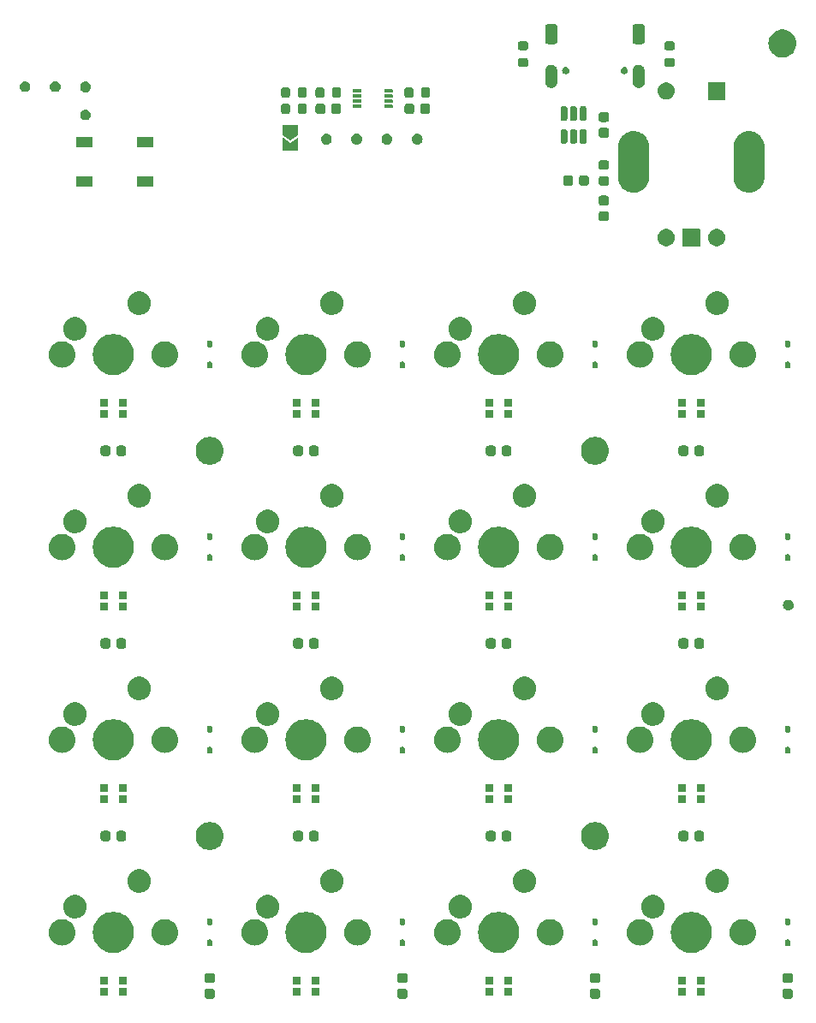
<source format=gts>
G04 #@! TF.GenerationSoftware,KiCad,Pcbnew,7.0.10*
G04 #@! TF.CreationDate,2024-04-21T01:18:50+05:30*
G04 #@! TF.ProjectId,AT-ProtoKeeb_rev1,41542d50-726f-4746-9f4b-6565625f7265,v1.0*
G04 #@! TF.SameCoordinates,Original*
G04 #@! TF.FileFunction,Soldermask,Top*
G04 #@! TF.FilePolarity,Negative*
%FSLAX46Y46*%
G04 Gerber Fmt 4.6, Leading zero omitted, Abs format (unit mm)*
G04 Created by KiCad (PCBNEW 7.0.10) date 2024-04-21 01:18:50*
%MOMM*%
%LPD*%
G01*
G04 APERTURE LIST*
G04 APERTURE END LIST*
G36*
X66531659Y-146438374D02*
G01*
X66592102Y-146446332D01*
X66607307Y-146453422D01*
X66625896Y-146457120D01*
X66650516Y-146473570D01*
X66675657Y-146485294D01*
X66690952Y-146500589D01*
X66711219Y-146514131D01*
X66724760Y-146534397D01*
X66740055Y-146549692D01*
X66751777Y-146574830D01*
X66768230Y-146599454D01*
X66771927Y-146618044D01*
X66779017Y-146633247D01*
X66786972Y-146693677D01*
X66788250Y-146700100D01*
X66788250Y-147150100D01*
X66786972Y-147156524D01*
X66779017Y-147216952D01*
X66771928Y-147232154D01*
X66768230Y-147250746D01*
X66751775Y-147275371D01*
X66740055Y-147300507D01*
X66724762Y-147315799D01*
X66711219Y-147336069D01*
X66690949Y-147349612D01*
X66675657Y-147364905D01*
X66650521Y-147376625D01*
X66625896Y-147393080D01*
X66607304Y-147396778D01*
X66592102Y-147403867D01*
X66531674Y-147411822D01*
X66525250Y-147413100D01*
X66025250Y-147413100D01*
X66018827Y-147411822D01*
X65958397Y-147403867D01*
X65943194Y-147396777D01*
X65924604Y-147393080D01*
X65899980Y-147376627D01*
X65874842Y-147364905D01*
X65859547Y-147349610D01*
X65839281Y-147336069D01*
X65825739Y-147315802D01*
X65810444Y-147300507D01*
X65798720Y-147275366D01*
X65782270Y-147250746D01*
X65778572Y-147232157D01*
X65771482Y-147216952D01*
X65763524Y-147156509D01*
X65762250Y-147150100D01*
X65762250Y-146700100D01*
X65763524Y-146693692D01*
X65771482Y-146633247D01*
X65778572Y-146618040D01*
X65782270Y-146599454D01*
X65798719Y-146574835D01*
X65810444Y-146549692D01*
X65825741Y-146534394D01*
X65839281Y-146514131D01*
X65859544Y-146500591D01*
X65874842Y-146485294D01*
X65899985Y-146473569D01*
X65924604Y-146457120D01*
X65943190Y-146453422D01*
X65958397Y-146446332D01*
X66018842Y-146438374D01*
X66025250Y-146437100D01*
X66525250Y-146437100D01*
X66531659Y-146438374D01*
G37*
G36*
X85581559Y-146438374D02*
G01*
X85642002Y-146446332D01*
X85657207Y-146453422D01*
X85675796Y-146457120D01*
X85700416Y-146473570D01*
X85725557Y-146485294D01*
X85740852Y-146500589D01*
X85761119Y-146514131D01*
X85774660Y-146534397D01*
X85789955Y-146549692D01*
X85801677Y-146574830D01*
X85818130Y-146599454D01*
X85821827Y-146618044D01*
X85828917Y-146633247D01*
X85836872Y-146693677D01*
X85838150Y-146700100D01*
X85838150Y-147150100D01*
X85836872Y-147156524D01*
X85828917Y-147216952D01*
X85821828Y-147232154D01*
X85818130Y-147250746D01*
X85801675Y-147275371D01*
X85789955Y-147300507D01*
X85774662Y-147315799D01*
X85761119Y-147336069D01*
X85740849Y-147349612D01*
X85725557Y-147364905D01*
X85700421Y-147376625D01*
X85675796Y-147393080D01*
X85657204Y-147396778D01*
X85642002Y-147403867D01*
X85581574Y-147411822D01*
X85575150Y-147413100D01*
X85075150Y-147413100D01*
X85068727Y-147411822D01*
X85008297Y-147403867D01*
X84993094Y-147396777D01*
X84974504Y-147393080D01*
X84949880Y-147376627D01*
X84924742Y-147364905D01*
X84909447Y-147349610D01*
X84889181Y-147336069D01*
X84875639Y-147315802D01*
X84860344Y-147300507D01*
X84848620Y-147275366D01*
X84832170Y-147250746D01*
X84828472Y-147232157D01*
X84821382Y-147216952D01*
X84813424Y-147156509D01*
X84812150Y-147150100D01*
X84812150Y-146700100D01*
X84813424Y-146693692D01*
X84821382Y-146633247D01*
X84828472Y-146618040D01*
X84832170Y-146599454D01*
X84848619Y-146574835D01*
X84860344Y-146549692D01*
X84875641Y-146534394D01*
X84889181Y-146514131D01*
X84909444Y-146500591D01*
X84924742Y-146485294D01*
X84949885Y-146473569D01*
X84974504Y-146457120D01*
X84993090Y-146453422D01*
X85008297Y-146446332D01*
X85068742Y-146438374D01*
X85075150Y-146437100D01*
X85575150Y-146437100D01*
X85581559Y-146438374D01*
G37*
G36*
X104631559Y-146438374D02*
G01*
X104692002Y-146446332D01*
X104707207Y-146453422D01*
X104725796Y-146457120D01*
X104750416Y-146473570D01*
X104775557Y-146485294D01*
X104790852Y-146500589D01*
X104811119Y-146514131D01*
X104824660Y-146534397D01*
X104839955Y-146549692D01*
X104851677Y-146574830D01*
X104868130Y-146599454D01*
X104871827Y-146618044D01*
X104878917Y-146633247D01*
X104886872Y-146693677D01*
X104888150Y-146700100D01*
X104888150Y-147150100D01*
X104886872Y-147156524D01*
X104878917Y-147216952D01*
X104871828Y-147232154D01*
X104868130Y-147250746D01*
X104851675Y-147275371D01*
X104839955Y-147300507D01*
X104824662Y-147315799D01*
X104811119Y-147336069D01*
X104790849Y-147349612D01*
X104775557Y-147364905D01*
X104750421Y-147376625D01*
X104725796Y-147393080D01*
X104707204Y-147396778D01*
X104692002Y-147403867D01*
X104631574Y-147411822D01*
X104625150Y-147413100D01*
X104125150Y-147413100D01*
X104118727Y-147411822D01*
X104058297Y-147403867D01*
X104043094Y-147396777D01*
X104024504Y-147393080D01*
X103999880Y-147376627D01*
X103974742Y-147364905D01*
X103959447Y-147349610D01*
X103939181Y-147336069D01*
X103925639Y-147315802D01*
X103910344Y-147300507D01*
X103898620Y-147275366D01*
X103882170Y-147250746D01*
X103878472Y-147232157D01*
X103871382Y-147216952D01*
X103863424Y-147156509D01*
X103862150Y-147150100D01*
X103862150Y-146700100D01*
X103863424Y-146693692D01*
X103871382Y-146633247D01*
X103878472Y-146618040D01*
X103882170Y-146599454D01*
X103898619Y-146574835D01*
X103910344Y-146549692D01*
X103925641Y-146534394D01*
X103939181Y-146514131D01*
X103959444Y-146500591D01*
X103974742Y-146485294D01*
X103999885Y-146473569D01*
X104024504Y-146457120D01*
X104043090Y-146453422D01*
X104058297Y-146446332D01*
X104118742Y-146438374D01*
X104125150Y-146437100D01*
X104625150Y-146437100D01*
X104631559Y-146438374D01*
G37*
G36*
X123681559Y-146438374D02*
G01*
X123742002Y-146446332D01*
X123757207Y-146453422D01*
X123775796Y-146457120D01*
X123800416Y-146473570D01*
X123825557Y-146485294D01*
X123840852Y-146500589D01*
X123861119Y-146514131D01*
X123874660Y-146534397D01*
X123889955Y-146549692D01*
X123901677Y-146574830D01*
X123918130Y-146599454D01*
X123921827Y-146618044D01*
X123928917Y-146633247D01*
X123936872Y-146693677D01*
X123938150Y-146700100D01*
X123938150Y-147150100D01*
X123936872Y-147156524D01*
X123928917Y-147216952D01*
X123921828Y-147232154D01*
X123918130Y-147250746D01*
X123901675Y-147275371D01*
X123889955Y-147300507D01*
X123874662Y-147315799D01*
X123861119Y-147336069D01*
X123840849Y-147349612D01*
X123825557Y-147364905D01*
X123800421Y-147376625D01*
X123775796Y-147393080D01*
X123757204Y-147396778D01*
X123742002Y-147403867D01*
X123681574Y-147411822D01*
X123675150Y-147413100D01*
X123175150Y-147413100D01*
X123168727Y-147411822D01*
X123108297Y-147403867D01*
X123093094Y-147396777D01*
X123074504Y-147393080D01*
X123049880Y-147376627D01*
X123024742Y-147364905D01*
X123009447Y-147349610D01*
X122989181Y-147336069D01*
X122975639Y-147315802D01*
X122960344Y-147300507D01*
X122948620Y-147275366D01*
X122932170Y-147250746D01*
X122928472Y-147232157D01*
X122921382Y-147216952D01*
X122913424Y-147156509D01*
X122912150Y-147150100D01*
X122912150Y-146700100D01*
X122913424Y-146693692D01*
X122921382Y-146633247D01*
X122928472Y-146618040D01*
X122932170Y-146599454D01*
X122948619Y-146574835D01*
X122960344Y-146549692D01*
X122975641Y-146534394D01*
X122989181Y-146514131D01*
X123009444Y-146500591D01*
X123024742Y-146485294D01*
X123049885Y-146473569D01*
X123074504Y-146457120D01*
X123093090Y-146453422D01*
X123108297Y-146446332D01*
X123168742Y-146438374D01*
X123175150Y-146437100D01*
X123675150Y-146437100D01*
X123681559Y-146438374D01*
G37*
G36*
X56199792Y-146314993D02*
G01*
X56212120Y-146323230D01*
X56220357Y-146335558D01*
X56223250Y-146350100D01*
X56223250Y-147050100D01*
X56220357Y-147064642D01*
X56212120Y-147076970D01*
X56199792Y-147085207D01*
X56185250Y-147088100D01*
X55485250Y-147088100D01*
X55470708Y-147085207D01*
X55458380Y-147076970D01*
X55450143Y-147064642D01*
X55447250Y-147050100D01*
X55447250Y-146350100D01*
X55450143Y-146335558D01*
X55458380Y-146323230D01*
X55470708Y-146314993D01*
X55485250Y-146312100D01*
X56185250Y-146312100D01*
X56199792Y-146314993D01*
G37*
G36*
X58029792Y-146314993D02*
G01*
X58042120Y-146323230D01*
X58050357Y-146335558D01*
X58053250Y-146350100D01*
X58053250Y-147050100D01*
X58050357Y-147064642D01*
X58042120Y-147076970D01*
X58029792Y-147085207D01*
X58015250Y-147088100D01*
X57315250Y-147088100D01*
X57300708Y-147085207D01*
X57288380Y-147076970D01*
X57280143Y-147064642D01*
X57277250Y-147050100D01*
X57277250Y-146350100D01*
X57280143Y-146335558D01*
X57288380Y-146323230D01*
X57300708Y-146314993D01*
X57315250Y-146312100D01*
X58015250Y-146312100D01*
X58029792Y-146314993D01*
G37*
G36*
X75249692Y-146314993D02*
G01*
X75262020Y-146323230D01*
X75270257Y-146335558D01*
X75273150Y-146350100D01*
X75273150Y-147050100D01*
X75270257Y-147064642D01*
X75262020Y-147076970D01*
X75249692Y-147085207D01*
X75235150Y-147088100D01*
X74535150Y-147088100D01*
X74520608Y-147085207D01*
X74508280Y-147076970D01*
X74500043Y-147064642D01*
X74497150Y-147050100D01*
X74497150Y-146350100D01*
X74500043Y-146335558D01*
X74508280Y-146323230D01*
X74520608Y-146314993D01*
X74535150Y-146312100D01*
X75235150Y-146312100D01*
X75249692Y-146314993D01*
G37*
G36*
X77079692Y-146314993D02*
G01*
X77092020Y-146323230D01*
X77100257Y-146335558D01*
X77103150Y-146350100D01*
X77103150Y-147050100D01*
X77100257Y-147064642D01*
X77092020Y-147076970D01*
X77079692Y-147085207D01*
X77065150Y-147088100D01*
X76365150Y-147088100D01*
X76350608Y-147085207D01*
X76338280Y-147076970D01*
X76330043Y-147064642D01*
X76327150Y-147050100D01*
X76327150Y-146350100D01*
X76330043Y-146335558D01*
X76338280Y-146323230D01*
X76350608Y-146314993D01*
X76365150Y-146312100D01*
X77065150Y-146312100D01*
X77079692Y-146314993D01*
G37*
G36*
X94299692Y-146314993D02*
G01*
X94312020Y-146323230D01*
X94320257Y-146335558D01*
X94323150Y-146350100D01*
X94323150Y-147050100D01*
X94320257Y-147064642D01*
X94312020Y-147076970D01*
X94299692Y-147085207D01*
X94285150Y-147088100D01*
X93585150Y-147088100D01*
X93570608Y-147085207D01*
X93558280Y-147076970D01*
X93550043Y-147064642D01*
X93547150Y-147050100D01*
X93547150Y-146350100D01*
X93550043Y-146335558D01*
X93558280Y-146323230D01*
X93570608Y-146314993D01*
X93585150Y-146312100D01*
X94285150Y-146312100D01*
X94299692Y-146314993D01*
G37*
G36*
X96129692Y-146314993D02*
G01*
X96142020Y-146323230D01*
X96150257Y-146335558D01*
X96153150Y-146350100D01*
X96153150Y-147050100D01*
X96150257Y-147064642D01*
X96142020Y-147076970D01*
X96129692Y-147085207D01*
X96115150Y-147088100D01*
X95415150Y-147088100D01*
X95400608Y-147085207D01*
X95388280Y-147076970D01*
X95380043Y-147064642D01*
X95377150Y-147050100D01*
X95377150Y-146350100D01*
X95380043Y-146335558D01*
X95388280Y-146323230D01*
X95400608Y-146314993D01*
X95415150Y-146312100D01*
X96115150Y-146312100D01*
X96129692Y-146314993D01*
G37*
G36*
X113349692Y-146314993D02*
G01*
X113362020Y-146323230D01*
X113370257Y-146335558D01*
X113373150Y-146350100D01*
X113373150Y-147050100D01*
X113370257Y-147064642D01*
X113362020Y-147076970D01*
X113349692Y-147085207D01*
X113335150Y-147088100D01*
X112635150Y-147088100D01*
X112620608Y-147085207D01*
X112608280Y-147076970D01*
X112600043Y-147064642D01*
X112597150Y-147050100D01*
X112597150Y-146350100D01*
X112600043Y-146335558D01*
X112608280Y-146323230D01*
X112620608Y-146314993D01*
X112635150Y-146312100D01*
X113335150Y-146312100D01*
X113349692Y-146314993D01*
G37*
G36*
X115179692Y-146314993D02*
G01*
X115192020Y-146323230D01*
X115200257Y-146335558D01*
X115203150Y-146350100D01*
X115203150Y-147050100D01*
X115200257Y-147064642D01*
X115192020Y-147076970D01*
X115179692Y-147085207D01*
X115165150Y-147088100D01*
X114465150Y-147088100D01*
X114450608Y-147085207D01*
X114438280Y-147076970D01*
X114430043Y-147064642D01*
X114427150Y-147050100D01*
X114427150Y-146350100D01*
X114430043Y-146335558D01*
X114438280Y-146323230D01*
X114450608Y-146314993D01*
X114465150Y-146312100D01*
X115165150Y-146312100D01*
X115179692Y-146314993D01*
G37*
G36*
X56199792Y-145214993D02*
G01*
X56212120Y-145223230D01*
X56220357Y-145235558D01*
X56223250Y-145250100D01*
X56223250Y-145950100D01*
X56220357Y-145964642D01*
X56212120Y-145976970D01*
X56199792Y-145985207D01*
X56185250Y-145988100D01*
X55485250Y-145988100D01*
X55470708Y-145985207D01*
X55458380Y-145976970D01*
X55450143Y-145964642D01*
X55447250Y-145950100D01*
X55447250Y-145250100D01*
X55450143Y-145235558D01*
X55458380Y-145223230D01*
X55470708Y-145214993D01*
X55485250Y-145212100D01*
X56185250Y-145212100D01*
X56199792Y-145214993D01*
G37*
G36*
X58029792Y-145214993D02*
G01*
X58042120Y-145223230D01*
X58050357Y-145235558D01*
X58053250Y-145250100D01*
X58053250Y-145950100D01*
X58050357Y-145964642D01*
X58042120Y-145976970D01*
X58029792Y-145985207D01*
X58015250Y-145988100D01*
X57315250Y-145988100D01*
X57300708Y-145985207D01*
X57288380Y-145976970D01*
X57280143Y-145964642D01*
X57277250Y-145950100D01*
X57277250Y-145250100D01*
X57280143Y-145235558D01*
X57288380Y-145223230D01*
X57300708Y-145214993D01*
X57315250Y-145212100D01*
X58015250Y-145212100D01*
X58029792Y-145214993D01*
G37*
G36*
X75249692Y-145214993D02*
G01*
X75262020Y-145223230D01*
X75270257Y-145235558D01*
X75273150Y-145250100D01*
X75273150Y-145950100D01*
X75270257Y-145964642D01*
X75262020Y-145976970D01*
X75249692Y-145985207D01*
X75235150Y-145988100D01*
X74535150Y-145988100D01*
X74520608Y-145985207D01*
X74508280Y-145976970D01*
X74500043Y-145964642D01*
X74497150Y-145950100D01*
X74497150Y-145250100D01*
X74500043Y-145235558D01*
X74508280Y-145223230D01*
X74520608Y-145214993D01*
X74535150Y-145212100D01*
X75235150Y-145212100D01*
X75249692Y-145214993D01*
G37*
G36*
X77079692Y-145214993D02*
G01*
X77092020Y-145223230D01*
X77100257Y-145235558D01*
X77103150Y-145250100D01*
X77103150Y-145950100D01*
X77100257Y-145964642D01*
X77092020Y-145976970D01*
X77079692Y-145985207D01*
X77065150Y-145988100D01*
X76365150Y-145988100D01*
X76350608Y-145985207D01*
X76338280Y-145976970D01*
X76330043Y-145964642D01*
X76327150Y-145950100D01*
X76327150Y-145250100D01*
X76330043Y-145235558D01*
X76338280Y-145223230D01*
X76350608Y-145214993D01*
X76365150Y-145212100D01*
X77065150Y-145212100D01*
X77079692Y-145214993D01*
G37*
G36*
X94299692Y-145214993D02*
G01*
X94312020Y-145223230D01*
X94320257Y-145235558D01*
X94323150Y-145250100D01*
X94323150Y-145950100D01*
X94320257Y-145964642D01*
X94312020Y-145976970D01*
X94299692Y-145985207D01*
X94285150Y-145988100D01*
X93585150Y-145988100D01*
X93570608Y-145985207D01*
X93558280Y-145976970D01*
X93550043Y-145964642D01*
X93547150Y-145950100D01*
X93547150Y-145250100D01*
X93550043Y-145235558D01*
X93558280Y-145223230D01*
X93570608Y-145214993D01*
X93585150Y-145212100D01*
X94285150Y-145212100D01*
X94299692Y-145214993D01*
G37*
G36*
X96129692Y-145214993D02*
G01*
X96142020Y-145223230D01*
X96150257Y-145235558D01*
X96153150Y-145250100D01*
X96153150Y-145950100D01*
X96150257Y-145964642D01*
X96142020Y-145976970D01*
X96129692Y-145985207D01*
X96115150Y-145988100D01*
X95415150Y-145988100D01*
X95400608Y-145985207D01*
X95388280Y-145976970D01*
X95380043Y-145964642D01*
X95377150Y-145950100D01*
X95377150Y-145250100D01*
X95380043Y-145235558D01*
X95388280Y-145223230D01*
X95400608Y-145214993D01*
X95415150Y-145212100D01*
X96115150Y-145212100D01*
X96129692Y-145214993D01*
G37*
G36*
X113349692Y-145214993D02*
G01*
X113362020Y-145223230D01*
X113370257Y-145235558D01*
X113373150Y-145250100D01*
X113373150Y-145950100D01*
X113370257Y-145964642D01*
X113362020Y-145976970D01*
X113349692Y-145985207D01*
X113335150Y-145988100D01*
X112635150Y-145988100D01*
X112620608Y-145985207D01*
X112608280Y-145976970D01*
X112600043Y-145964642D01*
X112597150Y-145950100D01*
X112597150Y-145250100D01*
X112600043Y-145235558D01*
X112608280Y-145223230D01*
X112620608Y-145214993D01*
X112635150Y-145212100D01*
X113335150Y-145212100D01*
X113349692Y-145214993D01*
G37*
G36*
X115179692Y-145214993D02*
G01*
X115192020Y-145223230D01*
X115200257Y-145235558D01*
X115203150Y-145250100D01*
X115203150Y-145950100D01*
X115200257Y-145964642D01*
X115192020Y-145976970D01*
X115179692Y-145985207D01*
X115165150Y-145988100D01*
X114465150Y-145988100D01*
X114450608Y-145985207D01*
X114438280Y-145976970D01*
X114430043Y-145964642D01*
X114427150Y-145950100D01*
X114427150Y-145250100D01*
X114430043Y-145235558D01*
X114438280Y-145223230D01*
X114450608Y-145214993D01*
X114465150Y-145212100D01*
X115165150Y-145212100D01*
X115179692Y-145214993D01*
G37*
G36*
X66531659Y-144888374D02*
G01*
X66592102Y-144896332D01*
X66607307Y-144903422D01*
X66625896Y-144907120D01*
X66650516Y-144923570D01*
X66675657Y-144935294D01*
X66690952Y-144950589D01*
X66711219Y-144964131D01*
X66724760Y-144984397D01*
X66740055Y-144999692D01*
X66751777Y-145024830D01*
X66768230Y-145049454D01*
X66771927Y-145068044D01*
X66779017Y-145083247D01*
X66786972Y-145143677D01*
X66788250Y-145150100D01*
X66788250Y-145600100D01*
X66786972Y-145606524D01*
X66779017Y-145666952D01*
X66771928Y-145682154D01*
X66768230Y-145700746D01*
X66751775Y-145725371D01*
X66740055Y-145750507D01*
X66724762Y-145765799D01*
X66711219Y-145786069D01*
X66690949Y-145799612D01*
X66675657Y-145814905D01*
X66650521Y-145826625D01*
X66625896Y-145843080D01*
X66607304Y-145846778D01*
X66592102Y-145853867D01*
X66531674Y-145861822D01*
X66525250Y-145863100D01*
X66025250Y-145863100D01*
X66018827Y-145861822D01*
X65958397Y-145853867D01*
X65943194Y-145846777D01*
X65924604Y-145843080D01*
X65899980Y-145826627D01*
X65874842Y-145814905D01*
X65859547Y-145799610D01*
X65839281Y-145786069D01*
X65825739Y-145765802D01*
X65810444Y-145750507D01*
X65798720Y-145725366D01*
X65782270Y-145700746D01*
X65778572Y-145682157D01*
X65771482Y-145666952D01*
X65763524Y-145606509D01*
X65762250Y-145600100D01*
X65762250Y-145150100D01*
X65763524Y-145143692D01*
X65771482Y-145083247D01*
X65778572Y-145068040D01*
X65782270Y-145049454D01*
X65798719Y-145024835D01*
X65810444Y-144999692D01*
X65825741Y-144984394D01*
X65839281Y-144964131D01*
X65859544Y-144950591D01*
X65874842Y-144935294D01*
X65899985Y-144923569D01*
X65924604Y-144907120D01*
X65943190Y-144903422D01*
X65958397Y-144896332D01*
X66018842Y-144888374D01*
X66025250Y-144887100D01*
X66525250Y-144887100D01*
X66531659Y-144888374D01*
G37*
G36*
X85581559Y-144888374D02*
G01*
X85642002Y-144896332D01*
X85657207Y-144903422D01*
X85675796Y-144907120D01*
X85700416Y-144923570D01*
X85725557Y-144935294D01*
X85740852Y-144950589D01*
X85761119Y-144964131D01*
X85774660Y-144984397D01*
X85789955Y-144999692D01*
X85801677Y-145024830D01*
X85818130Y-145049454D01*
X85821827Y-145068044D01*
X85828917Y-145083247D01*
X85836872Y-145143677D01*
X85838150Y-145150100D01*
X85838150Y-145600100D01*
X85836872Y-145606524D01*
X85828917Y-145666952D01*
X85821828Y-145682154D01*
X85818130Y-145700746D01*
X85801675Y-145725371D01*
X85789955Y-145750507D01*
X85774662Y-145765799D01*
X85761119Y-145786069D01*
X85740849Y-145799612D01*
X85725557Y-145814905D01*
X85700421Y-145826625D01*
X85675796Y-145843080D01*
X85657204Y-145846778D01*
X85642002Y-145853867D01*
X85581574Y-145861822D01*
X85575150Y-145863100D01*
X85075150Y-145863100D01*
X85068727Y-145861822D01*
X85008297Y-145853867D01*
X84993094Y-145846777D01*
X84974504Y-145843080D01*
X84949880Y-145826627D01*
X84924742Y-145814905D01*
X84909447Y-145799610D01*
X84889181Y-145786069D01*
X84875639Y-145765802D01*
X84860344Y-145750507D01*
X84848620Y-145725366D01*
X84832170Y-145700746D01*
X84828472Y-145682157D01*
X84821382Y-145666952D01*
X84813424Y-145606509D01*
X84812150Y-145600100D01*
X84812150Y-145150100D01*
X84813424Y-145143692D01*
X84821382Y-145083247D01*
X84828472Y-145068040D01*
X84832170Y-145049454D01*
X84848619Y-145024835D01*
X84860344Y-144999692D01*
X84875641Y-144984394D01*
X84889181Y-144964131D01*
X84909444Y-144950591D01*
X84924742Y-144935294D01*
X84949885Y-144923569D01*
X84974504Y-144907120D01*
X84993090Y-144903422D01*
X85008297Y-144896332D01*
X85068742Y-144888374D01*
X85075150Y-144887100D01*
X85575150Y-144887100D01*
X85581559Y-144888374D01*
G37*
G36*
X104631559Y-144888374D02*
G01*
X104692002Y-144896332D01*
X104707207Y-144903422D01*
X104725796Y-144907120D01*
X104750416Y-144923570D01*
X104775557Y-144935294D01*
X104790852Y-144950589D01*
X104811119Y-144964131D01*
X104824660Y-144984397D01*
X104839955Y-144999692D01*
X104851677Y-145024830D01*
X104868130Y-145049454D01*
X104871827Y-145068044D01*
X104878917Y-145083247D01*
X104886872Y-145143677D01*
X104888150Y-145150100D01*
X104888150Y-145600100D01*
X104886872Y-145606524D01*
X104878917Y-145666952D01*
X104871828Y-145682154D01*
X104868130Y-145700746D01*
X104851675Y-145725371D01*
X104839955Y-145750507D01*
X104824662Y-145765799D01*
X104811119Y-145786069D01*
X104790849Y-145799612D01*
X104775557Y-145814905D01*
X104750421Y-145826625D01*
X104725796Y-145843080D01*
X104707204Y-145846778D01*
X104692002Y-145853867D01*
X104631574Y-145861822D01*
X104625150Y-145863100D01*
X104125150Y-145863100D01*
X104118727Y-145861822D01*
X104058297Y-145853867D01*
X104043094Y-145846777D01*
X104024504Y-145843080D01*
X103999880Y-145826627D01*
X103974742Y-145814905D01*
X103959447Y-145799610D01*
X103939181Y-145786069D01*
X103925639Y-145765802D01*
X103910344Y-145750507D01*
X103898620Y-145725366D01*
X103882170Y-145700746D01*
X103878472Y-145682157D01*
X103871382Y-145666952D01*
X103863424Y-145606509D01*
X103862150Y-145600100D01*
X103862150Y-145150100D01*
X103863424Y-145143692D01*
X103871382Y-145083247D01*
X103878472Y-145068040D01*
X103882170Y-145049454D01*
X103898619Y-145024835D01*
X103910344Y-144999692D01*
X103925641Y-144984394D01*
X103939181Y-144964131D01*
X103959444Y-144950591D01*
X103974742Y-144935294D01*
X103999885Y-144923569D01*
X104024504Y-144907120D01*
X104043090Y-144903422D01*
X104058297Y-144896332D01*
X104118742Y-144888374D01*
X104125150Y-144887100D01*
X104625150Y-144887100D01*
X104631559Y-144888374D01*
G37*
G36*
X123681559Y-144888374D02*
G01*
X123742002Y-144896332D01*
X123757207Y-144903422D01*
X123775796Y-144907120D01*
X123800416Y-144923570D01*
X123825557Y-144935294D01*
X123840852Y-144950589D01*
X123861119Y-144964131D01*
X123874660Y-144984397D01*
X123889955Y-144999692D01*
X123901677Y-145024830D01*
X123918130Y-145049454D01*
X123921827Y-145068044D01*
X123928917Y-145083247D01*
X123936872Y-145143677D01*
X123938150Y-145150100D01*
X123938150Y-145600100D01*
X123936872Y-145606524D01*
X123928917Y-145666952D01*
X123921828Y-145682154D01*
X123918130Y-145700746D01*
X123901675Y-145725371D01*
X123889955Y-145750507D01*
X123874662Y-145765799D01*
X123861119Y-145786069D01*
X123840849Y-145799612D01*
X123825557Y-145814905D01*
X123800421Y-145826625D01*
X123775796Y-145843080D01*
X123757204Y-145846778D01*
X123742002Y-145853867D01*
X123681574Y-145861822D01*
X123675150Y-145863100D01*
X123175150Y-145863100D01*
X123168727Y-145861822D01*
X123108297Y-145853867D01*
X123093094Y-145846777D01*
X123074504Y-145843080D01*
X123049880Y-145826627D01*
X123024742Y-145814905D01*
X123009447Y-145799610D01*
X122989181Y-145786069D01*
X122975639Y-145765802D01*
X122960344Y-145750507D01*
X122948620Y-145725366D01*
X122932170Y-145700746D01*
X122928472Y-145682157D01*
X122921382Y-145666952D01*
X122913424Y-145606509D01*
X122912150Y-145600100D01*
X122912150Y-145150100D01*
X122913424Y-145143692D01*
X122921382Y-145083247D01*
X122928472Y-145068040D01*
X122932170Y-145049454D01*
X122948619Y-145024835D01*
X122960344Y-144999692D01*
X122975641Y-144984394D01*
X122989181Y-144964131D01*
X123009444Y-144950591D01*
X123024742Y-144935294D01*
X123049885Y-144923569D01*
X123074504Y-144907120D01*
X123093090Y-144903422D01*
X123108297Y-144896332D01*
X123168742Y-144888374D01*
X123175150Y-144887100D01*
X123675150Y-144887100D01*
X123681559Y-144888374D01*
G37*
G36*
X57163552Y-138860699D02*
G01*
X57430592Y-138935520D01*
X57684956Y-139046006D01*
X57921907Y-139190099D01*
X58137030Y-139365114D01*
X58326318Y-139567792D01*
X58486245Y-139794357D01*
X58613832Y-140040589D01*
X58706702Y-140301900D01*
X58763125Y-140573423D01*
X58782050Y-140850100D01*
X58763125Y-141126777D01*
X58706702Y-141398300D01*
X58613832Y-141659611D01*
X58486245Y-141905843D01*
X58326318Y-142132408D01*
X58137030Y-142335086D01*
X57921907Y-142510101D01*
X57684956Y-142654194D01*
X57430592Y-142764680D01*
X57163552Y-142839501D01*
X56888812Y-142877263D01*
X56611488Y-142877263D01*
X56336748Y-142839501D01*
X56069708Y-142764680D01*
X55815344Y-142654194D01*
X55578393Y-142510101D01*
X55363270Y-142335086D01*
X55173982Y-142132408D01*
X55014055Y-141905843D01*
X54886468Y-141659611D01*
X54793598Y-141398300D01*
X54737175Y-141126777D01*
X54718250Y-140850100D01*
X54737175Y-140573423D01*
X54793598Y-140301900D01*
X54886468Y-140040589D01*
X55014055Y-139794357D01*
X55173982Y-139567792D01*
X55363270Y-139365114D01*
X55578393Y-139190099D01*
X55815344Y-139046006D01*
X56069708Y-138935520D01*
X56336748Y-138860699D01*
X56611488Y-138822937D01*
X56888812Y-138822937D01*
X57163552Y-138860699D01*
G37*
G36*
X76213552Y-138860699D02*
G01*
X76480592Y-138935520D01*
X76734956Y-139046006D01*
X76971907Y-139190099D01*
X77187030Y-139365114D01*
X77376318Y-139567792D01*
X77536245Y-139794357D01*
X77663832Y-140040589D01*
X77756702Y-140301900D01*
X77813125Y-140573423D01*
X77832050Y-140850100D01*
X77813125Y-141126777D01*
X77756702Y-141398300D01*
X77663832Y-141659611D01*
X77536245Y-141905843D01*
X77376318Y-142132408D01*
X77187030Y-142335086D01*
X76971907Y-142510101D01*
X76734956Y-142654194D01*
X76480592Y-142764680D01*
X76213552Y-142839501D01*
X75938812Y-142877263D01*
X75661488Y-142877263D01*
X75386748Y-142839501D01*
X75119708Y-142764680D01*
X74865344Y-142654194D01*
X74628393Y-142510101D01*
X74413270Y-142335086D01*
X74223982Y-142132408D01*
X74064055Y-141905843D01*
X73936468Y-141659611D01*
X73843598Y-141398300D01*
X73787175Y-141126777D01*
X73768250Y-140850100D01*
X73787175Y-140573423D01*
X73843598Y-140301900D01*
X73936468Y-140040589D01*
X74064055Y-139794357D01*
X74223982Y-139567792D01*
X74413270Y-139365114D01*
X74628393Y-139190099D01*
X74865344Y-139046006D01*
X75119708Y-138935520D01*
X75386748Y-138860699D01*
X75661488Y-138822937D01*
X75938812Y-138822937D01*
X76213552Y-138860699D01*
G37*
G36*
X95263552Y-138860699D02*
G01*
X95530592Y-138935520D01*
X95784956Y-139046006D01*
X96021907Y-139190099D01*
X96237030Y-139365114D01*
X96426318Y-139567792D01*
X96586245Y-139794357D01*
X96713832Y-140040589D01*
X96806702Y-140301900D01*
X96863125Y-140573423D01*
X96882050Y-140850100D01*
X96863125Y-141126777D01*
X96806702Y-141398300D01*
X96713832Y-141659611D01*
X96586245Y-141905843D01*
X96426318Y-142132408D01*
X96237030Y-142335086D01*
X96021907Y-142510101D01*
X95784956Y-142654194D01*
X95530592Y-142764680D01*
X95263552Y-142839501D01*
X94988812Y-142877263D01*
X94711488Y-142877263D01*
X94436748Y-142839501D01*
X94169708Y-142764680D01*
X93915344Y-142654194D01*
X93678393Y-142510101D01*
X93463270Y-142335086D01*
X93273982Y-142132408D01*
X93114055Y-141905843D01*
X92986468Y-141659611D01*
X92893598Y-141398300D01*
X92837175Y-141126777D01*
X92818250Y-140850100D01*
X92837175Y-140573423D01*
X92893598Y-140301900D01*
X92986468Y-140040589D01*
X93114055Y-139794357D01*
X93273982Y-139567792D01*
X93463270Y-139365114D01*
X93678393Y-139190099D01*
X93915344Y-139046006D01*
X94169708Y-138935520D01*
X94436748Y-138860699D01*
X94711488Y-138822937D01*
X94988812Y-138822937D01*
X95263552Y-138860699D01*
G37*
G36*
X114313552Y-138860699D02*
G01*
X114580592Y-138935520D01*
X114834956Y-139046006D01*
X115071907Y-139190099D01*
X115287030Y-139365114D01*
X115476318Y-139567792D01*
X115636245Y-139794357D01*
X115763832Y-140040589D01*
X115856702Y-140301900D01*
X115913125Y-140573423D01*
X115932050Y-140850100D01*
X115913125Y-141126777D01*
X115856702Y-141398300D01*
X115763832Y-141659611D01*
X115636245Y-141905843D01*
X115476318Y-142132408D01*
X115287030Y-142335086D01*
X115071907Y-142510101D01*
X114834956Y-142654194D01*
X114580592Y-142764680D01*
X114313552Y-142839501D01*
X114038812Y-142877263D01*
X113761488Y-142877263D01*
X113486748Y-142839501D01*
X113219708Y-142764680D01*
X112965344Y-142654194D01*
X112728393Y-142510101D01*
X112513270Y-142335086D01*
X112323982Y-142132408D01*
X112164055Y-141905843D01*
X112036468Y-141659611D01*
X111943598Y-141398300D01*
X111887175Y-141126777D01*
X111868250Y-140850100D01*
X111887175Y-140573423D01*
X111943598Y-140301900D01*
X112036468Y-140040589D01*
X112164055Y-139794357D01*
X112323982Y-139567792D01*
X112513270Y-139365114D01*
X112728393Y-139190099D01*
X112965344Y-139046006D01*
X113219708Y-138935520D01*
X113486748Y-138860699D01*
X113761488Y-138822937D01*
X114038812Y-138822937D01*
X114313552Y-138860699D01*
G37*
G36*
X66445244Y-141573556D02*
G01*
X66494070Y-141606180D01*
X66526694Y-141655006D01*
X66538150Y-141712600D01*
X66538150Y-142087600D01*
X66526694Y-142145194D01*
X66494070Y-142194020D01*
X66445244Y-142226644D01*
X66387650Y-142238100D01*
X66162650Y-142238100D01*
X66105056Y-142226644D01*
X66056230Y-142194020D01*
X66023606Y-142145194D01*
X66012150Y-142087600D01*
X66012150Y-141712600D01*
X66023606Y-141655006D01*
X66056230Y-141606180D01*
X66105056Y-141573556D01*
X66162650Y-141562100D01*
X66387650Y-141562100D01*
X66445244Y-141573556D01*
G37*
G36*
X85495244Y-141573556D02*
G01*
X85544070Y-141606180D01*
X85576694Y-141655006D01*
X85588150Y-141712600D01*
X85588150Y-142087600D01*
X85576694Y-142145194D01*
X85544070Y-142194020D01*
X85495244Y-142226644D01*
X85437650Y-142238100D01*
X85212650Y-142238100D01*
X85155056Y-142226644D01*
X85106230Y-142194020D01*
X85073606Y-142145194D01*
X85062150Y-142087600D01*
X85062150Y-141712600D01*
X85073606Y-141655006D01*
X85106230Y-141606180D01*
X85155056Y-141573556D01*
X85212650Y-141562100D01*
X85437650Y-141562100D01*
X85495244Y-141573556D01*
G37*
G36*
X104545244Y-141573556D02*
G01*
X104594070Y-141606180D01*
X104626694Y-141655006D01*
X104638150Y-141712600D01*
X104638150Y-142087600D01*
X104626694Y-142145194D01*
X104594070Y-142194020D01*
X104545244Y-142226644D01*
X104487650Y-142238100D01*
X104262650Y-142238100D01*
X104205056Y-142226644D01*
X104156230Y-142194020D01*
X104123606Y-142145194D01*
X104112150Y-142087600D01*
X104112150Y-141712600D01*
X104123606Y-141655006D01*
X104156230Y-141606180D01*
X104205056Y-141573556D01*
X104262650Y-141562100D01*
X104487650Y-141562100D01*
X104545244Y-141573556D01*
G37*
G36*
X123595244Y-141573556D02*
G01*
X123644070Y-141606180D01*
X123676694Y-141655006D01*
X123688150Y-141712600D01*
X123688150Y-142087600D01*
X123676694Y-142145194D01*
X123644070Y-142194020D01*
X123595244Y-142226644D01*
X123537650Y-142238100D01*
X123312650Y-142238100D01*
X123255056Y-142226644D01*
X123206230Y-142194020D01*
X123173606Y-142145194D01*
X123162150Y-142087600D01*
X123162150Y-141712600D01*
X123173606Y-141655006D01*
X123206230Y-141606180D01*
X123255056Y-141573556D01*
X123312650Y-141562100D01*
X123537650Y-141562100D01*
X123595244Y-141573556D01*
G37*
G36*
X51723415Y-139540260D02*
G01*
X51778686Y-139540260D01*
X51839603Y-139550425D01*
X51898411Y-139555570D01*
X51944591Y-139567944D01*
X51992797Y-139575988D01*
X52057465Y-139598188D01*
X52119735Y-139614874D01*
X52157879Y-139632661D01*
X52198109Y-139646472D01*
X52264205Y-139682241D01*
X52327400Y-139711710D01*
X52357149Y-139732541D01*
X52389021Y-139749789D01*
X52453903Y-139800289D01*
X52515094Y-139843135D01*
X52536657Y-139864698D01*
X52560319Y-139883115D01*
X52621100Y-139949141D01*
X52677115Y-140005156D01*
X52691254Y-140025349D01*
X52707341Y-140042824D01*
X52761008Y-140124967D01*
X52808540Y-140192850D01*
X52816473Y-140209864D01*
X52826066Y-140224546D01*
X52869600Y-140323795D01*
X52905376Y-140400515D01*
X52908708Y-140412950D01*
X52913265Y-140423339D01*
X52943777Y-140543829D01*
X52964680Y-140621839D01*
X52965286Y-140628765D01*
X52966553Y-140633769D01*
X52981398Y-140812938D01*
X52984650Y-140850100D01*
X52981398Y-140887264D01*
X52966553Y-141066430D01*
X52965286Y-141071432D01*
X52964680Y-141078361D01*
X52943772Y-141156387D01*
X52913265Y-141276860D01*
X52908708Y-141287247D01*
X52905376Y-141299685D01*
X52869593Y-141376420D01*
X52826066Y-141475653D01*
X52816475Y-141490332D01*
X52808540Y-141507350D01*
X52760998Y-141575246D01*
X52707341Y-141657375D01*
X52691257Y-141674846D01*
X52677115Y-141695044D01*
X52621088Y-141751070D01*
X52560319Y-141817084D01*
X52536662Y-141835496D01*
X52515094Y-141857065D01*
X52453890Y-141899919D01*
X52389021Y-141950410D01*
X52357156Y-141967654D01*
X52327400Y-141988490D01*
X52264192Y-142017964D01*
X52198109Y-142053727D01*
X52157887Y-142067535D01*
X52119735Y-142085326D01*
X52057452Y-142102014D01*
X51992797Y-142124211D01*
X51944599Y-142132253D01*
X51898411Y-142144630D01*
X51839599Y-142149775D01*
X51778686Y-142159940D01*
X51723415Y-142159940D01*
X51670150Y-142164600D01*
X51616885Y-142159940D01*
X51561614Y-142159940D01*
X51500699Y-142149775D01*
X51441889Y-142144630D01*
X51395702Y-142132254D01*
X51347502Y-142124211D01*
X51282843Y-142102013D01*
X51220565Y-142085326D01*
X51182414Y-142067536D01*
X51142190Y-142053727D01*
X51076100Y-142017960D01*
X51012900Y-141988490D01*
X50983147Y-141967656D01*
X50951278Y-141950410D01*
X50886399Y-141899912D01*
X50825206Y-141857065D01*
X50803641Y-141835500D01*
X50779980Y-141817084D01*
X50719198Y-141751057D01*
X50663185Y-141695044D01*
X50649045Y-141674850D01*
X50632958Y-141657375D01*
X50579286Y-141575225D01*
X50531760Y-141507350D01*
X50523827Y-141490337D01*
X50514233Y-141475653D01*
X50470689Y-141376384D01*
X50434924Y-141299685D01*
X50431592Y-141287253D01*
X50427034Y-141276860D01*
X50396509Y-141156319D01*
X50375620Y-141078361D01*
X50375014Y-141071438D01*
X50373746Y-141066430D01*
X50358882Y-140887048D01*
X50355650Y-140850100D01*
X50358882Y-140813154D01*
X50373746Y-140633769D01*
X50375014Y-140628759D01*
X50375620Y-140621839D01*
X50396504Y-140543897D01*
X50427034Y-140423339D01*
X50431593Y-140412944D01*
X50434924Y-140400515D01*
X50470682Y-140323831D01*
X50514233Y-140224546D01*
X50523828Y-140209858D01*
X50531760Y-140192850D01*
X50579277Y-140124988D01*
X50632958Y-140042824D01*
X50649048Y-140025345D01*
X50663185Y-140005156D01*
X50719187Y-139949153D01*
X50779980Y-139883115D01*
X50803645Y-139864695D01*
X50825206Y-139843135D01*
X50886386Y-139800295D01*
X50951278Y-139749789D01*
X50983153Y-139732538D01*
X51012900Y-139711710D01*
X51076087Y-139682245D01*
X51142190Y-139646472D01*
X51182423Y-139632659D01*
X51220565Y-139614874D01*
X51282829Y-139598190D01*
X51347502Y-139575988D01*
X51395709Y-139567943D01*
X51441889Y-139555570D01*
X51500696Y-139550425D01*
X51561614Y-139540260D01*
X51616885Y-139540260D01*
X51670150Y-139535600D01*
X51723415Y-139540260D01*
G37*
G36*
X61883415Y-139540260D02*
G01*
X61938686Y-139540260D01*
X61999603Y-139550425D01*
X62058411Y-139555570D01*
X62104591Y-139567944D01*
X62152797Y-139575988D01*
X62217465Y-139598188D01*
X62279735Y-139614874D01*
X62317879Y-139632661D01*
X62358109Y-139646472D01*
X62424205Y-139682241D01*
X62487400Y-139711710D01*
X62517149Y-139732541D01*
X62549021Y-139749789D01*
X62613903Y-139800289D01*
X62675094Y-139843135D01*
X62696657Y-139864698D01*
X62720319Y-139883115D01*
X62781100Y-139949141D01*
X62837115Y-140005156D01*
X62851254Y-140025349D01*
X62867341Y-140042824D01*
X62921008Y-140124967D01*
X62968540Y-140192850D01*
X62976473Y-140209864D01*
X62986066Y-140224546D01*
X63029600Y-140323795D01*
X63065376Y-140400515D01*
X63068708Y-140412950D01*
X63073265Y-140423339D01*
X63103777Y-140543829D01*
X63124680Y-140621839D01*
X63125286Y-140628765D01*
X63126553Y-140633769D01*
X63141398Y-140812938D01*
X63144650Y-140850100D01*
X63141398Y-140887264D01*
X63126553Y-141066430D01*
X63125286Y-141071432D01*
X63124680Y-141078361D01*
X63103772Y-141156387D01*
X63073265Y-141276860D01*
X63068708Y-141287247D01*
X63065376Y-141299685D01*
X63029593Y-141376420D01*
X62986066Y-141475653D01*
X62976475Y-141490332D01*
X62968540Y-141507350D01*
X62920998Y-141575246D01*
X62867341Y-141657375D01*
X62851257Y-141674846D01*
X62837115Y-141695044D01*
X62781088Y-141751070D01*
X62720319Y-141817084D01*
X62696662Y-141835496D01*
X62675094Y-141857065D01*
X62613890Y-141899919D01*
X62549021Y-141950410D01*
X62517156Y-141967654D01*
X62487400Y-141988490D01*
X62424192Y-142017964D01*
X62358109Y-142053727D01*
X62317887Y-142067535D01*
X62279735Y-142085326D01*
X62217452Y-142102014D01*
X62152797Y-142124211D01*
X62104599Y-142132253D01*
X62058411Y-142144630D01*
X61999599Y-142149775D01*
X61938686Y-142159940D01*
X61883415Y-142159940D01*
X61830150Y-142164600D01*
X61776885Y-142159940D01*
X61721614Y-142159940D01*
X61660699Y-142149775D01*
X61601889Y-142144630D01*
X61555702Y-142132254D01*
X61507502Y-142124211D01*
X61442843Y-142102013D01*
X61380565Y-142085326D01*
X61342414Y-142067536D01*
X61302190Y-142053727D01*
X61236100Y-142017960D01*
X61172900Y-141988490D01*
X61143147Y-141967656D01*
X61111278Y-141950410D01*
X61046399Y-141899912D01*
X60985206Y-141857065D01*
X60963641Y-141835500D01*
X60939980Y-141817084D01*
X60879198Y-141751057D01*
X60823185Y-141695044D01*
X60809045Y-141674850D01*
X60792958Y-141657375D01*
X60739286Y-141575225D01*
X60691760Y-141507350D01*
X60683827Y-141490337D01*
X60674233Y-141475653D01*
X60630689Y-141376384D01*
X60594924Y-141299685D01*
X60591592Y-141287253D01*
X60587034Y-141276860D01*
X60556509Y-141156319D01*
X60535620Y-141078361D01*
X60535014Y-141071438D01*
X60533746Y-141066430D01*
X60518882Y-140887048D01*
X60515650Y-140850100D01*
X60518882Y-140813154D01*
X60533746Y-140633769D01*
X60535014Y-140628759D01*
X60535620Y-140621839D01*
X60556504Y-140543897D01*
X60587034Y-140423339D01*
X60591593Y-140412944D01*
X60594924Y-140400515D01*
X60630682Y-140323831D01*
X60674233Y-140224546D01*
X60683828Y-140209858D01*
X60691760Y-140192850D01*
X60739277Y-140124988D01*
X60792958Y-140042824D01*
X60809048Y-140025345D01*
X60823185Y-140005156D01*
X60879187Y-139949153D01*
X60939980Y-139883115D01*
X60963645Y-139864695D01*
X60985206Y-139843135D01*
X61046386Y-139800295D01*
X61111278Y-139749789D01*
X61143153Y-139732538D01*
X61172900Y-139711710D01*
X61236087Y-139682245D01*
X61302190Y-139646472D01*
X61342423Y-139632659D01*
X61380565Y-139614874D01*
X61442829Y-139598190D01*
X61507502Y-139575988D01*
X61555709Y-139567943D01*
X61601889Y-139555570D01*
X61660696Y-139550425D01*
X61721614Y-139540260D01*
X61776885Y-139540260D01*
X61830150Y-139535600D01*
X61883415Y-139540260D01*
G37*
G36*
X70773415Y-139540260D02*
G01*
X70828686Y-139540260D01*
X70889603Y-139550425D01*
X70948411Y-139555570D01*
X70994591Y-139567944D01*
X71042797Y-139575988D01*
X71107465Y-139598188D01*
X71169735Y-139614874D01*
X71207879Y-139632661D01*
X71248109Y-139646472D01*
X71314205Y-139682241D01*
X71377400Y-139711710D01*
X71407149Y-139732541D01*
X71439021Y-139749789D01*
X71503903Y-139800289D01*
X71565094Y-139843135D01*
X71586657Y-139864698D01*
X71610319Y-139883115D01*
X71671100Y-139949141D01*
X71727115Y-140005156D01*
X71741254Y-140025349D01*
X71757341Y-140042824D01*
X71811008Y-140124967D01*
X71858540Y-140192850D01*
X71866473Y-140209864D01*
X71876066Y-140224546D01*
X71919600Y-140323795D01*
X71955376Y-140400515D01*
X71958708Y-140412950D01*
X71963265Y-140423339D01*
X71993777Y-140543829D01*
X72014680Y-140621839D01*
X72015286Y-140628765D01*
X72016553Y-140633769D01*
X72031398Y-140812938D01*
X72034650Y-140850100D01*
X72031398Y-140887264D01*
X72016553Y-141066430D01*
X72015286Y-141071432D01*
X72014680Y-141078361D01*
X71993772Y-141156387D01*
X71963265Y-141276860D01*
X71958708Y-141287247D01*
X71955376Y-141299685D01*
X71919593Y-141376420D01*
X71876066Y-141475653D01*
X71866475Y-141490332D01*
X71858540Y-141507350D01*
X71810998Y-141575246D01*
X71757341Y-141657375D01*
X71741257Y-141674846D01*
X71727115Y-141695044D01*
X71671088Y-141751070D01*
X71610319Y-141817084D01*
X71586662Y-141835496D01*
X71565094Y-141857065D01*
X71503890Y-141899919D01*
X71439021Y-141950410D01*
X71407156Y-141967654D01*
X71377400Y-141988490D01*
X71314192Y-142017964D01*
X71248109Y-142053727D01*
X71207887Y-142067535D01*
X71169735Y-142085326D01*
X71107452Y-142102014D01*
X71042797Y-142124211D01*
X70994599Y-142132253D01*
X70948411Y-142144630D01*
X70889599Y-142149775D01*
X70828686Y-142159940D01*
X70773415Y-142159940D01*
X70720150Y-142164600D01*
X70666885Y-142159940D01*
X70611614Y-142159940D01*
X70550699Y-142149775D01*
X70491889Y-142144630D01*
X70445702Y-142132254D01*
X70397502Y-142124211D01*
X70332843Y-142102013D01*
X70270565Y-142085326D01*
X70232414Y-142067536D01*
X70192190Y-142053727D01*
X70126100Y-142017960D01*
X70062900Y-141988490D01*
X70033147Y-141967656D01*
X70001278Y-141950410D01*
X69936399Y-141899912D01*
X69875206Y-141857065D01*
X69853641Y-141835500D01*
X69829980Y-141817084D01*
X69769198Y-141751057D01*
X69713185Y-141695044D01*
X69699045Y-141674850D01*
X69682958Y-141657375D01*
X69629286Y-141575225D01*
X69581760Y-141507350D01*
X69573827Y-141490337D01*
X69564233Y-141475653D01*
X69520689Y-141376384D01*
X69484924Y-141299685D01*
X69481592Y-141287253D01*
X69477034Y-141276860D01*
X69446509Y-141156319D01*
X69425620Y-141078361D01*
X69425014Y-141071438D01*
X69423746Y-141066430D01*
X69408882Y-140887048D01*
X69405650Y-140850100D01*
X69408882Y-140813154D01*
X69423746Y-140633769D01*
X69425014Y-140628759D01*
X69425620Y-140621839D01*
X69446504Y-140543897D01*
X69477034Y-140423339D01*
X69481593Y-140412944D01*
X69484924Y-140400515D01*
X69520682Y-140323831D01*
X69564233Y-140224546D01*
X69573828Y-140209858D01*
X69581760Y-140192850D01*
X69629277Y-140124988D01*
X69682958Y-140042824D01*
X69699048Y-140025345D01*
X69713185Y-140005156D01*
X69769187Y-139949153D01*
X69829980Y-139883115D01*
X69853645Y-139864695D01*
X69875206Y-139843135D01*
X69936386Y-139800295D01*
X70001278Y-139749789D01*
X70033153Y-139732538D01*
X70062900Y-139711710D01*
X70126087Y-139682245D01*
X70192190Y-139646472D01*
X70232423Y-139632659D01*
X70270565Y-139614874D01*
X70332829Y-139598190D01*
X70397502Y-139575988D01*
X70445709Y-139567943D01*
X70491889Y-139555570D01*
X70550696Y-139550425D01*
X70611614Y-139540260D01*
X70666885Y-139540260D01*
X70720150Y-139535600D01*
X70773415Y-139540260D01*
G37*
G36*
X80933415Y-139540260D02*
G01*
X80988686Y-139540260D01*
X81049603Y-139550425D01*
X81108411Y-139555570D01*
X81154591Y-139567944D01*
X81202797Y-139575988D01*
X81267465Y-139598188D01*
X81329735Y-139614874D01*
X81367879Y-139632661D01*
X81408109Y-139646472D01*
X81474205Y-139682241D01*
X81537400Y-139711710D01*
X81567149Y-139732541D01*
X81599021Y-139749789D01*
X81663903Y-139800289D01*
X81725094Y-139843135D01*
X81746657Y-139864698D01*
X81770319Y-139883115D01*
X81831100Y-139949141D01*
X81887115Y-140005156D01*
X81901254Y-140025349D01*
X81917341Y-140042824D01*
X81971008Y-140124967D01*
X82018540Y-140192850D01*
X82026473Y-140209864D01*
X82036066Y-140224546D01*
X82079600Y-140323795D01*
X82115376Y-140400515D01*
X82118708Y-140412950D01*
X82123265Y-140423339D01*
X82153777Y-140543829D01*
X82174680Y-140621839D01*
X82175286Y-140628765D01*
X82176553Y-140633769D01*
X82191398Y-140812938D01*
X82194650Y-140850100D01*
X82191398Y-140887264D01*
X82176553Y-141066430D01*
X82175286Y-141071432D01*
X82174680Y-141078361D01*
X82153772Y-141156387D01*
X82123265Y-141276860D01*
X82118708Y-141287247D01*
X82115376Y-141299685D01*
X82079593Y-141376420D01*
X82036066Y-141475653D01*
X82026475Y-141490332D01*
X82018540Y-141507350D01*
X81970998Y-141575246D01*
X81917341Y-141657375D01*
X81901257Y-141674846D01*
X81887115Y-141695044D01*
X81831088Y-141751070D01*
X81770319Y-141817084D01*
X81746662Y-141835496D01*
X81725094Y-141857065D01*
X81663890Y-141899919D01*
X81599021Y-141950410D01*
X81567156Y-141967654D01*
X81537400Y-141988490D01*
X81474192Y-142017964D01*
X81408109Y-142053727D01*
X81367887Y-142067535D01*
X81329735Y-142085326D01*
X81267452Y-142102014D01*
X81202797Y-142124211D01*
X81154599Y-142132253D01*
X81108411Y-142144630D01*
X81049599Y-142149775D01*
X80988686Y-142159940D01*
X80933415Y-142159940D01*
X80880150Y-142164600D01*
X80826885Y-142159940D01*
X80771614Y-142159940D01*
X80710699Y-142149775D01*
X80651889Y-142144630D01*
X80605702Y-142132254D01*
X80557502Y-142124211D01*
X80492843Y-142102013D01*
X80430565Y-142085326D01*
X80392414Y-142067536D01*
X80352190Y-142053727D01*
X80286100Y-142017960D01*
X80222900Y-141988490D01*
X80193147Y-141967656D01*
X80161278Y-141950410D01*
X80096399Y-141899912D01*
X80035206Y-141857065D01*
X80013641Y-141835500D01*
X79989980Y-141817084D01*
X79929198Y-141751057D01*
X79873185Y-141695044D01*
X79859045Y-141674850D01*
X79842958Y-141657375D01*
X79789286Y-141575225D01*
X79741760Y-141507350D01*
X79733827Y-141490337D01*
X79724233Y-141475653D01*
X79680689Y-141376384D01*
X79644924Y-141299685D01*
X79641592Y-141287253D01*
X79637034Y-141276860D01*
X79606509Y-141156319D01*
X79585620Y-141078361D01*
X79585014Y-141071438D01*
X79583746Y-141066430D01*
X79568882Y-140887048D01*
X79565650Y-140850100D01*
X79568882Y-140813154D01*
X79583746Y-140633769D01*
X79585014Y-140628759D01*
X79585620Y-140621839D01*
X79606504Y-140543897D01*
X79637034Y-140423339D01*
X79641593Y-140412944D01*
X79644924Y-140400515D01*
X79680682Y-140323831D01*
X79724233Y-140224546D01*
X79733828Y-140209858D01*
X79741760Y-140192850D01*
X79789277Y-140124988D01*
X79842958Y-140042824D01*
X79859048Y-140025345D01*
X79873185Y-140005156D01*
X79929187Y-139949153D01*
X79989980Y-139883115D01*
X80013645Y-139864695D01*
X80035206Y-139843135D01*
X80096386Y-139800295D01*
X80161278Y-139749789D01*
X80193153Y-139732538D01*
X80222900Y-139711710D01*
X80286087Y-139682245D01*
X80352190Y-139646472D01*
X80392423Y-139632659D01*
X80430565Y-139614874D01*
X80492829Y-139598190D01*
X80557502Y-139575988D01*
X80605709Y-139567943D01*
X80651889Y-139555570D01*
X80710696Y-139550425D01*
X80771614Y-139540260D01*
X80826885Y-139540260D01*
X80880150Y-139535600D01*
X80933415Y-139540260D01*
G37*
G36*
X89823415Y-139540260D02*
G01*
X89878686Y-139540260D01*
X89939603Y-139550425D01*
X89998411Y-139555570D01*
X90044591Y-139567944D01*
X90092797Y-139575988D01*
X90157465Y-139598188D01*
X90219735Y-139614874D01*
X90257879Y-139632661D01*
X90298109Y-139646472D01*
X90364205Y-139682241D01*
X90427400Y-139711710D01*
X90457149Y-139732541D01*
X90489021Y-139749789D01*
X90553903Y-139800289D01*
X90615094Y-139843135D01*
X90636657Y-139864698D01*
X90660319Y-139883115D01*
X90721100Y-139949141D01*
X90777115Y-140005156D01*
X90791254Y-140025349D01*
X90807341Y-140042824D01*
X90861008Y-140124967D01*
X90908540Y-140192850D01*
X90916473Y-140209864D01*
X90926066Y-140224546D01*
X90969600Y-140323795D01*
X91005376Y-140400515D01*
X91008708Y-140412950D01*
X91013265Y-140423339D01*
X91043777Y-140543829D01*
X91064680Y-140621839D01*
X91065286Y-140628765D01*
X91066553Y-140633769D01*
X91081398Y-140812938D01*
X91084650Y-140850100D01*
X91081398Y-140887264D01*
X91066553Y-141066430D01*
X91065286Y-141071432D01*
X91064680Y-141078361D01*
X91043772Y-141156387D01*
X91013265Y-141276860D01*
X91008708Y-141287247D01*
X91005376Y-141299685D01*
X90969593Y-141376420D01*
X90926066Y-141475653D01*
X90916475Y-141490332D01*
X90908540Y-141507350D01*
X90860998Y-141575246D01*
X90807341Y-141657375D01*
X90791257Y-141674846D01*
X90777115Y-141695044D01*
X90721088Y-141751070D01*
X90660319Y-141817084D01*
X90636662Y-141835496D01*
X90615094Y-141857065D01*
X90553890Y-141899919D01*
X90489021Y-141950410D01*
X90457156Y-141967654D01*
X90427400Y-141988490D01*
X90364192Y-142017964D01*
X90298109Y-142053727D01*
X90257887Y-142067535D01*
X90219735Y-142085326D01*
X90157452Y-142102014D01*
X90092797Y-142124211D01*
X90044599Y-142132253D01*
X89998411Y-142144630D01*
X89939599Y-142149775D01*
X89878686Y-142159940D01*
X89823415Y-142159940D01*
X89770150Y-142164600D01*
X89716885Y-142159940D01*
X89661614Y-142159940D01*
X89600699Y-142149775D01*
X89541889Y-142144630D01*
X89495702Y-142132254D01*
X89447502Y-142124211D01*
X89382843Y-142102013D01*
X89320565Y-142085326D01*
X89282414Y-142067536D01*
X89242190Y-142053727D01*
X89176100Y-142017960D01*
X89112900Y-141988490D01*
X89083147Y-141967656D01*
X89051278Y-141950410D01*
X88986399Y-141899912D01*
X88925206Y-141857065D01*
X88903641Y-141835500D01*
X88879980Y-141817084D01*
X88819198Y-141751057D01*
X88763185Y-141695044D01*
X88749045Y-141674850D01*
X88732958Y-141657375D01*
X88679286Y-141575225D01*
X88631760Y-141507350D01*
X88623827Y-141490337D01*
X88614233Y-141475653D01*
X88570689Y-141376384D01*
X88534924Y-141299685D01*
X88531592Y-141287253D01*
X88527034Y-141276860D01*
X88496509Y-141156319D01*
X88475620Y-141078361D01*
X88475014Y-141071438D01*
X88473746Y-141066430D01*
X88458882Y-140887048D01*
X88455650Y-140850100D01*
X88458882Y-140813154D01*
X88473746Y-140633769D01*
X88475014Y-140628759D01*
X88475620Y-140621839D01*
X88496504Y-140543897D01*
X88527034Y-140423339D01*
X88531593Y-140412944D01*
X88534924Y-140400515D01*
X88570682Y-140323831D01*
X88614233Y-140224546D01*
X88623828Y-140209858D01*
X88631760Y-140192850D01*
X88679277Y-140124988D01*
X88732958Y-140042824D01*
X88749048Y-140025345D01*
X88763185Y-140005156D01*
X88819187Y-139949153D01*
X88879980Y-139883115D01*
X88903645Y-139864695D01*
X88925206Y-139843135D01*
X88986386Y-139800295D01*
X89051278Y-139749789D01*
X89083153Y-139732538D01*
X89112900Y-139711710D01*
X89176087Y-139682245D01*
X89242190Y-139646472D01*
X89282423Y-139632659D01*
X89320565Y-139614874D01*
X89382829Y-139598190D01*
X89447502Y-139575988D01*
X89495709Y-139567943D01*
X89541889Y-139555570D01*
X89600696Y-139550425D01*
X89661614Y-139540260D01*
X89716885Y-139540260D01*
X89770150Y-139535600D01*
X89823415Y-139540260D01*
G37*
G36*
X99983415Y-139540260D02*
G01*
X100038686Y-139540260D01*
X100099603Y-139550425D01*
X100158411Y-139555570D01*
X100204591Y-139567944D01*
X100252797Y-139575988D01*
X100317465Y-139598188D01*
X100379735Y-139614874D01*
X100417879Y-139632661D01*
X100458109Y-139646472D01*
X100524205Y-139682241D01*
X100587400Y-139711710D01*
X100617149Y-139732541D01*
X100649021Y-139749789D01*
X100713903Y-139800289D01*
X100775094Y-139843135D01*
X100796657Y-139864698D01*
X100820319Y-139883115D01*
X100881100Y-139949141D01*
X100937115Y-140005156D01*
X100951254Y-140025349D01*
X100967341Y-140042824D01*
X101021008Y-140124967D01*
X101068540Y-140192850D01*
X101076473Y-140209864D01*
X101086066Y-140224546D01*
X101129600Y-140323795D01*
X101165376Y-140400515D01*
X101168708Y-140412950D01*
X101173265Y-140423339D01*
X101203777Y-140543829D01*
X101224680Y-140621839D01*
X101225286Y-140628765D01*
X101226553Y-140633769D01*
X101241398Y-140812938D01*
X101244650Y-140850100D01*
X101241398Y-140887264D01*
X101226553Y-141066430D01*
X101225286Y-141071432D01*
X101224680Y-141078361D01*
X101203772Y-141156387D01*
X101173265Y-141276860D01*
X101168708Y-141287247D01*
X101165376Y-141299685D01*
X101129593Y-141376420D01*
X101086066Y-141475653D01*
X101076475Y-141490332D01*
X101068540Y-141507350D01*
X101020998Y-141575246D01*
X100967341Y-141657375D01*
X100951257Y-141674846D01*
X100937115Y-141695044D01*
X100881088Y-141751070D01*
X100820319Y-141817084D01*
X100796662Y-141835496D01*
X100775094Y-141857065D01*
X100713890Y-141899919D01*
X100649021Y-141950410D01*
X100617156Y-141967654D01*
X100587400Y-141988490D01*
X100524192Y-142017964D01*
X100458109Y-142053727D01*
X100417887Y-142067535D01*
X100379735Y-142085326D01*
X100317452Y-142102014D01*
X100252797Y-142124211D01*
X100204599Y-142132253D01*
X100158411Y-142144630D01*
X100099599Y-142149775D01*
X100038686Y-142159940D01*
X99983415Y-142159940D01*
X99930150Y-142164600D01*
X99876885Y-142159940D01*
X99821614Y-142159940D01*
X99760699Y-142149775D01*
X99701889Y-142144630D01*
X99655702Y-142132254D01*
X99607502Y-142124211D01*
X99542843Y-142102013D01*
X99480565Y-142085326D01*
X99442414Y-142067536D01*
X99402190Y-142053727D01*
X99336100Y-142017960D01*
X99272900Y-141988490D01*
X99243147Y-141967656D01*
X99211278Y-141950410D01*
X99146399Y-141899912D01*
X99085206Y-141857065D01*
X99063641Y-141835500D01*
X99039980Y-141817084D01*
X98979198Y-141751057D01*
X98923185Y-141695044D01*
X98909045Y-141674850D01*
X98892958Y-141657375D01*
X98839286Y-141575225D01*
X98791760Y-141507350D01*
X98783827Y-141490337D01*
X98774233Y-141475653D01*
X98730689Y-141376384D01*
X98694924Y-141299685D01*
X98691592Y-141287253D01*
X98687034Y-141276860D01*
X98656509Y-141156319D01*
X98635620Y-141078361D01*
X98635014Y-141071438D01*
X98633746Y-141066430D01*
X98618882Y-140887048D01*
X98615650Y-140850100D01*
X98618882Y-140813154D01*
X98633746Y-140633769D01*
X98635014Y-140628759D01*
X98635620Y-140621839D01*
X98656504Y-140543897D01*
X98687034Y-140423339D01*
X98691593Y-140412944D01*
X98694924Y-140400515D01*
X98730682Y-140323831D01*
X98774233Y-140224546D01*
X98783828Y-140209858D01*
X98791760Y-140192850D01*
X98839277Y-140124988D01*
X98892958Y-140042824D01*
X98909048Y-140025345D01*
X98923185Y-140005156D01*
X98979187Y-139949153D01*
X99039980Y-139883115D01*
X99063645Y-139864695D01*
X99085206Y-139843135D01*
X99146386Y-139800295D01*
X99211278Y-139749789D01*
X99243153Y-139732538D01*
X99272900Y-139711710D01*
X99336087Y-139682245D01*
X99402190Y-139646472D01*
X99442423Y-139632659D01*
X99480565Y-139614874D01*
X99542829Y-139598190D01*
X99607502Y-139575988D01*
X99655709Y-139567943D01*
X99701889Y-139555570D01*
X99760696Y-139550425D01*
X99821614Y-139540260D01*
X99876885Y-139540260D01*
X99930150Y-139535600D01*
X99983415Y-139540260D01*
G37*
G36*
X108873415Y-139540260D02*
G01*
X108928686Y-139540260D01*
X108989603Y-139550425D01*
X109048411Y-139555570D01*
X109094591Y-139567944D01*
X109142797Y-139575988D01*
X109207465Y-139598188D01*
X109269735Y-139614874D01*
X109307879Y-139632661D01*
X109348109Y-139646472D01*
X109414205Y-139682241D01*
X109477400Y-139711710D01*
X109507149Y-139732541D01*
X109539021Y-139749789D01*
X109603903Y-139800289D01*
X109665094Y-139843135D01*
X109686657Y-139864698D01*
X109710319Y-139883115D01*
X109771100Y-139949141D01*
X109827115Y-140005156D01*
X109841254Y-140025349D01*
X109857341Y-140042824D01*
X109911008Y-140124967D01*
X109958540Y-140192850D01*
X109966473Y-140209864D01*
X109976066Y-140224546D01*
X110019600Y-140323795D01*
X110055376Y-140400515D01*
X110058708Y-140412950D01*
X110063265Y-140423339D01*
X110093777Y-140543829D01*
X110114680Y-140621839D01*
X110115286Y-140628765D01*
X110116553Y-140633769D01*
X110131398Y-140812938D01*
X110134650Y-140850100D01*
X110131398Y-140887264D01*
X110116553Y-141066430D01*
X110115286Y-141071432D01*
X110114680Y-141078361D01*
X110093772Y-141156387D01*
X110063265Y-141276860D01*
X110058708Y-141287247D01*
X110055376Y-141299685D01*
X110019593Y-141376420D01*
X109976066Y-141475653D01*
X109966475Y-141490332D01*
X109958540Y-141507350D01*
X109910998Y-141575246D01*
X109857341Y-141657375D01*
X109841257Y-141674846D01*
X109827115Y-141695044D01*
X109771088Y-141751070D01*
X109710319Y-141817084D01*
X109686662Y-141835496D01*
X109665094Y-141857065D01*
X109603890Y-141899919D01*
X109539021Y-141950410D01*
X109507156Y-141967654D01*
X109477400Y-141988490D01*
X109414192Y-142017964D01*
X109348109Y-142053727D01*
X109307887Y-142067535D01*
X109269735Y-142085326D01*
X109207452Y-142102014D01*
X109142797Y-142124211D01*
X109094599Y-142132253D01*
X109048411Y-142144630D01*
X108989599Y-142149775D01*
X108928686Y-142159940D01*
X108873415Y-142159940D01*
X108820150Y-142164600D01*
X108766885Y-142159940D01*
X108711614Y-142159940D01*
X108650699Y-142149775D01*
X108591889Y-142144630D01*
X108545702Y-142132254D01*
X108497502Y-142124211D01*
X108432843Y-142102013D01*
X108370565Y-142085326D01*
X108332414Y-142067536D01*
X108292190Y-142053727D01*
X108226100Y-142017960D01*
X108162900Y-141988490D01*
X108133147Y-141967656D01*
X108101278Y-141950410D01*
X108036399Y-141899912D01*
X107975206Y-141857065D01*
X107953641Y-141835500D01*
X107929980Y-141817084D01*
X107869198Y-141751057D01*
X107813185Y-141695044D01*
X107799045Y-141674850D01*
X107782958Y-141657375D01*
X107729286Y-141575225D01*
X107681760Y-141507350D01*
X107673827Y-141490337D01*
X107664233Y-141475653D01*
X107620689Y-141376384D01*
X107584924Y-141299685D01*
X107581592Y-141287253D01*
X107577034Y-141276860D01*
X107546509Y-141156319D01*
X107525620Y-141078361D01*
X107525014Y-141071438D01*
X107523746Y-141066430D01*
X107508882Y-140887048D01*
X107505650Y-140850100D01*
X107508882Y-140813154D01*
X107523746Y-140633769D01*
X107525014Y-140628759D01*
X107525620Y-140621839D01*
X107546504Y-140543897D01*
X107577034Y-140423339D01*
X107581593Y-140412944D01*
X107584924Y-140400515D01*
X107620682Y-140323831D01*
X107664233Y-140224546D01*
X107673828Y-140209858D01*
X107681760Y-140192850D01*
X107729277Y-140124988D01*
X107782958Y-140042824D01*
X107799048Y-140025345D01*
X107813185Y-140005156D01*
X107869187Y-139949153D01*
X107929980Y-139883115D01*
X107953645Y-139864695D01*
X107975206Y-139843135D01*
X108036386Y-139800295D01*
X108101278Y-139749789D01*
X108133153Y-139732538D01*
X108162900Y-139711710D01*
X108226087Y-139682245D01*
X108292190Y-139646472D01*
X108332423Y-139632659D01*
X108370565Y-139614874D01*
X108432829Y-139598190D01*
X108497502Y-139575988D01*
X108545709Y-139567943D01*
X108591889Y-139555570D01*
X108650696Y-139550425D01*
X108711614Y-139540260D01*
X108766885Y-139540260D01*
X108820150Y-139535600D01*
X108873415Y-139540260D01*
G37*
G36*
X119033415Y-139540260D02*
G01*
X119088686Y-139540260D01*
X119149603Y-139550425D01*
X119208411Y-139555570D01*
X119254591Y-139567944D01*
X119302797Y-139575988D01*
X119367465Y-139598188D01*
X119429735Y-139614874D01*
X119467879Y-139632661D01*
X119508109Y-139646472D01*
X119574205Y-139682241D01*
X119637400Y-139711710D01*
X119667149Y-139732541D01*
X119699021Y-139749789D01*
X119763903Y-139800289D01*
X119825094Y-139843135D01*
X119846657Y-139864698D01*
X119870319Y-139883115D01*
X119931100Y-139949141D01*
X119987115Y-140005156D01*
X120001254Y-140025349D01*
X120017341Y-140042824D01*
X120071008Y-140124967D01*
X120118540Y-140192850D01*
X120126473Y-140209864D01*
X120136066Y-140224546D01*
X120179600Y-140323795D01*
X120215376Y-140400515D01*
X120218708Y-140412950D01*
X120223265Y-140423339D01*
X120253777Y-140543829D01*
X120274680Y-140621839D01*
X120275286Y-140628765D01*
X120276553Y-140633769D01*
X120291398Y-140812938D01*
X120294650Y-140850100D01*
X120291398Y-140887264D01*
X120276553Y-141066430D01*
X120275286Y-141071432D01*
X120274680Y-141078361D01*
X120253772Y-141156387D01*
X120223265Y-141276860D01*
X120218708Y-141287247D01*
X120215376Y-141299685D01*
X120179593Y-141376420D01*
X120136066Y-141475653D01*
X120126475Y-141490332D01*
X120118540Y-141507350D01*
X120070998Y-141575246D01*
X120017341Y-141657375D01*
X120001257Y-141674846D01*
X119987115Y-141695044D01*
X119931088Y-141751070D01*
X119870319Y-141817084D01*
X119846662Y-141835496D01*
X119825094Y-141857065D01*
X119763890Y-141899919D01*
X119699021Y-141950410D01*
X119667156Y-141967654D01*
X119637400Y-141988490D01*
X119574192Y-142017964D01*
X119508109Y-142053727D01*
X119467887Y-142067535D01*
X119429735Y-142085326D01*
X119367452Y-142102014D01*
X119302797Y-142124211D01*
X119254599Y-142132253D01*
X119208411Y-142144630D01*
X119149599Y-142149775D01*
X119088686Y-142159940D01*
X119033415Y-142159940D01*
X118980150Y-142164600D01*
X118926885Y-142159940D01*
X118871614Y-142159940D01*
X118810699Y-142149775D01*
X118751889Y-142144630D01*
X118705702Y-142132254D01*
X118657502Y-142124211D01*
X118592843Y-142102013D01*
X118530565Y-142085326D01*
X118492414Y-142067536D01*
X118452190Y-142053727D01*
X118386100Y-142017960D01*
X118322900Y-141988490D01*
X118293147Y-141967656D01*
X118261278Y-141950410D01*
X118196399Y-141899912D01*
X118135206Y-141857065D01*
X118113641Y-141835500D01*
X118089980Y-141817084D01*
X118029198Y-141751057D01*
X117973185Y-141695044D01*
X117959045Y-141674850D01*
X117942958Y-141657375D01*
X117889286Y-141575225D01*
X117841760Y-141507350D01*
X117833827Y-141490337D01*
X117824233Y-141475653D01*
X117780689Y-141376384D01*
X117744924Y-141299685D01*
X117741592Y-141287253D01*
X117737034Y-141276860D01*
X117706509Y-141156319D01*
X117685620Y-141078361D01*
X117685014Y-141071438D01*
X117683746Y-141066430D01*
X117668882Y-140887048D01*
X117665650Y-140850100D01*
X117668882Y-140813154D01*
X117683746Y-140633769D01*
X117685014Y-140628759D01*
X117685620Y-140621839D01*
X117706504Y-140543897D01*
X117737034Y-140423339D01*
X117741593Y-140412944D01*
X117744924Y-140400515D01*
X117780682Y-140323831D01*
X117824233Y-140224546D01*
X117833828Y-140209858D01*
X117841760Y-140192850D01*
X117889277Y-140124988D01*
X117942958Y-140042824D01*
X117959048Y-140025345D01*
X117973185Y-140005156D01*
X118029187Y-139949153D01*
X118089980Y-139883115D01*
X118113645Y-139864695D01*
X118135206Y-139843135D01*
X118196386Y-139800295D01*
X118261278Y-139749789D01*
X118293153Y-139732538D01*
X118322900Y-139711710D01*
X118386087Y-139682245D01*
X118452190Y-139646472D01*
X118492423Y-139632659D01*
X118530565Y-139614874D01*
X118592829Y-139598190D01*
X118657502Y-139575988D01*
X118705709Y-139567943D01*
X118751889Y-139555570D01*
X118810696Y-139550425D01*
X118871614Y-139540260D01*
X118926885Y-139540260D01*
X118980150Y-139535600D01*
X119033415Y-139540260D01*
G37*
G36*
X66445244Y-139473556D02*
G01*
X66494070Y-139506180D01*
X66526694Y-139555006D01*
X66538150Y-139612600D01*
X66538150Y-139987600D01*
X66526694Y-140045194D01*
X66494070Y-140094020D01*
X66445244Y-140126644D01*
X66387650Y-140138100D01*
X66162650Y-140138100D01*
X66105056Y-140126644D01*
X66056230Y-140094020D01*
X66023606Y-140045194D01*
X66012150Y-139987600D01*
X66012150Y-139612600D01*
X66023606Y-139555006D01*
X66056230Y-139506180D01*
X66105056Y-139473556D01*
X66162650Y-139462100D01*
X66387650Y-139462100D01*
X66445244Y-139473556D01*
G37*
G36*
X85495244Y-139473556D02*
G01*
X85544070Y-139506180D01*
X85576694Y-139555006D01*
X85588150Y-139612600D01*
X85588150Y-139987600D01*
X85576694Y-140045194D01*
X85544070Y-140094020D01*
X85495244Y-140126644D01*
X85437650Y-140138100D01*
X85212650Y-140138100D01*
X85155056Y-140126644D01*
X85106230Y-140094020D01*
X85073606Y-140045194D01*
X85062150Y-139987600D01*
X85062150Y-139612600D01*
X85073606Y-139555006D01*
X85106230Y-139506180D01*
X85155056Y-139473556D01*
X85212650Y-139462100D01*
X85437650Y-139462100D01*
X85495244Y-139473556D01*
G37*
G36*
X104545244Y-139473556D02*
G01*
X104594070Y-139506180D01*
X104626694Y-139555006D01*
X104638150Y-139612600D01*
X104638150Y-139987600D01*
X104626694Y-140045194D01*
X104594070Y-140094020D01*
X104545244Y-140126644D01*
X104487650Y-140138100D01*
X104262650Y-140138100D01*
X104205056Y-140126644D01*
X104156230Y-140094020D01*
X104123606Y-140045194D01*
X104112150Y-139987600D01*
X104112150Y-139612600D01*
X104123606Y-139555006D01*
X104156230Y-139506180D01*
X104205056Y-139473556D01*
X104262650Y-139462100D01*
X104487650Y-139462100D01*
X104545244Y-139473556D01*
G37*
G36*
X123595244Y-139473556D02*
G01*
X123644070Y-139506180D01*
X123676694Y-139555006D01*
X123688150Y-139612600D01*
X123688150Y-139987600D01*
X123676694Y-140045194D01*
X123644070Y-140094020D01*
X123595244Y-140126644D01*
X123537650Y-140138100D01*
X123312650Y-140138100D01*
X123255056Y-140126644D01*
X123206230Y-140094020D01*
X123173606Y-140045194D01*
X123162150Y-139987600D01*
X123162150Y-139612600D01*
X123173606Y-139555006D01*
X123206230Y-139506180D01*
X123255056Y-139473556D01*
X123312650Y-139462100D01*
X123537650Y-139462100D01*
X123595244Y-139473556D01*
G37*
G36*
X52994625Y-137153057D02*
G01*
X53047366Y-137153057D01*
X53093767Y-137161731D01*
X53141898Y-137165942D01*
X53200982Y-137181773D01*
X53258146Y-137192459D01*
X53296909Y-137207475D01*
X53337512Y-137218355D01*
X53398975Y-137247016D01*
X53458098Y-137269920D01*
X53488617Y-137288817D01*
X53521053Y-137303942D01*
X53582239Y-137346785D01*
X53640411Y-137382804D01*
X53662708Y-137403131D01*
X53686944Y-137420101D01*
X53744916Y-137478073D01*
X53798878Y-137527266D01*
X53813587Y-137546744D01*
X53830148Y-137563305D01*
X53881807Y-137637081D01*
X53928102Y-137698386D01*
X53936396Y-137715043D01*
X53946307Y-137729197D01*
X53988509Y-137819700D01*
X54023683Y-137890337D01*
X54027180Y-137902628D01*
X54031894Y-137912737D01*
X54061585Y-138023550D01*
X54082365Y-138096583D01*
X54083005Y-138103492D01*
X54084307Y-138108351D01*
X54098710Y-138272980D01*
X54102150Y-138310100D01*
X54098710Y-138347222D01*
X54084307Y-138511848D01*
X54083005Y-138516705D01*
X54082365Y-138523617D01*
X54061580Y-138596665D01*
X54031894Y-138707462D01*
X54027180Y-138717569D01*
X54023683Y-138729863D01*
X53988506Y-138800507D01*
X53946307Y-138891003D01*
X53936396Y-138905156D01*
X53928102Y-138921814D01*
X53881801Y-138983125D01*
X53830148Y-139056894D01*
X53813590Y-139073451D01*
X53798878Y-139092934D01*
X53744905Y-139142136D01*
X53686944Y-139200098D01*
X53662713Y-139217064D01*
X53640411Y-139237396D01*
X53582226Y-139273422D01*
X53521053Y-139316257D01*
X53488624Y-139331378D01*
X53458098Y-139350280D01*
X53398963Y-139373188D01*
X53337512Y-139401844D01*
X53296918Y-139412720D01*
X53258146Y-139427741D01*
X53200970Y-139438429D01*
X53141898Y-139454257D01*
X53093777Y-139458467D01*
X53047366Y-139467143D01*
X52994613Y-139467143D01*
X52940150Y-139471908D01*
X52885687Y-139467143D01*
X52832934Y-139467143D01*
X52786522Y-139458467D01*
X52738401Y-139454257D01*
X52679326Y-139438428D01*
X52622154Y-139427741D01*
X52583384Y-139412721D01*
X52542787Y-139401844D01*
X52481331Y-139373186D01*
X52422202Y-139350280D01*
X52391678Y-139331380D01*
X52359246Y-139316257D01*
X52298064Y-139273416D01*
X52239889Y-139237396D01*
X52217589Y-139217067D01*
X52193355Y-139200098D01*
X52135383Y-139142126D01*
X52081422Y-139092934D01*
X52066712Y-139073455D01*
X52050151Y-139056894D01*
X51998484Y-138983107D01*
X51952198Y-138921814D01*
X51943906Y-138905161D01*
X51933992Y-138891003D01*
X51891778Y-138800475D01*
X51856617Y-138729863D01*
X51853120Y-138717574D01*
X51848405Y-138707462D01*
X51818702Y-138596605D01*
X51797935Y-138523617D01*
X51797295Y-138516711D01*
X51795992Y-138511848D01*
X51781571Y-138347029D01*
X51778150Y-138310100D01*
X51781571Y-138273174D01*
X51795992Y-138108351D01*
X51797295Y-138103487D01*
X51797935Y-138096583D01*
X51818697Y-138023610D01*
X51848405Y-137912737D01*
X51853121Y-137902622D01*
X51856617Y-137890337D01*
X51891774Y-137819731D01*
X51933992Y-137729197D01*
X51943906Y-137715038D01*
X51952198Y-137698386D01*
X51998479Y-137637099D01*
X52050151Y-137563305D01*
X52066715Y-137546740D01*
X52081422Y-137527266D01*
X52135372Y-137478083D01*
X52193355Y-137420101D01*
X52217593Y-137403128D01*
X52239889Y-137382804D01*
X52298057Y-137346787D01*
X52359247Y-137303942D01*
X52391682Y-137288816D01*
X52422202Y-137269920D01*
X52481320Y-137247017D01*
X52542787Y-137218355D01*
X52583392Y-137207475D01*
X52622154Y-137192459D01*
X52679313Y-137181773D01*
X52738401Y-137165942D01*
X52786532Y-137161730D01*
X52832934Y-137153057D01*
X52885675Y-137153057D01*
X52940150Y-137148291D01*
X52994625Y-137153057D01*
G37*
G36*
X72044625Y-137153057D02*
G01*
X72097366Y-137153057D01*
X72143767Y-137161731D01*
X72191898Y-137165942D01*
X72250982Y-137181773D01*
X72308146Y-137192459D01*
X72346909Y-137207475D01*
X72387512Y-137218355D01*
X72448975Y-137247016D01*
X72508098Y-137269920D01*
X72538617Y-137288817D01*
X72571053Y-137303942D01*
X72632239Y-137346785D01*
X72690411Y-137382804D01*
X72712708Y-137403131D01*
X72736944Y-137420101D01*
X72794916Y-137478073D01*
X72848878Y-137527266D01*
X72863587Y-137546744D01*
X72880148Y-137563305D01*
X72931807Y-137637081D01*
X72978102Y-137698386D01*
X72986396Y-137715043D01*
X72996307Y-137729197D01*
X73038509Y-137819700D01*
X73073683Y-137890337D01*
X73077180Y-137902628D01*
X73081894Y-137912737D01*
X73111585Y-138023550D01*
X73132365Y-138096583D01*
X73133005Y-138103492D01*
X73134307Y-138108351D01*
X73148710Y-138272980D01*
X73152150Y-138310100D01*
X73148710Y-138347222D01*
X73134307Y-138511848D01*
X73133005Y-138516705D01*
X73132365Y-138523617D01*
X73111580Y-138596665D01*
X73081894Y-138707462D01*
X73077180Y-138717569D01*
X73073683Y-138729863D01*
X73038506Y-138800507D01*
X72996307Y-138891003D01*
X72986396Y-138905156D01*
X72978102Y-138921814D01*
X72931801Y-138983125D01*
X72880148Y-139056894D01*
X72863590Y-139073451D01*
X72848878Y-139092934D01*
X72794905Y-139142136D01*
X72736944Y-139200098D01*
X72712713Y-139217064D01*
X72690411Y-139237396D01*
X72632226Y-139273422D01*
X72571053Y-139316257D01*
X72538624Y-139331378D01*
X72508098Y-139350280D01*
X72448963Y-139373188D01*
X72387512Y-139401844D01*
X72346918Y-139412720D01*
X72308146Y-139427741D01*
X72250970Y-139438429D01*
X72191898Y-139454257D01*
X72143777Y-139458467D01*
X72097366Y-139467143D01*
X72044613Y-139467143D01*
X71990150Y-139471908D01*
X71935687Y-139467143D01*
X71882934Y-139467143D01*
X71836522Y-139458467D01*
X71788401Y-139454257D01*
X71729326Y-139438428D01*
X71672154Y-139427741D01*
X71633384Y-139412721D01*
X71592787Y-139401844D01*
X71531331Y-139373186D01*
X71472202Y-139350280D01*
X71441678Y-139331380D01*
X71409246Y-139316257D01*
X71348064Y-139273416D01*
X71289889Y-139237396D01*
X71267589Y-139217067D01*
X71243355Y-139200098D01*
X71185383Y-139142126D01*
X71131422Y-139092934D01*
X71116712Y-139073455D01*
X71100151Y-139056894D01*
X71048484Y-138983107D01*
X71002198Y-138921814D01*
X70993906Y-138905161D01*
X70983992Y-138891003D01*
X70941778Y-138800475D01*
X70906617Y-138729863D01*
X70903120Y-138717574D01*
X70898405Y-138707462D01*
X70868702Y-138596605D01*
X70847935Y-138523617D01*
X70847295Y-138516711D01*
X70845992Y-138511848D01*
X70831571Y-138347029D01*
X70828150Y-138310100D01*
X70831571Y-138273174D01*
X70845992Y-138108351D01*
X70847295Y-138103487D01*
X70847935Y-138096583D01*
X70868697Y-138023610D01*
X70898405Y-137912737D01*
X70903121Y-137902622D01*
X70906617Y-137890337D01*
X70941774Y-137819731D01*
X70983992Y-137729197D01*
X70993906Y-137715038D01*
X71002198Y-137698386D01*
X71048479Y-137637099D01*
X71100151Y-137563305D01*
X71116715Y-137546740D01*
X71131422Y-137527266D01*
X71185372Y-137478083D01*
X71243355Y-137420101D01*
X71267593Y-137403128D01*
X71289889Y-137382804D01*
X71348057Y-137346787D01*
X71409247Y-137303942D01*
X71441682Y-137288816D01*
X71472202Y-137269920D01*
X71531320Y-137247017D01*
X71592787Y-137218355D01*
X71633392Y-137207475D01*
X71672154Y-137192459D01*
X71729313Y-137181773D01*
X71788401Y-137165942D01*
X71836532Y-137161730D01*
X71882934Y-137153057D01*
X71935675Y-137153057D01*
X71990150Y-137148291D01*
X72044625Y-137153057D01*
G37*
G36*
X91094625Y-137153057D02*
G01*
X91147366Y-137153057D01*
X91193767Y-137161731D01*
X91241898Y-137165942D01*
X91300982Y-137181773D01*
X91358146Y-137192459D01*
X91396909Y-137207475D01*
X91437512Y-137218355D01*
X91498975Y-137247016D01*
X91558098Y-137269920D01*
X91588617Y-137288817D01*
X91621053Y-137303942D01*
X91682239Y-137346785D01*
X91740411Y-137382804D01*
X91762708Y-137403131D01*
X91786944Y-137420101D01*
X91844916Y-137478073D01*
X91898878Y-137527266D01*
X91913587Y-137546744D01*
X91930148Y-137563305D01*
X91981807Y-137637081D01*
X92028102Y-137698386D01*
X92036396Y-137715043D01*
X92046307Y-137729197D01*
X92088509Y-137819700D01*
X92123683Y-137890337D01*
X92127180Y-137902628D01*
X92131894Y-137912737D01*
X92161585Y-138023550D01*
X92182365Y-138096583D01*
X92183005Y-138103492D01*
X92184307Y-138108351D01*
X92198710Y-138272980D01*
X92202150Y-138310100D01*
X92198710Y-138347222D01*
X92184307Y-138511848D01*
X92183005Y-138516705D01*
X92182365Y-138523617D01*
X92161580Y-138596665D01*
X92131894Y-138707462D01*
X92127180Y-138717569D01*
X92123683Y-138729863D01*
X92088506Y-138800507D01*
X92046307Y-138891003D01*
X92036396Y-138905156D01*
X92028102Y-138921814D01*
X91981801Y-138983125D01*
X91930148Y-139056894D01*
X91913590Y-139073451D01*
X91898878Y-139092934D01*
X91844905Y-139142136D01*
X91786944Y-139200098D01*
X91762713Y-139217064D01*
X91740411Y-139237396D01*
X91682226Y-139273422D01*
X91621053Y-139316257D01*
X91588624Y-139331378D01*
X91558098Y-139350280D01*
X91498963Y-139373188D01*
X91437512Y-139401844D01*
X91396918Y-139412720D01*
X91358146Y-139427741D01*
X91300970Y-139438429D01*
X91241898Y-139454257D01*
X91193777Y-139458467D01*
X91147366Y-139467143D01*
X91094613Y-139467143D01*
X91040150Y-139471908D01*
X90985687Y-139467143D01*
X90932934Y-139467143D01*
X90886522Y-139458467D01*
X90838401Y-139454257D01*
X90779326Y-139438428D01*
X90722154Y-139427741D01*
X90683384Y-139412721D01*
X90642787Y-139401844D01*
X90581331Y-139373186D01*
X90522202Y-139350280D01*
X90491678Y-139331380D01*
X90459246Y-139316257D01*
X90398064Y-139273416D01*
X90339889Y-139237396D01*
X90317589Y-139217067D01*
X90293355Y-139200098D01*
X90235383Y-139142126D01*
X90181422Y-139092934D01*
X90166712Y-139073455D01*
X90150151Y-139056894D01*
X90098484Y-138983107D01*
X90052198Y-138921814D01*
X90043906Y-138905161D01*
X90033992Y-138891003D01*
X89991778Y-138800475D01*
X89956617Y-138729863D01*
X89953120Y-138717574D01*
X89948405Y-138707462D01*
X89918702Y-138596605D01*
X89897935Y-138523617D01*
X89897295Y-138516711D01*
X89895992Y-138511848D01*
X89881571Y-138347029D01*
X89878150Y-138310100D01*
X89881571Y-138273174D01*
X89895992Y-138108351D01*
X89897295Y-138103487D01*
X89897935Y-138096583D01*
X89918697Y-138023610D01*
X89948405Y-137912737D01*
X89953121Y-137902622D01*
X89956617Y-137890337D01*
X89991774Y-137819731D01*
X90033992Y-137729197D01*
X90043906Y-137715038D01*
X90052198Y-137698386D01*
X90098479Y-137637099D01*
X90150151Y-137563305D01*
X90166715Y-137546740D01*
X90181422Y-137527266D01*
X90235372Y-137478083D01*
X90293355Y-137420101D01*
X90317593Y-137403128D01*
X90339889Y-137382804D01*
X90398057Y-137346787D01*
X90459247Y-137303942D01*
X90491682Y-137288816D01*
X90522202Y-137269920D01*
X90581320Y-137247017D01*
X90642787Y-137218355D01*
X90683392Y-137207475D01*
X90722154Y-137192459D01*
X90779313Y-137181773D01*
X90838401Y-137165942D01*
X90886532Y-137161730D01*
X90932934Y-137153057D01*
X90985675Y-137153057D01*
X91040150Y-137148291D01*
X91094625Y-137153057D01*
G37*
G36*
X110144625Y-137153057D02*
G01*
X110197366Y-137153057D01*
X110243767Y-137161731D01*
X110291898Y-137165942D01*
X110350982Y-137181773D01*
X110408146Y-137192459D01*
X110446909Y-137207475D01*
X110487512Y-137218355D01*
X110548975Y-137247016D01*
X110608098Y-137269920D01*
X110638617Y-137288817D01*
X110671053Y-137303942D01*
X110732239Y-137346785D01*
X110790411Y-137382804D01*
X110812708Y-137403131D01*
X110836944Y-137420101D01*
X110894916Y-137478073D01*
X110948878Y-137527266D01*
X110963587Y-137546744D01*
X110980148Y-137563305D01*
X111031807Y-137637081D01*
X111078102Y-137698386D01*
X111086396Y-137715043D01*
X111096307Y-137729197D01*
X111138509Y-137819700D01*
X111173683Y-137890337D01*
X111177180Y-137902628D01*
X111181894Y-137912737D01*
X111211585Y-138023550D01*
X111232365Y-138096583D01*
X111233005Y-138103492D01*
X111234307Y-138108351D01*
X111248710Y-138272980D01*
X111252150Y-138310100D01*
X111248710Y-138347222D01*
X111234307Y-138511848D01*
X111233005Y-138516705D01*
X111232365Y-138523617D01*
X111211580Y-138596665D01*
X111181894Y-138707462D01*
X111177180Y-138717569D01*
X111173683Y-138729863D01*
X111138506Y-138800507D01*
X111096307Y-138891003D01*
X111086396Y-138905156D01*
X111078102Y-138921814D01*
X111031801Y-138983125D01*
X110980148Y-139056894D01*
X110963590Y-139073451D01*
X110948878Y-139092934D01*
X110894905Y-139142136D01*
X110836944Y-139200098D01*
X110812713Y-139217064D01*
X110790411Y-139237396D01*
X110732226Y-139273422D01*
X110671053Y-139316257D01*
X110638624Y-139331378D01*
X110608098Y-139350280D01*
X110548963Y-139373188D01*
X110487512Y-139401844D01*
X110446918Y-139412720D01*
X110408146Y-139427741D01*
X110350970Y-139438429D01*
X110291898Y-139454257D01*
X110243777Y-139458467D01*
X110197366Y-139467143D01*
X110144613Y-139467143D01*
X110090150Y-139471908D01*
X110035687Y-139467143D01*
X109982934Y-139467143D01*
X109936522Y-139458467D01*
X109888401Y-139454257D01*
X109829326Y-139438428D01*
X109772154Y-139427741D01*
X109733384Y-139412721D01*
X109692787Y-139401844D01*
X109631331Y-139373186D01*
X109572202Y-139350280D01*
X109541678Y-139331380D01*
X109509246Y-139316257D01*
X109448064Y-139273416D01*
X109389889Y-139237396D01*
X109367589Y-139217067D01*
X109343355Y-139200098D01*
X109285383Y-139142126D01*
X109231422Y-139092934D01*
X109216712Y-139073455D01*
X109200151Y-139056894D01*
X109148484Y-138983107D01*
X109102198Y-138921814D01*
X109093906Y-138905161D01*
X109083992Y-138891003D01*
X109041778Y-138800475D01*
X109006617Y-138729863D01*
X109003120Y-138717574D01*
X108998405Y-138707462D01*
X108968702Y-138596605D01*
X108947935Y-138523617D01*
X108947295Y-138516711D01*
X108945992Y-138511848D01*
X108931571Y-138347029D01*
X108928150Y-138310100D01*
X108931571Y-138273174D01*
X108945992Y-138108351D01*
X108947295Y-138103487D01*
X108947935Y-138096583D01*
X108968697Y-138023610D01*
X108998405Y-137912737D01*
X109003121Y-137902622D01*
X109006617Y-137890337D01*
X109041774Y-137819731D01*
X109083992Y-137729197D01*
X109093906Y-137715038D01*
X109102198Y-137698386D01*
X109148479Y-137637099D01*
X109200151Y-137563305D01*
X109216715Y-137546740D01*
X109231422Y-137527266D01*
X109285372Y-137478083D01*
X109343355Y-137420101D01*
X109367593Y-137403128D01*
X109389889Y-137382804D01*
X109448057Y-137346787D01*
X109509247Y-137303942D01*
X109541682Y-137288816D01*
X109572202Y-137269920D01*
X109631320Y-137247017D01*
X109692787Y-137218355D01*
X109733392Y-137207475D01*
X109772154Y-137192459D01*
X109829313Y-137181773D01*
X109888401Y-137165942D01*
X109936532Y-137161730D01*
X109982934Y-137153057D01*
X110035675Y-137153057D01*
X110090150Y-137148291D01*
X110144625Y-137153057D01*
G37*
G36*
X59344625Y-134613057D02*
G01*
X59397366Y-134613057D01*
X59443767Y-134621731D01*
X59491898Y-134625942D01*
X59550982Y-134641773D01*
X59608146Y-134652459D01*
X59646909Y-134667475D01*
X59687512Y-134678355D01*
X59748975Y-134707016D01*
X59808098Y-134729920D01*
X59838617Y-134748817D01*
X59871053Y-134763942D01*
X59932239Y-134806785D01*
X59990411Y-134842804D01*
X60012708Y-134863131D01*
X60036944Y-134880101D01*
X60094916Y-134938073D01*
X60148878Y-134987266D01*
X60163587Y-135006744D01*
X60180148Y-135023305D01*
X60231807Y-135097081D01*
X60278102Y-135158386D01*
X60286396Y-135175043D01*
X60296307Y-135189197D01*
X60338509Y-135279700D01*
X60373683Y-135350337D01*
X60377180Y-135362628D01*
X60381894Y-135372737D01*
X60411585Y-135483550D01*
X60432365Y-135556583D01*
X60433005Y-135563492D01*
X60434307Y-135568351D01*
X60448710Y-135732980D01*
X60452150Y-135770100D01*
X60448710Y-135807222D01*
X60434307Y-135971848D01*
X60433005Y-135976705D01*
X60432365Y-135983617D01*
X60411580Y-136056665D01*
X60381894Y-136167462D01*
X60377180Y-136177569D01*
X60373683Y-136189863D01*
X60338506Y-136260507D01*
X60296307Y-136351003D01*
X60286396Y-136365156D01*
X60278102Y-136381814D01*
X60231801Y-136443125D01*
X60180148Y-136516894D01*
X60163590Y-136533451D01*
X60148878Y-136552934D01*
X60094905Y-136602136D01*
X60036944Y-136660098D01*
X60012713Y-136677064D01*
X59990411Y-136697396D01*
X59932226Y-136733422D01*
X59871053Y-136776257D01*
X59838624Y-136791378D01*
X59808098Y-136810280D01*
X59748963Y-136833188D01*
X59687512Y-136861844D01*
X59646918Y-136872720D01*
X59608146Y-136887741D01*
X59550970Y-136898429D01*
X59491898Y-136914257D01*
X59443777Y-136918467D01*
X59397366Y-136927143D01*
X59344613Y-136927143D01*
X59290150Y-136931908D01*
X59235687Y-136927143D01*
X59182934Y-136927143D01*
X59136522Y-136918467D01*
X59088401Y-136914257D01*
X59029326Y-136898428D01*
X58972154Y-136887741D01*
X58933384Y-136872721D01*
X58892787Y-136861844D01*
X58831331Y-136833186D01*
X58772202Y-136810280D01*
X58741678Y-136791380D01*
X58709246Y-136776257D01*
X58648064Y-136733416D01*
X58589889Y-136697396D01*
X58567589Y-136677067D01*
X58543355Y-136660098D01*
X58485383Y-136602126D01*
X58431422Y-136552934D01*
X58416712Y-136533455D01*
X58400151Y-136516894D01*
X58348484Y-136443107D01*
X58302198Y-136381814D01*
X58293906Y-136365161D01*
X58283992Y-136351003D01*
X58241778Y-136260475D01*
X58206617Y-136189863D01*
X58203120Y-136177574D01*
X58198405Y-136167462D01*
X58168702Y-136056605D01*
X58147935Y-135983617D01*
X58147295Y-135976711D01*
X58145992Y-135971848D01*
X58131571Y-135807029D01*
X58128150Y-135770100D01*
X58131571Y-135733174D01*
X58145992Y-135568351D01*
X58147295Y-135563487D01*
X58147935Y-135556583D01*
X58168697Y-135483610D01*
X58198405Y-135372737D01*
X58203121Y-135362622D01*
X58206617Y-135350337D01*
X58241774Y-135279731D01*
X58283992Y-135189197D01*
X58293906Y-135175038D01*
X58302198Y-135158386D01*
X58348479Y-135097099D01*
X58400151Y-135023305D01*
X58416715Y-135006740D01*
X58431422Y-134987266D01*
X58485372Y-134938083D01*
X58543355Y-134880101D01*
X58567593Y-134863128D01*
X58589889Y-134842804D01*
X58648057Y-134806787D01*
X58709247Y-134763942D01*
X58741682Y-134748816D01*
X58772202Y-134729920D01*
X58831320Y-134707017D01*
X58892787Y-134678355D01*
X58933392Y-134667475D01*
X58972154Y-134652459D01*
X59029313Y-134641773D01*
X59088401Y-134625942D01*
X59136532Y-134621730D01*
X59182934Y-134613057D01*
X59235675Y-134613057D01*
X59290150Y-134608291D01*
X59344625Y-134613057D01*
G37*
G36*
X78394625Y-134613057D02*
G01*
X78447366Y-134613057D01*
X78493767Y-134621731D01*
X78541898Y-134625942D01*
X78600982Y-134641773D01*
X78658146Y-134652459D01*
X78696909Y-134667475D01*
X78737512Y-134678355D01*
X78798975Y-134707016D01*
X78858098Y-134729920D01*
X78888617Y-134748817D01*
X78921053Y-134763942D01*
X78982239Y-134806785D01*
X79040411Y-134842804D01*
X79062708Y-134863131D01*
X79086944Y-134880101D01*
X79144916Y-134938073D01*
X79198878Y-134987266D01*
X79213587Y-135006744D01*
X79230148Y-135023305D01*
X79281807Y-135097081D01*
X79328102Y-135158386D01*
X79336396Y-135175043D01*
X79346307Y-135189197D01*
X79388509Y-135279700D01*
X79423683Y-135350337D01*
X79427180Y-135362628D01*
X79431894Y-135372737D01*
X79461585Y-135483550D01*
X79482365Y-135556583D01*
X79483005Y-135563492D01*
X79484307Y-135568351D01*
X79498710Y-135732980D01*
X79502150Y-135770100D01*
X79498710Y-135807222D01*
X79484307Y-135971848D01*
X79483005Y-135976705D01*
X79482365Y-135983617D01*
X79461580Y-136056665D01*
X79431894Y-136167462D01*
X79427180Y-136177569D01*
X79423683Y-136189863D01*
X79388506Y-136260507D01*
X79346307Y-136351003D01*
X79336396Y-136365156D01*
X79328102Y-136381814D01*
X79281801Y-136443125D01*
X79230148Y-136516894D01*
X79213590Y-136533451D01*
X79198878Y-136552934D01*
X79144905Y-136602136D01*
X79086944Y-136660098D01*
X79062713Y-136677064D01*
X79040411Y-136697396D01*
X78982226Y-136733422D01*
X78921053Y-136776257D01*
X78888624Y-136791378D01*
X78858098Y-136810280D01*
X78798963Y-136833188D01*
X78737512Y-136861844D01*
X78696918Y-136872720D01*
X78658146Y-136887741D01*
X78600970Y-136898429D01*
X78541898Y-136914257D01*
X78493777Y-136918467D01*
X78447366Y-136927143D01*
X78394613Y-136927143D01*
X78340150Y-136931908D01*
X78285687Y-136927143D01*
X78232934Y-136927143D01*
X78186522Y-136918467D01*
X78138401Y-136914257D01*
X78079326Y-136898428D01*
X78022154Y-136887741D01*
X77983384Y-136872721D01*
X77942787Y-136861844D01*
X77881331Y-136833186D01*
X77822202Y-136810280D01*
X77791678Y-136791380D01*
X77759246Y-136776257D01*
X77698064Y-136733416D01*
X77639889Y-136697396D01*
X77617589Y-136677067D01*
X77593355Y-136660098D01*
X77535383Y-136602126D01*
X77481422Y-136552934D01*
X77466712Y-136533455D01*
X77450151Y-136516894D01*
X77398484Y-136443107D01*
X77352198Y-136381814D01*
X77343906Y-136365161D01*
X77333992Y-136351003D01*
X77291778Y-136260475D01*
X77256617Y-136189863D01*
X77253120Y-136177574D01*
X77248405Y-136167462D01*
X77218702Y-136056605D01*
X77197935Y-135983617D01*
X77197295Y-135976711D01*
X77195992Y-135971848D01*
X77181571Y-135807029D01*
X77178150Y-135770100D01*
X77181571Y-135733174D01*
X77195992Y-135568351D01*
X77197295Y-135563487D01*
X77197935Y-135556583D01*
X77218697Y-135483610D01*
X77248405Y-135372737D01*
X77253121Y-135362622D01*
X77256617Y-135350337D01*
X77291774Y-135279731D01*
X77333992Y-135189197D01*
X77343906Y-135175038D01*
X77352198Y-135158386D01*
X77398479Y-135097099D01*
X77450151Y-135023305D01*
X77466715Y-135006740D01*
X77481422Y-134987266D01*
X77535372Y-134938083D01*
X77593355Y-134880101D01*
X77617593Y-134863128D01*
X77639889Y-134842804D01*
X77698057Y-134806787D01*
X77759247Y-134763942D01*
X77791682Y-134748816D01*
X77822202Y-134729920D01*
X77881320Y-134707017D01*
X77942787Y-134678355D01*
X77983392Y-134667475D01*
X78022154Y-134652459D01*
X78079313Y-134641773D01*
X78138401Y-134625942D01*
X78186532Y-134621730D01*
X78232934Y-134613057D01*
X78285675Y-134613057D01*
X78340150Y-134608291D01*
X78394625Y-134613057D01*
G37*
G36*
X97444625Y-134613057D02*
G01*
X97497366Y-134613057D01*
X97543767Y-134621731D01*
X97591898Y-134625942D01*
X97650982Y-134641773D01*
X97708146Y-134652459D01*
X97746909Y-134667475D01*
X97787512Y-134678355D01*
X97848975Y-134707016D01*
X97908098Y-134729920D01*
X97938617Y-134748817D01*
X97971053Y-134763942D01*
X98032239Y-134806785D01*
X98090411Y-134842804D01*
X98112708Y-134863131D01*
X98136944Y-134880101D01*
X98194916Y-134938073D01*
X98248878Y-134987266D01*
X98263587Y-135006744D01*
X98280148Y-135023305D01*
X98331807Y-135097081D01*
X98378102Y-135158386D01*
X98386396Y-135175043D01*
X98396307Y-135189197D01*
X98438509Y-135279700D01*
X98473683Y-135350337D01*
X98477180Y-135362628D01*
X98481894Y-135372737D01*
X98511585Y-135483550D01*
X98532365Y-135556583D01*
X98533005Y-135563492D01*
X98534307Y-135568351D01*
X98548710Y-135732980D01*
X98552150Y-135770100D01*
X98548710Y-135807222D01*
X98534307Y-135971848D01*
X98533005Y-135976705D01*
X98532365Y-135983617D01*
X98511580Y-136056665D01*
X98481894Y-136167462D01*
X98477180Y-136177569D01*
X98473683Y-136189863D01*
X98438506Y-136260507D01*
X98396307Y-136351003D01*
X98386396Y-136365156D01*
X98378102Y-136381814D01*
X98331801Y-136443125D01*
X98280148Y-136516894D01*
X98263590Y-136533451D01*
X98248878Y-136552934D01*
X98194905Y-136602136D01*
X98136944Y-136660098D01*
X98112713Y-136677064D01*
X98090411Y-136697396D01*
X98032226Y-136733422D01*
X97971053Y-136776257D01*
X97938624Y-136791378D01*
X97908098Y-136810280D01*
X97848963Y-136833188D01*
X97787512Y-136861844D01*
X97746918Y-136872720D01*
X97708146Y-136887741D01*
X97650970Y-136898429D01*
X97591898Y-136914257D01*
X97543777Y-136918467D01*
X97497366Y-136927143D01*
X97444613Y-136927143D01*
X97390150Y-136931908D01*
X97335687Y-136927143D01*
X97282934Y-136927143D01*
X97236522Y-136918467D01*
X97188401Y-136914257D01*
X97129326Y-136898428D01*
X97072154Y-136887741D01*
X97033384Y-136872721D01*
X96992787Y-136861844D01*
X96931331Y-136833186D01*
X96872202Y-136810280D01*
X96841678Y-136791380D01*
X96809246Y-136776257D01*
X96748064Y-136733416D01*
X96689889Y-136697396D01*
X96667589Y-136677067D01*
X96643355Y-136660098D01*
X96585383Y-136602126D01*
X96531422Y-136552934D01*
X96516712Y-136533455D01*
X96500151Y-136516894D01*
X96448484Y-136443107D01*
X96402198Y-136381814D01*
X96393906Y-136365161D01*
X96383992Y-136351003D01*
X96341778Y-136260475D01*
X96306617Y-136189863D01*
X96303120Y-136177574D01*
X96298405Y-136167462D01*
X96268702Y-136056605D01*
X96247935Y-135983617D01*
X96247295Y-135976711D01*
X96245992Y-135971848D01*
X96231571Y-135807029D01*
X96228150Y-135770100D01*
X96231571Y-135733174D01*
X96245992Y-135568351D01*
X96247295Y-135563487D01*
X96247935Y-135556583D01*
X96268697Y-135483610D01*
X96298405Y-135372737D01*
X96303121Y-135362622D01*
X96306617Y-135350337D01*
X96341774Y-135279731D01*
X96383992Y-135189197D01*
X96393906Y-135175038D01*
X96402198Y-135158386D01*
X96448479Y-135097099D01*
X96500151Y-135023305D01*
X96516715Y-135006740D01*
X96531422Y-134987266D01*
X96585372Y-134938083D01*
X96643355Y-134880101D01*
X96667593Y-134863128D01*
X96689889Y-134842804D01*
X96748057Y-134806787D01*
X96809247Y-134763942D01*
X96841682Y-134748816D01*
X96872202Y-134729920D01*
X96931320Y-134707017D01*
X96992787Y-134678355D01*
X97033392Y-134667475D01*
X97072154Y-134652459D01*
X97129313Y-134641773D01*
X97188401Y-134625942D01*
X97236532Y-134621730D01*
X97282934Y-134613057D01*
X97335675Y-134613057D01*
X97390150Y-134608291D01*
X97444625Y-134613057D01*
G37*
G36*
X116494625Y-134613057D02*
G01*
X116547366Y-134613057D01*
X116593767Y-134621731D01*
X116641898Y-134625942D01*
X116700982Y-134641773D01*
X116758146Y-134652459D01*
X116796909Y-134667475D01*
X116837512Y-134678355D01*
X116898975Y-134707016D01*
X116958098Y-134729920D01*
X116988617Y-134748817D01*
X117021053Y-134763942D01*
X117082239Y-134806785D01*
X117140411Y-134842804D01*
X117162708Y-134863131D01*
X117186944Y-134880101D01*
X117244916Y-134938073D01*
X117298878Y-134987266D01*
X117313587Y-135006744D01*
X117330148Y-135023305D01*
X117381807Y-135097081D01*
X117428102Y-135158386D01*
X117436396Y-135175043D01*
X117446307Y-135189197D01*
X117488509Y-135279700D01*
X117523683Y-135350337D01*
X117527180Y-135362628D01*
X117531894Y-135372737D01*
X117561585Y-135483550D01*
X117582365Y-135556583D01*
X117583005Y-135563492D01*
X117584307Y-135568351D01*
X117598710Y-135732980D01*
X117602150Y-135770100D01*
X117598710Y-135807222D01*
X117584307Y-135971848D01*
X117583005Y-135976705D01*
X117582365Y-135983617D01*
X117561580Y-136056665D01*
X117531894Y-136167462D01*
X117527180Y-136177569D01*
X117523683Y-136189863D01*
X117488506Y-136260507D01*
X117446307Y-136351003D01*
X117436396Y-136365156D01*
X117428102Y-136381814D01*
X117381801Y-136443125D01*
X117330148Y-136516894D01*
X117313590Y-136533451D01*
X117298878Y-136552934D01*
X117244905Y-136602136D01*
X117186944Y-136660098D01*
X117162713Y-136677064D01*
X117140411Y-136697396D01*
X117082226Y-136733422D01*
X117021053Y-136776257D01*
X116988624Y-136791378D01*
X116958098Y-136810280D01*
X116898963Y-136833188D01*
X116837512Y-136861844D01*
X116796918Y-136872720D01*
X116758146Y-136887741D01*
X116700970Y-136898429D01*
X116641898Y-136914257D01*
X116593777Y-136918467D01*
X116547366Y-136927143D01*
X116494613Y-136927143D01*
X116440150Y-136931908D01*
X116385687Y-136927143D01*
X116332934Y-136927143D01*
X116286522Y-136918467D01*
X116238401Y-136914257D01*
X116179326Y-136898428D01*
X116122154Y-136887741D01*
X116083384Y-136872721D01*
X116042787Y-136861844D01*
X115981331Y-136833186D01*
X115922202Y-136810280D01*
X115891678Y-136791380D01*
X115859246Y-136776257D01*
X115798064Y-136733416D01*
X115739889Y-136697396D01*
X115717589Y-136677067D01*
X115693355Y-136660098D01*
X115635383Y-136602126D01*
X115581422Y-136552934D01*
X115566712Y-136533455D01*
X115550151Y-136516894D01*
X115498484Y-136443107D01*
X115452198Y-136381814D01*
X115443906Y-136365161D01*
X115433992Y-136351003D01*
X115391778Y-136260475D01*
X115356617Y-136189863D01*
X115353120Y-136177574D01*
X115348405Y-136167462D01*
X115318702Y-136056605D01*
X115297935Y-135983617D01*
X115297295Y-135976711D01*
X115295992Y-135971848D01*
X115281571Y-135807029D01*
X115278150Y-135770100D01*
X115281571Y-135733174D01*
X115295992Y-135568351D01*
X115297295Y-135563487D01*
X115297935Y-135556583D01*
X115318697Y-135483610D01*
X115348405Y-135372737D01*
X115353121Y-135362622D01*
X115356617Y-135350337D01*
X115391774Y-135279731D01*
X115433992Y-135189197D01*
X115443906Y-135175038D01*
X115452198Y-135158386D01*
X115498479Y-135097099D01*
X115550151Y-135023305D01*
X115566715Y-135006740D01*
X115581422Y-134987266D01*
X115635372Y-134938083D01*
X115693355Y-134880101D01*
X115717593Y-134863128D01*
X115739889Y-134842804D01*
X115798057Y-134806787D01*
X115859247Y-134763942D01*
X115891682Y-134748816D01*
X115922202Y-134729920D01*
X115981320Y-134707017D01*
X116042787Y-134678355D01*
X116083392Y-134667475D01*
X116122154Y-134652459D01*
X116179313Y-134641773D01*
X116238401Y-134625942D01*
X116286532Y-134621730D01*
X116332934Y-134613057D01*
X116385675Y-134613057D01*
X116440150Y-134608291D01*
X116494625Y-134613057D01*
G37*
G36*
X66615934Y-129979372D02*
G01*
X66832753Y-130053807D01*
X67034364Y-130162913D01*
X67215267Y-130303715D01*
X67370527Y-130472373D01*
X67495910Y-130664285D01*
X67587994Y-130874217D01*
X67644269Y-131096443D01*
X67663200Y-131324900D01*
X67644269Y-131553357D01*
X67587994Y-131775583D01*
X67495910Y-131985515D01*
X67370527Y-132177427D01*
X67215267Y-132346085D01*
X67034364Y-132486887D01*
X66832753Y-132595993D01*
X66615934Y-132670428D01*
X66389820Y-132708159D01*
X66160580Y-132708159D01*
X65934466Y-132670428D01*
X65717647Y-132595993D01*
X65516036Y-132486887D01*
X65335133Y-132346085D01*
X65179873Y-132177427D01*
X65054490Y-131985515D01*
X64962406Y-131775583D01*
X64906131Y-131553357D01*
X64887200Y-131324900D01*
X64906131Y-131096443D01*
X64962406Y-130874217D01*
X65054490Y-130664285D01*
X65179873Y-130472373D01*
X65335133Y-130303715D01*
X65516036Y-130162913D01*
X65717647Y-130053807D01*
X65934466Y-129979372D01*
X66160580Y-129941641D01*
X66389820Y-129941641D01*
X66615934Y-129979372D01*
G37*
G36*
X104715934Y-129979372D02*
G01*
X104932753Y-130053807D01*
X105134364Y-130162913D01*
X105315267Y-130303715D01*
X105470527Y-130472373D01*
X105595910Y-130664285D01*
X105687994Y-130874217D01*
X105744269Y-131096443D01*
X105763200Y-131324900D01*
X105744269Y-131553357D01*
X105687994Y-131775583D01*
X105595910Y-131985515D01*
X105470527Y-132177427D01*
X105315267Y-132346085D01*
X105134364Y-132486887D01*
X104932753Y-132595993D01*
X104715934Y-132670428D01*
X104489820Y-132708159D01*
X104260580Y-132708159D01*
X104034466Y-132670428D01*
X103817647Y-132595993D01*
X103616036Y-132486887D01*
X103435133Y-132346085D01*
X103279873Y-132177427D01*
X103154490Y-131985515D01*
X103062406Y-131775583D01*
X103006131Y-131553357D01*
X102987200Y-131324900D01*
X103006131Y-131096443D01*
X103062406Y-130874217D01*
X103154490Y-130664285D01*
X103279873Y-130472373D01*
X103435133Y-130303715D01*
X103616036Y-130162913D01*
X103817647Y-130053807D01*
X104034466Y-129979372D01*
X104260580Y-129941641D01*
X104489820Y-129941641D01*
X104715934Y-129979372D01*
G37*
G36*
X56206559Y-130813374D02*
G01*
X56267002Y-130821332D01*
X56282207Y-130828422D01*
X56300796Y-130832120D01*
X56325416Y-130848570D01*
X56350557Y-130860294D01*
X56365852Y-130875589D01*
X56386119Y-130889131D01*
X56399660Y-130909397D01*
X56414955Y-130924692D01*
X56426677Y-130949830D01*
X56443130Y-130974454D01*
X56446827Y-130993044D01*
X56453917Y-131008247D01*
X56461872Y-131068677D01*
X56463150Y-131075100D01*
X56463150Y-131575100D01*
X56461872Y-131581524D01*
X56453917Y-131641952D01*
X56446828Y-131657154D01*
X56443130Y-131675746D01*
X56426675Y-131700371D01*
X56414955Y-131725507D01*
X56399662Y-131740799D01*
X56386119Y-131761069D01*
X56365849Y-131774612D01*
X56350557Y-131789905D01*
X56325421Y-131801625D01*
X56300796Y-131818080D01*
X56282204Y-131821778D01*
X56267002Y-131828867D01*
X56206574Y-131836822D01*
X56200150Y-131838100D01*
X55750150Y-131838100D01*
X55743727Y-131836822D01*
X55683297Y-131828867D01*
X55668094Y-131821777D01*
X55649504Y-131818080D01*
X55624880Y-131801627D01*
X55599742Y-131789905D01*
X55584447Y-131774610D01*
X55564181Y-131761069D01*
X55550639Y-131740802D01*
X55535344Y-131725507D01*
X55523620Y-131700366D01*
X55507170Y-131675746D01*
X55503472Y-131657157D01*
X55496382Y-131641952D01*
X55488424Y-131581509D01*
X55487150Y-131575100D01*
X55487150Y-131075100D01*
X55488424Y-131068692D01*
X55496382Y-131008247D01*
X55503472Y-130993040D01*
X55507170Y-130974454D01*
X55523619Y-130949835D01*
X55535344Y-130924692D01*
X55550641Y-130909394D01*
X55564181Y-130889131D01*
X55584444Y-130875591D01*
X55599742Y-130860294D01*
X55624885Y-130848569D01*
X55649504Y-130832120D01*
X55668090Y-130828422D01*
X55683297Y-130821332D01*
X55743742Y-130813374D01*
X55750150Y-130812100D01*
X56200150Y-130812100D01*
X56206559Y-130813374D01*
G37*
G36*
X57756559Y-130813374D02*
G01*
X57817002Y-130821332D01*
X57832207Y-130828422D01*
X57850796Y-130832120D01*
X57875416Y-130848570D01*
X57900557Y-130860294D01*
X57915852Y-130875589D01*
X57936119Y-130889131D01*
X57949660Y-130909397D01*
X57964955Y-130924692D01*
X57976677Y-130949830D01*
X57993130Y-130974454D01*
X57996827Y-130993044D01*
X58003917Y-131008247D01*
X58011872Y-131068677D01*
X58013150Y-131075100D01*
X58013150Y-131575100D01*
X58011872Y-131581524D01*
X58003917Y-131641952D01*
X57996828Y-131657154D01*
X57993130Y-131675746D01*
X57976675Y-131700371D01*
X57964955Y-131725507D01*
X57949662Y-131740799D01*
X57936119Y-131761069D01*
X57915849Y-131774612D01*
X57900557Y-131789905D01*
X57875421Y-131801625D01*
X57850796Y-131818080D01*
X57832204Y-131821778D01*
X57817002Y-131828867D01*
X57756574Y-131836822D01*
X57750150Y-131838100D01*
X57300150Y-131838100D01*
X57293727Y-131836822D01*
X57233297Y-131828867D01*
X57218094Y-131821777D01*
X57199504Y-131818080D01*
X57174880Y-131801627D01*
X57149742Y-131789905D01*
X57134447Y-131774610D01*
X57114181Y-131761069D01*
X57100639Y-131740802D01*
X57085344Y-131725507D01*
X57073620Y-131700366D01*
X57057170Y-131675746D01*
X57053472Y-131657157D01*
X57046382Y-131641952D01*
X57038424Y-131581509D01*
X57037150Y-131575100D01*
X57037150Y-131075100D01*
X57038424Y-131068692D01*
X57046382Y-131008247D01*
X57053472Y-130993040D01*
X57057170Y-130974454D01*
X57073619Y-130949835D01*
X57085344Y-130924692D01*
X57100641Y-130909394D01*
X57114181Y-130889131D01*
X57134444Y-130875591D01*
X57149742Y-130860294D01*
X57174885Y-130848569D01*
X57199504Y-130832120D01*
X57218090Y-130828422D01*
X57233297Y-130821332D01*
X57293742Y-130813374D01*
X57300150Y-130812100D01*
X57750150Y-130812100D01*
X57756559Y-130813374D01*
G37*
G36*
X75256559Y-130813374D02*
G01*
X75317002Y-130821332D01*
X75332207Y-130828422D01*
X75350796Y-130832120D01*
X75375416Y-130848570D01*
X75400557Y-130860294D01*
X75415852Y-130875589D01*
X75436119Y-130889131D01*
X75449660Y-130909397D01*
X75464955Y-130924692D01*
X75476677Y-130949830D01*
X75493130Y-130974454D01*
X75496827Y-130993044D01*
X75503917Y-131008247D01*
X75511872Y-131068677D01*
X75513150Y-131075100D01*
X75513150Y-131575100D01*
X75511872Y-131581524D01*
X75503917Y-131641952D01*
X75496828Y-131657154D01*
X75493130Y-131675746D01*
X75476675Y-131700371D01*
X75464955Y-131725507D01*
X75449662Y-131740799D01*
X75436119Y-131761069D01*
X75415849Y-131774612D01*
X75400557Y-131789905D01*
X75375421Y-131801625D01*
X75350796Y-131818080D01*
X75332204Y-131821778D01*
X75317002Y-131828867D01*
X75256574Y-131836822D01*
X75250150Y-131838100D01*
X74800150Y-131838100D01*
X74793727Y-131836822D01*
X74733297Y-131828867D01*
X74718094Y-131821777D01*
X74699504Y-131818080D01*
X74674880Y-131801627D01*
X74649742Y-131789905D01*
X74634447Y-131774610D01*
X74614181Y-131761069D01*
X74600639Y-131740802D01*
X74585344Y-131725507D01*
X74573620Y-131700366D01*
X74557170Y-131675746D01*
X74553472Y-131657157D01*
X74546382Y-131641952D01*
X74538424Y-131581509D01*
X74537150Y-131575100D01*
X74537150Y-131075100D01*
X74538424Y-131068692D01*
X74546382Y-131008247D01*
X74553472Y-130993040D01*
X74557170Y-130974454D01*
X74573619Y-130949835D01*
X74585344Y-130924692D01*
X74600641Y-130909394D01*
X74614181Y-130889131D01*
X74634444Y-130875591D01*
X74649742Y-130860294D01*
X74674885Y-130848569D01*
X74699504Y-130832120D01*
X74718090Y-130828422D01*
X74733297Y-130821332D01*
X74793742Y-130813374D01*
X74800150Y-130812100D01*
X75250150Y-130812100D01*
X75256559Y-130813374D01*
G37*
G36*
X76806559Y-130813374D02*
G01*
X76867002Y-130821332D01*
X76882207Y-130828422D01*
X76900796Y-130832120D01*
X76925416Y-130848570D01*
X76950557Y-130860294D01*
X76965852Y-130875589D01*
X76986119Y-130889131D01*
X76999660Y-130909397D01*
X77014955Y-130924692D01*
X77026677Y-130949830D01*
X77043130Y-130974454D01*
X77046827Y-130993044D01*
X77053917Y-131008247D01*
X77061872Y-131068677D01*
X77063150Y-131075100D01*
X77063150Y-131575100D01*
X77061872Y-131581524D01*
X77053917Y-131641952D01*
X77046828Y-131657154D01*
X77043130Y-131675746D01*
X77026675Y-131700371D01*
X77014955Y-131725507D01*
X76999662Y-131740799D01*
X76986119Y-131761069D01*
X76965849Y-131774612D01*
X76950557Y-131789905D01*
X76925421Y-131801625D01*
X76900796Y-131818080D01*
X76882204Y-131821778D01*
X76867002Y-131828867D01*
X76806574Y-131836822D01*
X76800150Y-131838100D01*
X76350150Y-131838100D01*
X76343727Y-131836822D01*
X76283297Y-131828867D01*
X76268094Y-131821777D01*
X76249504Y-131818080D01*
X76224880Y-131801627D01*
X76199742Y-131789905D01*
X76184447Y-131774610D01*
X76164181Y-131761069D01*
X76150639Y-131740802D01*
X76135344Y-131725507D01*
X76123620Y-131700366D01*
X76107170Y-131675746D01*
X76103472Y-131657157D01*
X76096382Y-131641952D01*
X76088424Y-131581509D01*
X76087150Y-131575100D01*
X76087150Y-131075100D01*
X76088424Y-131068692D01*
X76096382Y-131008247D01*
X76103472Y-130993040D01*
X76107170Y-130974454D01*
X76123619Y-130949835D01*
X76135344Y-130924692D01*
X76150641Y-130909394D01*
X76164181Y-130889131D01*
X76184444Y-130875591D01*
X76199742Y-130860294D01*
X76224885Y-130848569D01*
X76249504Y-130832120D01*
X76268090Y-130828422D01*
X76283297Y-130821332D01*
X76343742Y-130813374D01*
X76350150Y-130812100D01*
X76800150Y-130812100D01*
X76806559Y-130813374D01*
G37*
G36*
X94306559Y-130813374D02*
G01*
X94367002Y-130821332D01*
X94382207Y-130828422D01*
X94400796Y-130832120D01*
X94425416Y-130848570D01*
X94450557Y-130860294D01*
X94465852Y-130875589D01*
X94486119Y-130889131D01*
X94499660Y-130909397D01*
X94514955Y-130924692D01*
X94526677Y-130949830D01*
X94543130Y-130974454D01*
X94546827Y-130993044D01*
X94553917Y-131008247D01*
X94561872Y-131068677D01*
X94563150Y-131075100D01*
X94563150Y-131575100D01*
X94561872Y-131581524D01*
X94553917Y-131641952D01*
X94546828Y-131657154D01*
X94543130Y-131675746D01*
X94526675Y-131700371D01*
X94514955Y-131725507D01*
X94499662Y-131740799D01*
X94486119Y-131761069D01*
X94465849Y-131774612D01*
X94450557Y-131789905D01*
X94425421Y-131801625D01*
X94400796Y-131818080D01*
X94382204Y-131821778D01*
X94367002Y-131828867D01*
X94306574Y-131836822D01*
X94300150Y-131838100D01*
X93850150Y-131838100D01*
X93843727Y-131836822D01*
X93783297Y-131828867D01*
X93768094Y-131821777D01*
X93749504Y-131818080D01*
X93724880Y-131801627D01*
X93699742Y-131789905D01*
X93684447Y-131774610D01*
X93664181Y-131761069D01*
X93650639Y-131740802D01*
X93635344Y-131725507D01*
X93623620Y-131700366D01*
X93607170Y-131675746D01*
X93603472Y-131657157D01*
X93596382Y-131641952D01*
X93588424Y-131581509D01*
X93587150Y-131575100D01*
X93587150Y-131075100D01*
X93588424Y-131068692D01*
X93596382Y-131008247D01*
X93603472Y-130993040D01*
X93607170Y-130974454D01*
X93623619Y-130949835D01*
X93635344Y-130924692D01*
X93650641Y-130909394D01*
X93664181Y-130889131D01*
X93684444Y-130875591D01*
X93699742Y-130860294D01*
X93724885Y-130848569D01*
X93749504Y-130832120D01*
X93768090Y-130828422D01*
X93783297Y-130821332D01*
X93843742Y-130813374D01*
X93850150Y-130812100D01*
X94300150Y-130812100D01*
X94306559Y-130813374D01*
G37*
G36*
X95856559Y-130813374D02*
G01*
X95917002Y-130821332D01*
X95932207Y-130828422D01*
X95950796Y-130832120D01*
X95975416Y-130848570D01*
X96000557Y-130860294D01*
X96015852Y-130875589D01*
X96036119Y-130889131D01*
X96049660Y-130909397D01*
X96064955Y-130924692D01*
X96076677Y-130949830D01*
X96093130Y-130974454D01*
X96096827Y-130993044D01*
X96103917Y-131008247D01*
X96111872Y-131068677D01*
X96113150Y-131075100D01*
X96113150Y-131575100D01*
X96111872Y-131581524D01*
X96103917Y-131641952D01*
X96096828Y-131657154D01*
X96093130Y-131675746D01*
X96076675Y-131700371D01*
X96064955Y-131725507D01*
X96049662Y-131740799D01*
X96036119Y-131761069D01*
X96015849Y-131774612D01*
X96000557Y-131789905D01*
X95975421Y-131801625D01*
X95950796Y-131818080D01*
X95932204Y-131821778D01*
X95917002Y-131828867D01*
X95856574Y-131836822D01*
X95850150Y-131838100D01*
X95400150Y-131838100D01*
X95393727Y-131836822D01*
X95333297Y-131828867D01*
X95318094Y-131821777D01*
X95299504Y-131818080D01*
X95274880Y-131801627D01*
X95249742Y-131789905D01*
X95234447Y-131774610D01*
X95214181Y-131761069D01*
X95200639Y-131740802D01*
X95185344Y-131725507D01*
X95173620Y-131700366D01*
X95157170Y-131675746D01*
X95153472Y-131657157D01*
X95146382Y-131641952D01*
X95138424Y-131581509D01*
X95137150Y-131575100D01*
X95137150Y-131075100D01*
X95138424Y-131068692D01*
X95146382Y-131008247D01*
X95153472Y-130993040D01*
X95157170Y-130974454D01*
X95173619Y-130949835D01*
X95185344Y-130924692D01*
X95200641Y-130909394D01*
X95214181Y-130889131D01*
X95234444Y-130875591D01*
X95249742Y-130860294D01*
X95274885Y-130848569D01*
X95299504Y-130832120D01*
X95318090Y-130828422D01*
X95333297Y-130821332D01*
X95393742Y-130813374D01*
X95400150Y-130812100D01*
X95850150Y-130812100D01*
X95856559Y-130813374D01*
G37*
G36*
X113356559Y-130813374D02*
G01*
X113417002Y-130821332D01*
X113432207Y-130828422D01*
X113450796Y-130832120D01*
X113475416Y-130848570D01*
X113500557Y-130860294D01*
X113515852Y-130875589D01*
X113536119Y-130889131D01*
X113549660Y-130909397D01*
X113564955Y-130924692D01*
X113576677Y-130949830D01*
X113593130Y-130974454D01*
X113596827Y-130993044D01*
X113603917Y-131008247D01*
X113611872Y-131068677D01*
X113613150Y-131075100D01*
X113613150Y-131575100D01*
X113611872Y-131581524D01*
X113603917Y-131641952D01*
X113596828Y-131657154D01*
X113593130Y-131675746D01*
X113576675Y-131700371D01*
X113564955Y-131725507D01*
X113549662Y-131740799D01*
X113536119Y-131761069D01*
X113515849Y-131774612D01*
X113500557Y-131789905D01*
X113475421Y-131801625D01*
X113450796Y-131818080D01*
X113432204Y-131821778D01*
X113417002Y-131828867D01*
X113356574Y-131836822D01*
X113350150Y-131838100D01*
X112900150Y-131838100D01*
X112893727Y-131836822D01*
X112833297Y-131828867D01*
X112818094Y-131821777D01*
X112799504Y-131818080D01*
X112774880Y-131801627D01*
X112749742Y-131789905D01*
X112734447Y-131774610D01*
X112714181Y-131761069D01*
X112700639Y-131740802D01*
X112685344Y-131725507D01*
X112673620Y-131700366D01*
X112657170Y-131675746D01*
X112653472Y-131657157D01*
X112646382Y-131641952D01*
X112638424Y-131581509D01*
X112637150Y-131575100D01*
X112637150Y-131075100D01*
X112638424Y-131068692D01*
X112646382Y-131008247D01*
X112653472Y-130993040D01*
X112657170Y-130974454D01*
X112673619Y-130949835D01*
X112685344Y-130924692D01*
X112700641Y-130909394D01*
X112714181Y-130889131D01*
X112734444Y-130875591D01*
X112749742Y-130860294D01*
X112774885Y-130848569D01*
X112799504Y-130832120D01*
X112818090Y-130828422D01*
X112833297Y-130821332D01*
X112893742Y-130813374D01*
X112900150Y-130812100D01*
X113350150Y-130812100D01*
X113356559Y-130813374D01*
G37*
G36*
X114906559Y-130813374D02*
G01*
X114967002Y-130821332D01*
X114982207Y-130828422D01*
X115000796Y-130832120D01*
X115025416Y-130848570D01*
X115050557Y-130860294D01*
X115065852Y-130875589D01*
X115086119Y-130889131D01*
X115099660Y-130909397D01*
X115114955Y-130924692D01*
X115126677Y-130949830D01*
X115143130Y-130974454D01*
X115146827Y-130993044D01*
X115153917Y-131008247D01*
X115161872Y-131068677D01*
X115163150Y-131075100D01*
X115163150Y-131575100D01*
X115161872Y-131581524D01*
X115153917Y-131641952D01*
X115146828Y-131657154D01*
X115143130Y-131675746D01*
X115126675Y-131700371D01*
X115114955Y-131725507D01*
X115099662Y-131740799D01*
X115086119Y-131761069D01*
X115065849Y-131774612D01*
X115050557Y-131789905D01*
X115025421Y-131801625D01*
X115000796Y-131818080D01*
X114982204Y-131821778D01*
X114967002Y-131828867D01*
X114906574Y-131836822D01*
X114900150Y-131838100D01*
X114450150Y-131838100D01*
X114443727Y-131836822D01*
X114383297Y-131828867D01*
X114368094Y-131821777D01*
X114349504Y-131818080D01*
X114324880Y-131801627D01*
X114299742Y-131789905D01*
X114284447Y-131774610D01*
X114264181Y-131761069D01*
X114250639Y-131740802D01*
X114235344Y-131725507D01*
X114223620Y-131700366D01*
X114207170Y-131675746D01*
X114203472Y-131657157D01*
X114196382Y-131641952D01*
X114188424Y-131581509D01*
X114187150Y-131575100D01*
X114187150Y-131075100D01*
X114188424Y-131068692D01*
X114196382Y-131008247D01*
X114203472Y-130993040D01*
X114207170Y-130974454D01*
X114223619Y-130949835D01*
X114235344Y-130924692D01*
X114250641Y-130909394D01*
X114264181Y-130889131D01*
X114284444Y-130875591D01*
X114299742Y-130860294D01*
X114324885Y-130848569D01*
X114349504Y-130832120D01*
X114368090Y-130828422D01*
X114383297Y-130821332D01*
X114443742Y-130813374D01*
X114450150Y-130812100D01*
X114900150Y-130812100D01*
X114906559Y-130813374D01*
G37*
G36*
X56199792Y-127264993D02*
G01*
X56212120Y-127273230D01*
X56220357Y-127285558D01*
X56223250Y-127300100D01*
X56223250Y-128000100D01*
X56220357Y-128014642D01*
X56212120Y-128026970D01*
X56199792Y-128035207D01*
X56185250Y-128038100D01*
X55485250Y-128038100D01*
X55470708Y-128035207D01*
X55458380Y-128026970D01*
X55450143Y-128014642D01*
X55447250Y-128000100D01*
X55447250Y-127300100D01*
X55450143Y-127285558D01*
X55458380Y-127273230D01*
X55470708Y-127264993D01*
X55485250Y-127262100D01*
X56185250Y-127262100D01*
X56199792Y-127264993D01*
G37*
G36*
X58029792Y-127264993D02*
G01*
X58042120Y-127273230D01*
X58050357Y-127285558D01*
X58053250Y-127300100D01*
X58053250Y-128000100D01*
X58050357Y-128014642D01*
X58042120Y-128026970D01*
X58029792Y-128035207D01*
X58015250Y-128038100D01*
X57315250Y-128038100D01*
X57300708Y-128035207D01*
X57288380Y-128026970D01*
X57280143Y-128014642D01*
X57277250Y-128000100D01*
X57277250Y-127300100D01*
X57280143Y-127285558D01*
X57288380Y-127273230D01*
X57300708Y-127264993D01*
X57315250Y-127262100D01*
X58015250Y-127262100D01*
X58029792Y-127264993D01*
G37*
G36*
X75249692Y-127264993D02*
G01*
X75262020Y-127273230D01*
X75270257Y-127285558D01*
X75273150Y-127300100D01*
X75273150Y-128000100D01*
X75270257Y-128014642D01*
X75262020Y-128026970D01*
X75249692Y-128035207D01*
X75235150Y-128038100D01*
X74535150Y-128038100D01*
X74520608Y-128035207D01*
X74508280Y-128026970D01*
X74500043Y-128014642D01*
X74497150Y-128000100D01*
X74497150Y-127300100D01*
X74500043Y-127285558D01*
X74508280Y-127273230D01*
X74520608Y-127264993D01*
X74535150Y-127262100D01*
X75235150Y-127262100D01*
X75249692Y-127264993D01*
G37*
G36*
X77079692Y-127264993D02*
G01*
X77092020Y-127273230D01*
X77100257Y-127285558D01*
X77103150Y-127300100D01*
X77103150Y-128000100D01*
X77100257Y-128014642D01*
X77092020Y-128026970D01*
X77079692Y-128035207D01*
X77065150Y-128038100D01*
X76365150Y-128038100D01*
X76350608Y-128035207D01*
X76338280Y-128026970D01*
X76330043Y-128014642D01*
X76327150Y-128000100D01*
X76327150Y-127300100D01*
X76330043Y-127285558D01*
X76338280Y-127273230D01*
X76350608Y-127264993D01*
X76365150Y-127262100D01*
X77065150Y-127262100D01*
X77079692Y-127264993D01*
G37*
G36*
X94299692Y-127264993D02*
G01*
X94312020Y-127273230D01*
X94320257Y-127285558D01*
X94323150Y-127300100D01*
X94323150Y-128000100D01*
X94320257Y-128014642D01*
X94312020Y-128026970D01*
X94299692Y-128035207D01*
X94285150Y-128038100D01*
X93585150Y-128038100D01*
X93570608Y-128035207D01*
X93558280Y-128026970D01*
X93550043Y-128014642D01*
X93547150Y-128000100D01*
X93547150Y-127300100D01*
X93550043Y-127285558D01*
X93558280Y-127273230D01*
X93570608Y-127264993D01*
X93585150Y-127262100D01*
X94285150Y-127262100D01*
X94299692Y-127264993D01*
G37*
G36*
X96129692Y-127264993D02*
G01*
X96142020Y-127273230D01*
X96150257Y-127285558D01*
X96153150Y-127300100D01*
X96153150Y-128000100D01*
X96150257Y-128014642D01*
X96142020Y-128026970D01*
X96129692Y-128035207D01*
X96115150Y-128038100D01*
X95415150Y-128038100D01*
X95400608Y-128035207D01*
X95388280Y-128026970D01*
X95380043Y-128014642D01*
X95377150Y-128000100D01*
X95377150Y-127300100D01*
X95380043Y-127285558D01*
X95388280Y-127273230D01*
X95400608Y-127264993D01*
X95415150Y-127262100D01*
X96115150Y-127262100D01*
X96129692Y-127264993D01*
G37*
G36*
X113349692Y-127264993D02*
G01*
X113362020Y-127273230D01*
X113370257Y-127285558D01*
X113373150Y-127300100D01*
X113373150Y-128000100D01*
X113370257Y-128014642D01*
X113362020Y-128026970D01*
X113349692Y-128035207D01*
X113335150Y-128038100D01*
X112635150Y-128038100D01*
X112620608Y-128035207D01*
X112608280Y-128026970D01*
X112600043Y-128014642D01*
X112597150Y-128000100D01*
X112597150Y-127300100D01*
X112600043Y-127285558D01*
X112608280Y-127273230D01*
X112620608Y-127264993D01*
X112635150Y-127262100D01*
X113335150Y-127262100D01*
X113349692Y-127264993D01*
G37*
G36*
X115179692Y-127264993D02*
G01*
X115192020Y-127273230D01*
X115200257Y-127285558D01*
X115203150Y-127300100D01*
X115203150Y-128000100D01*
X115200257Y-128014642D01*
X115192020Y-128026970D01*
X115179692Y-128035207D01*
X115165150Y-128038100D01*
X114465150Y-128038100D01*
X114450608Y-128035207D01*
X114438280Y-128026970D01*
X114430043Y-128014642D01*
X114427150Y-128000100D01*
X114427150Y-127300100D01*
X114430043Y-127285558D01*
X114438280Y-127273230D01*
X114450608Y-127264993D01*
X114465150Y-127262100D01*
X115165150Y-127262100D01*
X115179692Y-127264993D01*
G37*
G36*
X56199792Y-126164993D02*
G01*
X56212120Y-126173230D01*
X56220357Y-126185558D01*
X56223250Y-126200100D01*
X56223250Y-126900100D01*
X56220357Y-126914642D01*
X56212120Y-126926970D01*
X56199792Y-126935207D01*
X56185250Y-126938100D01*
X55485250Y-126938100D01*
X55470708Y-126935207D01*
X55458380Y-126926970D01*
X55450143Y-126914642D01*
X55447250Y-126900100D01*
X55447250Y-126200100D01*
X55450143Y-126185558D01*
X55458380Y-126173230D01*
X55470708Y-126164993D01*
X55485250Y-126162100D01*
X56185250Y-126162100D01*
X56199792Y-126164993D01*
G37*
G36*
X58029792Y-126164993D02*
G01*
X58042120Y-126173230D01*
X58050357Y-126185558D01*
X58053250Y-126200100D01*
X58053250Y-126900100D01*
X58050357Y-126914642D01*
X58042120Y-126926970D01*
X58029792Y-126935207D01*
X58015250Y-126938100D01*
X57315250Y-126938100D01*
X57300708Y-126935207D01*
X57288380Y-126926970D01*
X57280143Y-126914642D01*
X57277250Y-126900100D01*
X57277250Y-126200100D01*
X57280143Y-126185558D01*
X57288380Y-126173230D01*
X57300708Y-126164993D01*
X57315250Y-126162100D01*
X58015250Y-126162100D01*
X58029792Y-126164993D01*
G37*
G36*
X75249692Y-126164993D02*
G01*
X75262020Y-126173230D01*
X75270257Y-126185558D01*
X75273150Y-126200100D01*
X75273150Y-126900100D01*
X75270257Y-126914642D01*
X75262020Y-126926970D01*
X75249692Y-126935207D01*
X75235150Y-126938100D01*
X74535150Y-126938100D01*
X74520608Y-126935207D01*
X74508280Y-126926970D01*
X74500043Y-126914642D01*
X74497150Y-126900100D01*
X74497150Y-126200100D01*
X74500043Y-126185558D01*
X74508280Y-126173230D01*
X74520608Y-126164993D01*
X74535150Y-126162100D01*
X75235150Y-126162100D01*
X75249692Y-126164993D01*
G37*
G36*
X77079692Y-126164993D02*
G01*
X77092020Y-126173230D01*
X77100257Y-126185558D01*
X77103150Y-126200100D01*
X77103150Y-126900100D01*
X77100257Y-126914642D01*
X77092020Y-126926970D01*
X77079692Y-126935207D01*
X77065150Y-126938100D01*
X76365150Y-126938100D01*
X76350608Y-126935207D01*
X76338280Y-126926970D01*
X76330043Y-126914642D01*
X76327150Y-126900100D01*
X76327150Y-126200100D01*
X76330043Y-126185558D01*
X76338280Y-126173230D01*
X76350608Y-126164993D01*
X76365150Y-126162100D01*
X77065150Y-126162100D01*
X77079692Y-126164993D01*
G37*
G36*
X94299692Y-126164993D02*
G01*
X94312020Y-126173230D01*
X94320257Y-126185558D01*
X94323150Y-126200100D01*
X94323150Y-126900100D01*
X94320257Y-126914642D01*
X94312020Y-126926970D01*
X94299692Y-126935207D01*
X94285150Y-126938100D01*
X93585150Y-126938100D01*
X93570608Y-126935207D01*
X93558280Y-126926970D01*
X93550043Y-126914642D01*
X93547150Y-126900100D01*
X93547150Y-126200100D01*
X93550043Y-126185558D01*
X93558280Y-126173230D01*
X93570608Y-126164993D01*
X93585150Y-126162100D01*
X94285150Y-126162100D01*
X94299692Y-126164993D01*
G37*
G36*
X96129692Y-126164993D02*
G01*
X96142020Y-126173230D01*
X96150257Y-126185558D01*
X96153150Y-126200100D01*
X96153150Y-126900100D01*
X96150257Y-126914642D01*
X96142020Y-126926970D01*
X96129692Y-126935207D01*
X96115150Y-126938100D01*
X95415150Y-126938100D01*
X95400608Y-126935207D01*
X95388280Y-126926970D01*
X95380043Y-126914642D01*
X95377150Y-126900100D01*
X95377150Y-126200100D01*
X95380043Y-126185558D01*
X95388280Y-126173230D01*
X95400608Y-126164993D01*
X95415150Y-126162100D01*
X96115150Y-126162100D01*
X96129692Y-126164993D01*
G37*
G36*
X113349692Y-126164993D02*
G01*
X113362020Y-126173230D01*
X113370257Y-126185558D01*
X113373150Y-126200100D01*
X113373150Y-126900100D01*
X113370257Y-126914642D01*
X113362020Y-126926970D01*
X113349692Y-126935207D01*
X113335150Y-126938100D01*
X112635150Y-126938100D01*
X112620608Y-126935207D01*
X112608280Y-126926970D01*
X112600043Y-126914642D01*
X112597150Y-126900100D01*
X112597150Y-126200100D01*
X112600043Y-126185558D01*
X112608280Y-126173230D01*
X112620608Y-126164993D01*
X112635150Y-126162100D01*
X113335150Y-126162100D01*
X113349692Y-126164993D01*
G37*
G36*
X115179692Y-126164993D02*
G01*
X115192020Y-126173230D01*
X115200257Y-126185558D01*
X115203150Y-126200100D01*
X115203150Y-126900100D01*
X115200257Y-126914642D01*
X115192020Y-126926970D01*
X115179692Y-126935207D01*
X115165150Y-126938100D01*
X114465150Y-126938100D01*
X114450608Y-126935207D01*
X114438280Y-126926970D01*
X114430043Y-126914642D01*
X114427150Y-126900100D01*
X114427150Y-126200100D01*
X114430043Y-126185558D01*
X114438280Y-126173230D01*
X114450608Y-126164993D01*
X114465150Y-126162100D01*
X115165150Y-126162100D01*
X115179692Y-126164993D01*
G37*
G36*
X57163552Y-119810699D02*
G01*
X57430592Y-119885520D01*
X57684956Y-119996006D01*
X57921907Y-120140099D01*
X58137030Y-120315114D01*
X58326318Y-120517792D01*
X58486245Y-120744357D01*
X58613832Y-120990589D01*
X58706702Y-121251900D01*
X58763125Y-121523423D01*
X58782050Y-121800100D01*
X58763125Y-122076777D01*
X58706702Y-122348300D01*
X58613832Y-122609611D01*
X58486245Y-122855843D01*
X58326318Y-123082408D01*
X58137030Y-123285086D01*
X57921907Y-123460101D01*
X57684956Y-123604194D01*
X57430592Y-123714680D01*
X57163552Y-123789501D01*
X56888812Y-123827263D01*
X56611488Y-123827263D01*
X56336748Y-123789501D01*
X56069708Y-123714680D01*
X55815344Y-123604194D01*
X55578393Y-123460101D01*
X55363270Y-123285086D01*
X55173982Y-123082408D01*
X55014055Y-122855843D01*
X54886468Y-122609611D01*
X54793598Y-122348300D01*
X54737175Y-122076777D01*
X54718250Y-121800100D01*
X54737175Y-121523423D01*
X54793598Y-121251900D01*
X54886468Y-120990589D01*
X55014055Y-120744357D01*
X55173982Y-120517792D01*
X55363270Y-120315114D01*
X55578393Y-120140099D01*
X55815344Y-119996006D01*
X56069708Y-119885520D01*
X56336748Y-119810699D01*
X56611488Y-119772937D01*
X56888812Y-119772937D01*
X57163552Y-119810699D01*
G37*
G36*
X76213552Y-119810699D02*
G01*
X76480592Y-119885520D01*
X76734956Y-119996006D01*
X76971907Y-120140099D01*
X77187030Y-120315114D01*
X77376318Y-120517792D01*
X77536245Y-120744357D01*
X77663832Y-120990589D01*
X77756702Y-121251900D01*
X77813125Y-121523423D01*
X77832050Y-121800100D01*
X77813125Y-122076777D01*
X77756702Y-122348300D01*
X77663832Y-122609611D01*
X77536245Y-122855843D01*
X77376318Y-123082408D01*
X77187030Y-123285086D01*
X76971907Y-123460101D01*
X76734956Y-123604194D01*
X76480592Y-123714680D01*
X76213552Y-123789501D01*
X75938812Y-123827263D01*
X75661488Y-123827263D01*
X75386748Y-123789501D01*
X75119708Y-123714680D01*
X74865344Y-123604194D01*
X74628393Y-123460101D01*
X74413270Y-123285086D01*
X74223982Y-123082408D01*
X74064055Y-122855843D01*
X73936468Y-122609611D01*
X73843598Y-122348300D01*
X73787175Y-122076777D01*
X73768250Y-121800100D01*
X73787175Y-121523423D01*
X73843598Y-121251900D01*
X73936468Y-120990589D01*
X74064055Y-120744357D01*
X74223982Y-120517792D01*
X74413270Y-120315114D01*
X74628393Y-120140099D01*
X74865344Y-119996006D01*
X75119708Y-119885520D01*
X75386748Y-119810699D01*
X75661488Y-119772937D01*
X75938812Y-119772937D01*
X76213552Y-119810699D01*
G37*
G36*
X95263552Y-119810699D02*
G01*
X95530592Y-119885520D01*
X95784956Y-119996006D01*
X96021907Y-120140099D01*
X96237030Y-120315114D01*
X96426318Y-120517792D01*
X96586245Y-120744357D01*
X96713832Y-120990589D01*
X96806702Y-121251900D01*
X96863125Y-121523423D01*
X96882050Y-121800100D01*
X96863125Y-122076777D01*
X96806702Y-122348300D01*
X96713832Y-122609611D01*
X96586245Y-122855843D01*
X96426318Y-123082408D01*
X96237030Y-123285086D01*
X96021907Y-123460101D01*
X95784956Y-123604194D01*
X95530592Y-123714680D01*
X95263552Y-123789501D01*
X94988812Y-123827263D01*
X94711488Y-123827263D01*
X94436748Y-123789501D01*
X94169708Y-123714680D01*
X93915344Y-123604194D01*
X93678393Y-123460101D01*
X93463270Y-123285086D01*
X93273982Y-123082408D01*
X93114055Y-122855843D01*
X92986468Y-122609611D01*
X92893598Y-122348300D01*
X92837175Y-122076777D01*
X92818250Y-121800100D01*
X92837175Y-121523423D01*
X92893598Y-121251900D01*
X92986468Y-120990589D01*
X93114055Y-120744357D01*
X93273982Y-120517792D01*
X93463270Y-120315114D01*
X93678393Y-120140099D01*
X93915344Y-119996006D01*
X94169708Y-119885520D01*
X94436748Y-119810699D01*
X94711488Y-119772937D01*
X94988812Y-119772937D01*
X95263552Y-119810699D01*
G37*
G36*
X114313552Y-119810699D02*
G01*
X114580592Y-119885520D01*
X114834956Y-119996006D01*
X115071907Y-120140099D01*
X115287030Y-120315114D01*
X115476318Y-120517792D01*
X115636245Y-120744357D01*
X115763832Y-120990589D01*
X115856702Y-121251900D01*
X115913125Y-121523423D01*
X115932050Y-121800100D01*
X115913125Y-122076777D01*
X115856702Y-122348300D01*
X115763832Y-122609611D01*
X115636245Y-122855843D01*
X115476318Y-123082408D01*
X115287030Y-123285086D01*
X115071907Y-123460101D01*
X114834956Y-123604194D01*
X114580592Y-123714680D01*
X114313552Y-123789501D01*
X114038812Y-123827263D01*
X113761488Y-123827263D01*
X113486748Y-123789501D01*
X113219708Y-123714680D01*
X112965344Y-123604194D01*
X112728393Y-123460101D01*
X112513270Y-123285086D01*
X112323982Y-123082408D01*
X112164055Y-122855843D01*
X112036468Y-122609611D01*
X111943598Y-122348300D01*
X111887175Y-122076777D01*
X111868250Y-121800100D01*
X111887175Y-121523423D01*
X111943598Y-121251900D01*
X112036468Y-120990589D01*
X112164055Y-120744357D01*
X112323982Y-120517792D01*
X112513270Y-120315114D01*
X112728393Y-120140099D01*
X112965344Y-119996006D01*
X113219708Y-119885520D01*
X113486748Y-119810699D01*
X113761488Y-119772937D01*
X114038812Y-119772937D01*
X114313552Y-119810699D01*
G37*
G36*
X66445244Y-122523556D02*
G01*
X66494070Y-122556180D01*
X66526694Y-122605006D01*
X66538150Y-122662600D01*
X66538150Y-123037600D01*
X66526694Y-123095194D01*
X66494070Y-123144020D01*
X66445244Y-123176644D01*
X66387650Y-123188100D01*
X66162650Y-123188100D01*
X66105056Y-123176644D01*
X66056230Y-123144020D01*
X66023606Y-123095194D01*
X66012150Y-123037600D01*
X66012150Y-122662600D01*
X66023606Y-122605006D01*
X66056230Y-122556180D01*
X66105056Y-122523556D01*
X66162650Y-122512100D01*
X66387650Y-122512100D01*
X66445244Y-122523556D01*
G37*
G36*
X85495244Y-122523556D02*
G01*
X85544070Y-122556180D01*
X85576694Y-122605006D01*
X85588150Y-122662600D01*
X85588150Y-123037600D01*
X85576694Y-123095194D01*
X85544070Y-123144020D01*
X85495244Y-123176644D01*
X85437650Y-123188100D01*
X85212650Y-123188100D01*
X85155056Y-123176644D01*
X85106230Y-123144020D01*
X85073606Y-123095194D01*
X85062150Y-123037600D01*
X85062150Y-122662600D01*
X85073606Y-122605006D01*
X85106230Y-122556180D01*
X85155056Y-122523556D01*
X85212650Y-122512100D01*
X85437650Y-122512100D01*
X85495244Y-122523556D01*
G37*
G36*
X104545244Y-122523556D02*
G01*
X104594070Y-122556180D01*
X104626694Y-122605006D01*
X104638150Y-122662600D01*
X104638150Y-123037600D01*
X104626694Y-123095194D01*
X104594070Y-123144020D01*
X104545244Y-123176644D01*
X104487650Y-123188100D01*
X104262650Y-123188100D01*
X104205056Y-123176644D01*
X104156230Y-123144020D01*
X104123606Y-123095194D01*
X104112150Y-123037600D01*
X104112150Y-122662600D01*
X104123606Y-122605006D01*
X104156230Y-122556180D01*
X104205056Y-122523556D01*
X104262650Y-122512100D01*
X104487650Y-122512100D01*
X104545244Y-122523556D01*
G37*
G36*
X123595244Y-122523556D02*
G01*
X123644070Y-122556180D01*
X123676694Y-122605006D01*
X123688150Y-122662600D01*
X123688150Y-123037600D01*
X123676694Y-123095194D01*
X123644070Y-123144020D01*
X123595244Y-123176644D01*
X123537650Y-123188100D01*
X123312650Y-123188100D01*
X123255056Y-123176644D01*
X123206230Y-123144020D01*
X123173606Y-123095194D01*
X123162150Y-123037600D01*
X123162150Y-122662600D01*
X123173606Y-122605006D01*
X123206230Y-122556180D01*
X123255056Y-122523556D01*
X123312650Y-122512100D01*
X123537650Y-122512100D01*
X123595244Y-122523556D01*
G37*
G36*
X51723415Y-120490260D02*
G01*
X51778686Y-120490260D01*
X51839603Y-120500425D01*
X51898411Y-120505570D01*
X51944591Y-120517944D01*
X51992797Y-120525988D01*
X52057465Y-120548188D01*
X52119735Y-120564874D01*
X52157879Y-120582661D01*
X52198109Y-120596472D01*
X52264205Y-120632241D01*
X52327400Y-120661710D01*
X52357149Y-120682541D01*
X52389021Y-120699789D01*
X52453903Y-120750289D01*
X52515094Y-120793135D01*
X52536657Y-120814698D01*
X52560319Y-120833115D01*
X52621100Y-120899141D01*
X52677115Y-120955156D01*
X52691254Y-120975349D01*
X52707341Y-120992824D01*
X52761008Y-121074967D01*
X52808540Y-121142850D01*
X52816473Y-121159864D01*
X52826066Y-121174546D01*
X52869600Y-121273795D01*
X52905376Y-121350515D01*
X52908708Y-121362950D01*
X52913265Y-121373339D01*
X52943777Y-121493829D01*
X52964680Y-121571839D01*
X52965286Y-121578765D01*
X52966553Y-121583769D01*
X52981398Y-121762938D01*
X52984650Y-121800100D01*
X52981398Y-121837264D01*
X52966553Y-122016430D01*
X52965286Y-122021432D01*
X52964680Y-122028361D01*
X52943772Y-122106387D01*
X52913265Y-122226860D01*
X52908708Y-122237247D01*
X52905376Y-122249685D01*
X52869593Y-122326420D01*
X52826066Y-122425653D01*
X52816475Y-122440332D01*
X52808540Y-122457350D01*
X52760998Y-122525246D01*
X52707341Y-122607375D01*
X52691257Y-122624846D01*
X52677115Y-122645044D01*
X52621088Y-122701070D01*
X52560319Y-122767084D01*
X52536662Y-122785496D01*
X52515094Y-122807065D01*
X52453890Y-122849919D01*
X52389021Y-122900410D01*
X52357156Y-122917654D01*
X52327400Y-122938490D01*
X52264192Y-122967964D01*
X52198109Y-123003727D01*
X52157887Y-123017535D01*
X52119735Y-123035326D01*
X52057452Y-123052014D01*
X51992797Y-123074211D01*
X51944599Y-123082253D01*
X51898411Y-123094630D01*
X51839599Y-123099775D01*
X51778686Y-123109940D01*
X51723415Y-123109940D01*
X51670150Y-123114600D01*
X51616885Y-123109940D01*
X51561614Y-123109940D01*
X51500699Y-123099775D01*
X51441889Y-123094630D01*
X51395702Y-123082254D01*
X51347502Y-123074211D01*
X51282843Y-123052013D01*
X51220565Y-123035326D01*
X51182414Y-123017536D01*
X51142190Y-123003727D01*
X51076100Y-122967960D01*
X51012900Y-122938490D01*
X50983147Y-122917656D01*
X50951278Y-122900410D01*
X50886399Y-122849912D01*
X50825206Y-122807065D01*
X50803641Y-122785500D01*
X50779980Y-122767084D01*
X50719198Y-122701057D01*
X50663185Y-122645044D01*
X50649045Y-122624850D01*
X50632958Y-122607375D01*
X50579286Y-122525225D01*
X50531760Y-122457350D01*
X50523827Y-122440337D01*
X50514233Y-122425653D01*
X50470689Y-122326384D01*
X50434924Y-122249685D01*
X50431592Y-122237253D01*
X50427034Y-122226860D01*
X50396509Y-122106319D01*
X50375620Y-122028361D01*
X50375014Y-122021438D01*
X50373746Y-122016430D01*
X50358882Y-121837048D01*
X50355650Y-121800100D01*
X50358882Y-121763154D01*
X50373746Y-121583769D01*
X50375014Y-121578759D01*
X50375620Y-121571839D01*
X50396504Y-121493897D01*
X50427034Y-121373339D01*
X50431593Y-121362944D01*
X50434924Y-121350515D01*
X50470682Y-121273831D01*
X50514233Y-121174546D01*
X50523828Y-121159858D01*
X50531760Y-121142850D01*
X50579277Y-121074988D01*
X50632958Y-120992824D01*
X50649048Y-120975345D01*
X50663185Y-120955156D01*
X50719187Y-120899153D01*
X50779980Y-120833115D01*
X50803645Y-120814695D01*
X50825206Y-120793135D01*
X50886386Y-120750295D01*
X50951278Y-120699789D01*
X50983153Y-120682538D01*
X51012900Y-120661710D01*
X51076087Y-120632245D01*
X51142190Y-120596472D01*
X51182423Y-120582659D01*
X51220565Y-120564874D01*
X51282829Y-120548190D01*
X51347502Y-120525988D01*
X51395709Y-120517943D01*
X51441889Y-120505570D01*
X51500696Y-120500425D01*
X51561614Y-120490260D01*
X51616885Y-120490260D01*
X51670150Y-120485600D01*
X51723415Y-120490260D01*
G37*
G36*
X61883415Y-120490260D02*
G01*
X61938686Y-120490260D01*
X61999603Y-120500425D01*
X62058411Y-120505570D01*
X62104591Y-120517944D01*
X62152797Y-120525988D01*
X62217465Y-120548188D01*
X62279735Y-120564874D01*
X62317879Y-120582661D01*
X62358109Y-120596472D01*
X62424205Y-120632241D01*
X62487400Y-120661710D01*
X62517149Y-120682541D01*
X62549021Y-120699789D01*
X62613903Y-120750289D01*
X62675094Y-120793135D01*
X62696657Y-120814698D01*
X62720319Y-120833115D01*
X62781100Y-120899141D01*
X62837115Y-120955156D01*
X62851254Y-120975349D01*
X62867341Y-120992824D01*
X62921008Y-121074967D01*
X62968540Y-121142850D01*
X62976473Y-121159864D01*
X62986066Y-121174546D01*
X63029600Y-121273795D01*
X63065376Y-121350515D01*
X63068708Y-121362950D01*
X63073265Y-121373339D01*
X63103777Y-121493829D01*
X63124680Y-121571839D01*
X63125286Y-121578765D01*
X63126553Y-121583769D01*
X63141398Y-121762938D01*
X63144650Y-121800100D01*
X63141398Y-121837264D01*
X63126553Y-122016430D01*
X63125286Y-122021432D01*
X63124680Y-122028361D01*
X63103772Y-122106387D01*
X63073265Y-122226860D01*
X63068708Y-122237247D01*
X63065376Y-122249685D01*
X63029593Y-122326420D01*
X62986066Y-122425653D01*
X62976475Y-122440332D01*
X62968540Y-122457350D01*
X62920998Y-122525246D01*
X62867341Y-122607375D01*
X62851257Y-122624846D01*
X62837115Y-122645044D01*
X62781088Y-122701070D01*
X62720319Y-122767084D01*
X62696662Y-122785496D01*
X62675094Y-122807065D01*
X62613890Y-122849919D01*
X62549021Y-122900410D01*
X62517156Y-122917654D01*
X62487400Y-122938490D01*
X62424192Y-122967964D01*
X62358109Y-123003727D01*
X62317887Y-123017535D01*
X62279735Y-123035326D01*
X62217452Y-123052014D01*
X62152797Y-123074211D01*
X62104599Y-123082253D01*
X62058411Y-123094630D01*
X61999599Y-123099775D01*
X61938686Y-123109940D01*
X61883415Y-123109940D01*
X61830150Y-123114600D01*
X61776885Y-123109940D01*
X61721614Y-123109940D01*
X61660699Y-123099775D01*
X61601889Y-123094630D01*
X61555702Y-123082254D01*
X61507502Y-123074211D01*
X61442843Y-123052013D01*
X61380565Y-123035326D01*
X61342414Y-123017536D01*
X61302190Y-123003727D01*
X61236100Y-122967960D01*
X61172900Y-122938490D01*
X61143147Y-122917656D01*
X61111278Y-122900410D01*
X61046399Y-122849912D01*
X60985206Y-122807065D01*
X60963641Y-122785500D01*
X60939980Y-122767084D01*
X60879198Y-122701057D01*
X60823185Y-122645044D01*
X60809045Y-122624850D01*
X60792958Y-122607375D01*
X60739286Y-122525225D01*
X60691760Y-122457350D01*
X60683827Y-122440337D01*
X60674233Y-122425653D01*
X60630689Y-122326384D01*
X60594924Y-122249685D01*
X60591592Y-122237253D01*
X60587034Y-122226860D01*
X60556509Y-122106319D01*
X60535620Y-122028361D01*
X60535014Y-122021438D01*
X60533746Y-122016430D01*
X60518882Y-121837048D01*
X60515650Y-121800100D01*
X60518882Y-121763154D01*
X60533746Y-121583769D01*
X60535014Y-121578759D01*
X60535620Y-121571839D01*
X60556504Y-121493897D01*
X60587034Y-121373339D01*
X60591593Y-121362944D01*
X60594924Y-121350515D01*
X60630682Y-121273831D01*
X60674233Y-121174546D01*
X60683828Y-121159858D01*
X60691760Y-121142850D01*
X60739277Y-121074988D01*
X60792958Y-120992824D01*
X60809048Y-120975345D01*
X60823185Y-120955156D01*
X60879187Y-120899153D01*
X60939980Y-120833115D01*
X60963645Y-120814695D01*
X60985206Y-120793135D01*
X61046386Y-120750295D01*
X61111278Y-120699789D01*
X61143153Y-120682538D01*
X61172900Y-120661710D01*
X61236087Y-120632245D01*
X61302190Y-120596472D01*
X61342423Y-120582659D01*
X61380565Y-120564874D01*
X61442829Y-120548190D01*
X61507502Y-120525988D01*
X61555709Y-120517943D01*
X61601889Y-120505570D01*
X61660696Y-120500425D01*
X61721614Y-120490260D01*
X61776885Y-120490260D01*
X61830150Y-120485600D01*
X61883415Y-120490260D01*
G37*
G36*
X70773415Y-120490260D02*
G01*
X70828686Y-120490260D01*
X70889603Y-120500425D01*
X70948411Y-120505570D01*
X70994591Y-120517944D01*
X71042797Y-120525988D01*
X71107465Y-120548188D01*
X71169735Y-120564874D01*
X71207879Y-120582661D01*
X71248109Y-120596472D01*
X71314205Y-120632241D01*
X71377400Y-120661710D01*
X71407149Y-120682541D01*
X71439021Y-120699789D01*
X71503903Y-120750289D01*
X71565094Y-120793135D01*
X71586657Y-120814698D01*
X71610319Y-120833115D01*
X71671100Y-120899141D01*
X71727115Y-120955156D01*
X71741254Y-120975349D01*
X71757341Y-120992824D01*
X71811008Y-121074967D01*
X71858540Y-121142850D01*
X71866473Y-121159864D01*
X71876066Y-121174546D01*
X71919600Y-121273795D01*
X71955376Y-121350515D01*
X71958708Y-121362950D01*
X71963265Y-121373339D01*
X71993777Y-121493829D01*
X72014680Y-121571839D01*
X72015286Y-121578765D01*
X72016553Y-121583769D01*
X72031398Y-121762938D01*
X72034650Y-121800100D01*
X72031398Y-121837264D01*
X72016553Y-122016430D01*
X72015286Y-122021432D01*
X72014680Y-122028361D01*
X71993772Y-122106387D01*
X71963265Y-122226860D01*
X71958708Y-122237247D01*
X71955376Y-122249685D01*
X71919593Y-122326420D01*
X71876066Y-122425653D01*
X71866475Y-122440332D01*
X71858540Y-122457350D01*
X71810998Y-122525246D01*
X71757341Y-122607375D01*
X71741257Y-122624846D01*
X71727115Y-122645044D01*
X71671088Y-122701070D01*
X71610319Y-122767084D01*
X71586662Y-122785496D01*
X71565094Y-122807065D01*
X71503890Y-122849919D01*
X71439021Y-122900410D01*
X71407156Y-122917654D01*
X71377400Y-122938490D01*
X71314192Y-122967964D01*
X71248109Y-123003727D01*
X71207887Y-123017535D01*
X71169735Y-123035326D01*
X71107452Y-123052014D01*
X71042797Y-123074211D01*
X70994599Y-123082253D01*
X70948411Y-123094630D01*
X70889599Y-123099775D01*
X70828686Y-123109940D01*
X70773415Y-123109940D01*
X70720150Y-123114600D01*
X70666885Y-123109940D01*
X70611614Y-123109940D01*
X70550699Y-123099775D01*
X70491889Y-123094630D01*
X70445702Y-123082254D01*
X70397502Y-123074211D01*
X70332843Y-123052013D01*
X70270565Y-123035326D01*
X70232414Y-123017536D01*
X70192190Y-123003727D01*
X70126100Y-122967960D01*
X70062900Y-122938490D01*
X70033147Y-122917656D01*
X70001278Y-122900410D01*
X69936399Y-122849912D01*
X69875206Y-122807065D01*
X69853641Y-122785500D01*
X69829980Y-122767084D01*
X69769198Y-122701057D01*
X69713185Y-122645044D01*
X69699045Y-122624850D01*
X69682958Y-122607375D01*
X69629286Y-122525225D01*
X69581760Y-122457350D01*
X69573827Y-122440337D01*
X69564233Y-122425653D01*
X69520689Y-122326384D01*
X69484924Y-122249685D01*
X69481592Y-122237253D01*
X69477034Y-122226860D01*
X69446509Y-122106319D01*
X69425620Y-122028361D01*
X69425014Y-122021438D01*
X69423746Y-122016430D01*
X69408882Y-121837048D01*
X69405650Y-121800100D01*
X69408882Y-121763154D01*
X69423746Y-121583769D01*
X69425014Y-121578759D01*
X69425620Y-121571839D01*
X69446504Y-121493897D01*
X69477034Y-121373339D01*
X69481593Y-121362944D01*
X69484924Y-121350515D01*
X69520682Y-121273831D01*
X69564233Y-121174546D01*
X69573828Y-121159858D01*
X69581760Y-121142850D01*
X69629277Y-121074988D01*
X69682958Y-120992824D01*
X69699048Y-120975345D01*
X69713185Y-120955156D01*
X69769187Y-120899153D01*
X69829980Y-120833115D01*
X69853645Y-120814695D01*
X69875206Y-120793135D01*
X69936386Y-120750295D01*
X70001278Y-120699789D01*
X70033153Y-120682538D01*
X70062900Y-120661710D01*
X70126087Y-120632245D01*
X70192190Y-120596472D01*
X70232423Y-120582659D01*
X70270565Y-120564874D01*
X70332829Y-120548190D01*
X70397502Y-120525988D01*
X70445709Y-120517943D01*
X70491889Y-120505570D01*
X70550696Y-120500425D01*
X70611614Y-120490260D01*
X70666885Y-120490260D01*
X70720150Y-120485600D01*
X70773415Y-120490260D01*
G37*
G36*
X80933415Y-120490260D02*
G01*
X80988686Y-120490260D01*
X81049603Y-120500425D01*
X81108411Y-120505570D01*
X81154591Y-120517944D01*
X81202797Y-120525988D01*
X81267465Y-120548188D01*
X81329735Y-120564874D01*
X81367879Y-120582661D01*
X81408109Y-120596472D01*
X81474205Y-120632241D01*
X81537400Y-120661710D01*
X81567149Y-120682541D01*
X81599021Y-120699789D01*
X81663903Y-120750289D01*
X81725094Y-120793135D01*
X81746657Y-120814698D01*
X81770319Y-120833115D01*
X81831100Y-120899141D01*
X81887115Y-120955156D01*
X81901254Y-120975349D01*
X81917341Y-120992824D01*
X81971008Y-121074967D01*
X82018540Y-121142850D01*
X82026473Y-121159864D01*
X82036066Y-121174546D01*
X82079600Y-121273795D01*
X82115376Y-121350515D01*
X82118708Y-121362950D01*
X82123265Y-121373339D01*
X82153777Y-121493829D01*
X82174680Y-121571839D01*
X82175286Y-121578765D01*
X82176553Y-121583769D01*
X82191398Y-121762938D01*
X82194650Y-121800100D01*
X82191398Y-121837264D01*
X82176553Y-122016430D01*
X82175286Y-122021432D01*
X82174680Y-122028361D01*
X82153772Y-122106387D01*
X82123265Y-122226860D01*
X82118708Y-122237247D01*
X82115376Y-122249685D01*
X82079593Y-122326420D01*
X82036066Y-122425653D01*
X82026475Y-122440332D01*
X82018540Y-122457350D01*
X81970998Y-122525246D01*
X81917341Y-122607375D01*
X81901257Y-122624846D01*
X81887115Y-122645044D01*
X81831088Y-122701070D01*
X81770319Y-122767084D01*
X81746662Y-122785496D01*
X81725094Y-122807065D01*
X81663890Y-122849919D01*
X81599021Y-122900410D01*
X81567156Y-122917654D01*
X81537400Y-122938490D01*
X81474192Y-122967964D01*
X81408109Y-123003727D01*
X81367887Y-123017535D01*
X81329735Y-123035326D01*
X81267452Y-123052014D01*
X81202797Y-123074211D01*
X81154599Y-123082253D01*
X81108411Y-123094630D01*
X81049599Y-123099775D01*
X80988686Y-123109940D01*
X80933415Y-123109940D01*
X80880150Y-123114600D01*
X80826885Y-123109940D01*
X80771614Y-123109940D01*
X80710699Y-123099775D01*
X80651889Y-123094630D01*
X80605702Y-123082254D01*
X80557502Y-123074211D01*
X80492843Y-123052013D01*
X80430565Y-123035326D01*
X80392414Y-123017536D01*
X80352190Y-123003727D01*
X80286100Y-122967960D01*
X80222900Y-122938490D01*
X80193147Y-122917656D01*
X80161278Y-122900410D01*
X80096399Y-122849912D01*
X80035206Y-122807065D01*
X80013641Y-122785500D01*
X79989980Y-122767084D01*
X79929198Y-122701057D01*
X79873185Y-122645044D01*
X79859045Y-122624850D01*
X79842958Y-122607375D01*
X79789286Y-122525225D01*
X79741760Y-122457350D01*
X79733827Y-122440337D01*
X79724233Y-122425653D01*
X79680689Y-122326384D01*
X79644924Y-122249685D01*
X79641592Y-122237253D01*
X79637034Y-122226860D01*
X79606509Y-122106319D01*
X79585620Y-122028361D01*
X79585014Y-122021438D01*
X79583746Y-122016430D01*
X79568882Y-121837048D01*
X79565650Y-121800100D01*
X79568882Y-121763154D01*
X79583746Y-121583769D01*
X79585014Y-121578759D01*
X79585620Y-121571839D01*
X79606504Y-121493897D01*
X79637034Y-121373339D01*
X79641593Y-121362944D01*
X79644924Y-121350515D01*
X79680682Y-121273831D01*
X79724233Y-121174546D01*
X79733828Y-121159858D01*
X79741760Y-121142850D01*
X79789277Y-121074988D01*
X79842958Y-120992824D01*
X79859048Y-120975345D01*
X79873185Y-120955156D01*
X79929187Y-120899153D01*
X79989980Y-120833115D01*
X80013645Y-120814695D01*
X80035206Y-120793135D01*
X80096386Y-120750295D01*
X80161278Y-120699789D01*
X80193153Y-120682538D01*
X80222900Y-120661710D01*
X80286087Y-120632245D01*
X80352190Y-120596472D01*
X80392423Y-120582659D01*
X80430565Y-120564874D01*
X80492829Y-120548190D01*
X80557502Y-120525988D01*
X80605709Y-120517943D01*
X80651889Y-120505570D01*
X80710696Y-120500425D01*
X80771614Y-120490260D01*
X80826885Y-120490260D01*
X80880150Y-120485600D01*
X80933415Y-120490260D01*
G37*
G36*
X89823415Y-120490260D02*
G01*
X89878686Y-120490260D01*
X89939603Y-120500425D01*
X89998411Y-120505570D01*
X90044591Y-120517944D01*
X90092797Y-120525988D01*
X90157465Y-120548188D01*
X90219735Y-120564874D01*
X90257879Y-120582661D01*
X90298109Y-120596472D01*
X90364205Y-120632241D01*
X90427400Y-120661710D01*
X90457149Y-120682541D01*
X90489021Y-120699789D01*
X90553903Y-120750289D01*
X90615094Y-120793135D01*
X90636657Y-120814698D01*
X90660319Y-120833115D01*
X90721100Y-120899141D01*
X90777115Y-120955156D01*
X90791254Y-120975349D01*
X90807341Y-120992824D01*
X90861008Y-121074967D01*
X90908540Y-121142850D01*
X90916473Y-121159864D01*
X90926066Y-121174546D01*
X90969600Y-121273795D01*
X91005376Y-121350515D01*
X91008708Y-121362950D01*
X91013265Y-121373339D01*
X91043777Y-121493829D01*
X91064680Y-121571839D01*
X91065286Y-121578765D01*
X91066553Y-121583769D01*
X91081398Y-121762938D01*
X91084650Y-121800100D01*
X91081398Y-121837264D01*
X91066553Y-122016430D01*
X91065286Y-122021432D01*
X91064680Y-122028361D01*
X91043772Y-122106387D01*
X91013265Y-122226860D01*
X91008708Y-122237247D01*
X91005376Y-122249685D01*
X90969593Y-122326420D01*
X90926066Y-122425653D01*
X90916475Y-122440332D01*
X90908540Y-122457350D01*
X90860998Y-122525246D01*
X90807341Y-122607375D01*
X90791257Y-122624846D01*
X90777115Y-122645044D01*
X90721088Y-122701070D01*
X90660319Y-122767084D01*
X90636662Y-122785496D01*
X90615094Y-122807065D01*
X90553890Y-122849919D01*
X90489021Y-122900410D01*
X90457156Y-122917654D01*
X90427400Y-122938490D01*
X90364192Y-122967964D01*
X90298109Y-123003727D01*
X90257887Y-123017535D01*
X90219735Y-123035326D01*
X90157452Y-123052014D01*
X90092797Y-123074211D01*
X90044599Y-123082253D01*
X89998411Y-123094630D01*
X89939599Y-123099775D01*
X89878686Y-123109940D01*
X89823415Y-123109940D01*
X89770150Y-123114600D01*
X89716885Y-123109940D01*
X89661614Y-123109940D01*
X89600699Y-123099775D01*
X89541889Y-123094630D01*
X89495702Y-123082254D01*
X89447502Y-123074211D01*
X89382843Y-123052013D01*
X89320565Y-123035326D01*
X89282414Y-123017536D01*
X89242190Y-123003727D01*
X89176100Y-122967960D01*
X89112900Y-122938490D01*
X89083147Y-122917656D01*
X89051278Y-122900410D01*
X88986399Y-122849912D01*
X88925206Y-122807065D01*
X88903641Y-122785500D01*
X88879980Y-122767084D01*
X88819198Y-122701057D01*
X88763185Y-122645044D01*
X88749045Y-122624850D01*
X88732958Y-122607375D01*
X88679286Y-122525225D01*
X88631760Y-122457350D01*
X88623827Y-122440337D01*
X88614233Y-122425653D01*
X88570689Y-122326384D01*
X88534924Y-122249685D01*
X88531592Y-122237253D01*
X88527034Y-122226860D01*
X88496509Y-122106319D01*
X88475620Y-122028361D01*
X88475014Y-122021438D01*
X88473746Y-122016430D01*
X88458882Y-121837048D01*
X88455650Y-121800100D01*
X88458882Y-121763154D01*
X88473746Y-121583769D01*
X88475014Y-121578759D01*
X88475620Y-121571839D01*
X88496504Y-121493897D01*
X88527034Y-121373339D01*
X88531593Y-121362944D01*
X88534924Y-121350515D01*
X88570682Y-121273831D01*
X88614233Y-121174546D01*
X88623828Y-121159858D01*
X88631760Y-121142850D01*
X88679277Y-121074988D01*
X88732958Y-120992824D01*
X88749048Y-120975345D01*
X88763185Y-120955156D01*
X88819187Y-120899153D01*
X88879980Y-120833115D01*
X88903645Y-120814695D01*
X88925206Y-120793135D01*
X88986386Y-120750295D01*
X89051278Y-120699789D01*
X89083153Y-120682538D01*
X89112900Y-120661710D01*
X89176087Y-120632245D01*
X89242190Y-120596472D01*
X89282423Y-120582659D01*
X89320565Y-120564874D01*
X89382829Y-120548190D01*
X89447502Y-120525988D01*
X89495709Y-120517943D01*
X89541889Y-120505570D01*
X89600696Y-120500425D01*
X89661614Y-120490260D01*
X89716885Y-120490260D01*
X89770150Y-120485600D01*
X89823415Y-120490260D01*
G37*
G36*
X99983415Y-120490260D02*
G01*
X100038686Y-120490260D01*
X100099603Y-120500425D01*
X100158411Y-120505570D01*
X100204591Y-120517944D01*
X100252797Y-120525988D01*
X100317465Y-120548188D01*
X100379735Y-120564874D01*
X100417879Y-120582661D01*
X100458109Y-120596472D01*
X100524205Y-120632241D01*
X100587400Y-120661710D01*
X100617149Y-120682541D01*
X100649021Y-120699789D01*
X100713903Y-120750289D01*
X100775094Y-120793135D01*
X100796657Y-120814698D01*
X100820319Y-120833115D01*
X100881100Y-120899141D01*
X100937115Y-120955156D01*
X100951254Y-120975349D01*
X100967341Y-120992824D01*
X101021008Y-121074967D01*
X101068540Y-121142850D01*
X101076473Y-121159864D01*
X101086066Y-121174546D01*
X101129600Y-121273795D01*
X101165376Y-121350515D01*
X101168708Y-121362950D01*
X101173265Y-121373339D01*
X101203777Y-121493829D01*
X101224680Y-121571839D01*
X101225286Y-121578765D01*
X101226553Y-121583769D01*
X101241398Y-121762938D01*
X101244650Y-121800100D01*
X101241398Y-121837264D01*
X101226553Y-122016430D01*
X101225286Y-122021432D01*
X101224680Y-122028361D01*
X101203772Y-122106387D01*
X101173265Y-122226860D01*
X101168708Y-122237247D01*
X101165376Y-122249685D01*
X101129593Y-122326420D01*
X101086066Y-122425653D01*
X101076475Y-122440332D01*
X101068540Y-122457350D01*
X101020998Y-122525246D01*
X100967341Y-122607375D01*
X100951257Y-122624846D01*
X100937115Y-122645044D01*
X100881088Y-122701070D01*
X100820319Y-122767084D01*
X100796662Y-122785496D01*
X100775094Y-122807065D01*
X100713890Y-122849919D01*
X100649021Y-122900410D01*
X100617156Y-122917654D01*
X100587400Y-122938490D01*
X100524192Y-122967964D01*
X100458109Y-123003727D01*
X100417887Y-123017535D01*
X100379735Y-123035326D01*
X100317452Y-123052014D01*
X100252797Y-123074211D01*
X100204599Y-123082253D01*
X100158411Y-123094630D01*
X100099599Y-123099775D01*
X100038686Y-123109940D01*
X99983415Y-123109940D01*
X99930150Y-123114600D01*
X99876885Y-123109940D01*
X99821614Y-123109940D01*
X99760699Y-123099775D01*
X99701889Y-123094630D01*
X99655702Y-123082254D01*
X99607502Y-123074211D01*
X99542843Y-123052013D01*
X99480565Y-123035326D01*
X99442414Y-123017536D01*
X99402190Y-123003727D01*
X99336100Y-122967960D01*
X99272900Y-122938490D01*
X99243147Y-122917656D01*
X99211278Y-122900410D01*
X99146399Y-122849912D01*
X99085206Y-122807065D01*
X99063641Y-122785500D01*
X99039980Y-122767084D01*
X98979198Y-122701057D01*
X98923185Y-122645044D01*
X98909045Y-122624850D01*
X98892958Y-122607375D01*
X98839286Y-122525225D01*
X98791760Y-122457350D01*
X98783827Y-122440337D01*
X98774233Y-122425653D01*
X98730689Y-122326384D01*
X98694924Y-122249685D01*
X98691592Y-122237253D01*
X98687034Y-122226860D01*
X98656509Y-122106319D01*
X98635620Y-122028361D01*
X98635014Y-122021438D01*
X98633746Y-122016430D01*
X98618882Y-121837048D01*
X98615650Y-121800100D01*
X98618882Y-121763154D01*
X98633746Y-121583769D01*
X98635014Y-121578759D01*
X98635620Y-121571839D01*
X98656504Y-121493897D01*
X98687034Y-121373339D01*
X98691593Y-121362944D01*
X98694924Y-121350515D01*
X98730682Y-121273831D01*
X98774233Y-121174546D01*
X98783828Y-121159858D01*
X98791760Y-121142850D01*
X98839277Y-121074988D01*
X98892958Y-120992824D01*
X98909048Y-120975345D01*
X98923185Y-120955156D01*
X98979187Y-120899153D01*
X99039980Y-120833115D01*
X99063645Y-120814695D01*
X99085206Y-120793135D01*
X99146386Y-120750295D01*
X99211278Y-120699789D01*
X99243153Y-120682538D01*
X99272900Y-120661710D01*
X99336087Y-120632245D01*
X99402190Y-120596472D01*
X99442423Y-120582659D01*
X99480565Y-120564874D01*
X99542829Y-120548190D01*
X99607502Y-120525988D01*
X99655709Y-120517943D01*
X99701889Y-120505570D01*
X99760696Y-120500425D01*
X99821614Y-120490260D01*
X99876885Y-120490260D01*
X99930150Y-120485600D01*
X99983415Y-120490260D01*
G37*
G36*
X108873415Y-120490260D02*
G01*
X108928686Y-120490260D01*
X108989603Y-120500425D01*
X109048411Y-120505570D01*
X109094591Y-120517944D01*
X109142797Y-120525988D01*
X109207465Y-120548188D01*
X109269735Y-120564874D01*
X109307879Y-120582661D01*
X109348109Y-120596472D01*
X109414205Y-120632241D01*
X109477400Y-120661710D01*
X109507149Y-120682541D01*
X109539021Y-120699789D01*
X109603903Y-120750289D01*
X109665094Y-120793135D01*
X109686657Y-120814698D01*
X109710319Y-120833115D01*
X109771100Y-120899141D01*
X109827115Y-120955156D01*
X109841254Y-120975349D01*
X109857341Y-120992824D01*
X109911008Y-121074967D01*
X109958540Y-121142850D01*
X109966473Y-121159864D01*
X109976066Y-121174546D01*
X110019600Y-121273795D01*
X110055376Y-121350515D01*
X110058708Y-121362950D01*
X110063265Y-121373339D01*
X110093777Y-121493829D01*
X110114680Y-121571839D01*
X110115286Y-121578765D01*
X110116553Y-121583769D01*
X110131398Y-121762938D01*
X110134650Y-121800100D01*
X110131398Y-121837264D01*
X110116553Y-122016430D01*
X110115286Y-122021432D01*
X110114680Y-122028361D01*
X110093772Y-122106387D01*
X110063265Y-122226860D01*
X110058708Y-122237247D01*
X110055376Y-122249685D01*
X110019593Y-122326420D01*
X109976066Y-122425653D01*
X109966475Y-122440332D01*
X109958540Y-122457350D01*
X109910998Y-122525246D01*
X109857341Y-122607375D01*
X109841257Y-122624846D01*
X109827115Y-122645044D01*
X109771088Y-122701070D01*
X109710319Y-122767084D01*
X109686662Y-122785496D01*
X109665094Y-122807065D01*
X109603890Y-122849919D01*
X109539021Y-122900410D01*
X109507156Y-122917654D01*
X109477400Y-122938490D01*
X109414192Y-122967964D01*
X109348109Y-123003727D01*
X109307887Y-123017535D01*
X109269735Y-123035326D01*
X109207452Y-123052014D01*
X109142797Y-123074211D01*
X109094599Y-123082253D01*
X109048411Y-123094630D01*
X108989599Y-123099775D01*
X108928686Y-123109940D01*
X108873415Y-123109940D01*
X108820150Y-123114600D01*
X108766885Y-123109940D01*
X108711614Y-123109940D01*
X108650699Y-123099775D01*
X108591889Y-123094630D01*
X108545702Y-123082254D01*
X108497502Y-123074211D01*
X108432843Y-123052013D01*
X108370565Y-123035326D01*
X108332414Y-123017536D01*
X108292190Y-123003727D01*
X108226100Y-122967960D01*
X108162900Y-122938490D01*
X108133147Y-122917656D01*
X108101278Y-122900410D01*
X108036399Y-122849912D01*
X107975206Y-122807065D01*
X107953641Y-122785500D01*
X107929980Y-122767084D01*
X107869198Y-122701057D01*
X107813185Y-122645044D01*
X107799045Y-122624850D01*
X107782958Y-122607375D01*
X107729286Y-122525225D01*
X107681760Y-122457350D01*
X107673827Y-122440337D01*
X107664233Y-122425653D01*
X107620689Y-122326384D01*
X107584924Y-122249685D01*
X107581592Y-122237253D01*
X107577034Y-122226860D01*
X107546509Y-122106319D01*
X107525620Y-122028361D01*
X107525014Y-122021438D01*
X107523746Y-122016430D01*
X107508882Y-121837048D01*
X107505650Y-121800100D01*
X107508882Y-121763154D01*
X107523746Y-121583769D01*
X107525014Y-121578759D01*
X107525620Y-121571839D01*
X107546504Y-121493897D01*
X107577034Y-121373339D01*
X107581593Y-121362944D01*
X107584924Y-121350515D01*
X107620682Y-121273831D01*
X107664233Y-121174546D01*
X107673828Y-121159858D01*
X107681760Y-121142850D01*
X107729277Y-121074988D01*
X107782958Y-120992824D01*
X107799048Y-120975345D01*
X107813185Y-120955156D01*
X107869187Y-120899153D01*
X107929980Y-120833115D01*
X107953645Y-120814695D01*
X107975206Y-120793135D01*
X108036386Y-120750295D01*
X108101278Y-120699789D01*
X108133153Y-120682538D01*
X108162900Y-120661710D01*
X108226087Y-120632245D01*
X108292190Y-120596472D01*
X108332423Y-120582659D01*
X108370565Y-120564874D01*
X108432829Y-120548190D01*
X108497502Y-120525988D01*
X108545709Y-120517943D01*
X108591889Y-120505570D01*
X108650696Y-120500425D01*
X108711614Y-120490260D01*
X108766885Y-120490260D01*
X108820150Y-120485600D01*
X108873415Y-120490260D01*
G37*
G36*
X119033415Y-120490260D02*
G01*
X119088686Y-120490260D01*
X119149603Y-120500425D01*
X119208411Y-120505570D01*
X119254591Y-120517944D01*
X119302797Y-120525988D01*
X119367465Y-120548188D01*
X119429735Y-120564874D01*
X119467879Y-120582661D01*
X119508109Y-120596472D01*
X119574205Y-120632241D01*
X119637400Y-120661710D01*
X119667149Y-120682541D01*
X119699021Y-120699789D01*
X119763903Y-120750289D01*
X119825094Y-120793135D01*
X119846657Y-120814698D01*
X119870319Y-120833115D01*
X119931100Y-120899141D01*
X119987115Y-120955156D01*
X120001254Y-120975349D01*
X120017341Y-120992824D01*
X120071008Y-121074967D01*
X120118540Y-121142850D01*
X120126473Y-121159864D01*
X120136066Y-121174546D01*
X120179600Y-121273795D01*
X120215376Y-121350515D01*
X120218708Y-121362950D01*
X120223265Y-121373339D01*
X120253777Y-121493829D01*
X120274680Y-121571839D01*
X120275286Y-121578765D01*
X120276553Y-121583769D01*
X120291398Y-121762938D01*
X120294650Y-121800100D01*
X120291398Y-121837264D01*
X120276553Y-122016430D01*
X120275286Y-122021432D01*
X120274680Y-122028361D01*
X120253772Y-122106387D01*
X120223265Y-122226860D01*
X120218708Y-122237247D01*
X120215376Y-122249685D01*
X120179593Y-122326420D01*
X120136066Y-122425653D01*
X120126475Y-122440332D01*
X120118540Y-122457350D01*
X120070998Y-122525246D01*
X120017341Y-122607375D01*
X120001257Y-122624846D01*
X119987115Y-122645044D01*
X119931088Y-122701070D01*
X119870319Y-122767084D01*
X119846662Y-122785496D01*
X119825094Y-122807065D01*
X119763890Y-122849919D01*
X119699021Y-122900410D01*
X119667156Y-122917654D01*
X119637400Y-122938490D01*
X119574192Y-122967964D01*
X119508109Y-123003727D01*
X119467887Y-123017535D01*
X119429735Y-123035326D01*
X119367452Y-123052014D01*
X119302797Y-123074211D01*
X119254599Y-123082253D01*
X119208411Y-123094630D01*
X119149599Y-123099775D01*
X119088686Y-123109940D01*
X119033415Y-123109940D01*
X118980150Y-123114600D01*
X118926885Y-123109940D01*
X118871614Y-123109940D01*
X118810699Y-123099775D01*
X118751889Y-123094630D01*
X118705702Y-123082254D01*
X118657502Y-123074211D01*
X118592843Y-123052013D01*
X118530565Y-123035326D01*
X118492414Y-123017536D01*
X118452190Y-123003727D01*
X118386100Y-122967960D01*
X118322900Y-122938490D01*
X118293147Y-122917656D01*
X118261278Y-122900410D01*
X118196399Y-122849912D01*
X118135206Y-122807065D01*
X118113641Y-122785500D01*
X118089980Y-122767084D01*
X118029198Y-122701057D01*
X117973185Y-122645044D01*
X117959045Y-122624850D01*
X117942958Y-122607375D01*
X117889286Y-122525225D01*
X117841760Y-122457350D01*
X117833827Y-122440337D01*
X117824233Y-122425653D01*
X117780689Y-122326384D01*
X117744924Y-122249685D01*
X117741592Y-122237253D01*
X117737034Y-122226860D01*
X117706509Y-122106319D01*
X117685620Y-122028361D01*
X117685014Y-122021438D01*
X117683746Y-122016430D01*
X117668882Y-121837048D01*
X117665650Y-121800100D01*
X117668882Y-121763154D01*
X117683746Y-121583769D01*
X117685014Y-121578759D01*
X117685620Y-121571839D01*
X117706504Y-121493897D01*
X117737034Y-121373339D01*
X117741593Y-121362944D01*
X117744924Y-121350515D01*
X117780682Y-121273831D01*
X117824233Y-121174546D01*
X117833828Y-121159858D01*
X117841760Y-121142850D01*
X117889277Y-121074988D01*
X117942958Y-120992824D01*
X117959048Y-120975345D01*
X117973185Y-120955156D01*
X118029187Y-120899153D01*
X118089980Y-120833115D01*
X118113645Y-120814695D01*
X118135206Y-120793135D01*
X118196386Y-120750295D01*
X118261278Y-120699789D01*
X118293153Y-120682538D01*
X118322900Y-120661710D01*
X118386087Y-120632245D01*
X118452190Y-120596472D01*
X118492423Y-120582659D01*
X118530565Y-120564874D01*
X118592829Y-120548190D01*
X118657502Y-120525988D01*
X118705709Y-120517943D01*
X118751889Y-120505570D01*
X118810696Y-120500425D01*
X118871614Y-120490260D01*
X118926885Y-120490260D01*
X118980150Y-120485600D01*
X119033415Y-120490260D01*
G37*
G36*
X66445244Y-120423556D02*
G01*
X66494070Y-120456180D01*
X66526694Y-120505006D01*
X66538150Y-120562600D01*
X66538150Y-120937600D01*
X66526694Y-120995194D01*
X66494070Y-121044020D01*
X66445244Y-121076644D01*
X66387650Y-121088100D01*
X66162650Y-121088100D01*
X66105056Y-121076644D01*
X66056230Y-121044020D01*
X66023606Y-120995194D01*
X66012150Y-120937600D01*
X66012150Y-120562600D01*
X66023606Y-120505006D01*
X66056230Y-120456180D01*
X66105056Y-120423556D01*
X66162650Y-120412100D01*
X66387650Y-120412100D01*
X66445244Y-120423556D01*
G37*
G36*
X85495244Y-120423556D02*
G01*
X85544070Y-120456180D01*
X85576694Y-120505006D01*
X85588150Y-120562600D01*
X85588150Y-120937600D01*
X85576694Y-120995194D01*
X85544070Y-121044020D01*
X85495244Y-121076644D01*
X85437650Y-121088100D01*
X85212650Y-121088100D01*
X85155056Y-121076644D01*
X85106230Y-121044020D01*
X85073606Y-120995194D01*
X85062150Y-120937600D01*
X85062150Y-120562600D01*
X85073606Y-120505006D01*
X85106230Y-120456180D01*
X85155056Y-120423556D01*
X85212650Y-120412100D01*
X85437650Y-120412100D01*
X85495244Y-120423556D01*
G37*
G36*
X104545244Y-120423556D02*
G01*
X104594070Y-120456180D01*
X104626694Y-120505006D01*
X104638150Y-120562600D01*
X104638150Y-120937600D01*
X104626694Y-120995194D01*
X104594070Y-121044020D01*
X104545244Y-121076644D01*
X104487650Y-121088100D01*
X104262650Y-121088100D01*
X104205056Y-121076644D01*
X104156230Y-121044020D01*
X104123606Y-120995194D01*
X104112150Y-120937600D01*
X104112150Y-120562600D01*
X104123606Y-120505006D01*
X104156230Y-120456180D01*
X104205056Y-120423556D01*
X104262650Y-120412100D01*
X104487650Y-120412100D01*
X104545244Y-120423556D01*
G37*
G36*
X123595244Y-120423556D02*
G01*
X123644070Y-120456180D01*
X123676694Y-120505006D01*
X123688150Y-120562600D01*
X123688150Y-120937600D01*
X123676694Y-120995194D01*
X123644070Y-121044020D01*
X123595244Y-121076644D01*
X123537650Y-121088100D01*
X123312650Y-121088100D01*
X123255056Y-121076644D01*
X123206230Y-121044020D01*
X123173606Y-120995194D01*
X123162150Y-120937600D01*
X123162150Y-120562600D01*
X123173606Y-120505006D01*
X123206230Y-120456180D01*
X123255056Y-120423556D01*
X123312650Y-120412100D01*
X123537650Y-120412100D01*
X123595244Y-120423556D01*
G37*
G36*
X52994625Y-118103057D02*
G01*
X53047366Y-118103057D01*
X53093767Y-118111731D01*
X53141898Y-118115942D01*
X53200982Y-118131773D01*
X53258146Y-118142459D01*
X53296909Y-118157475D01*
X53337512Y-118168355D01*
X53398975Y-118197016D01*
X53458098Y-118219920D01*
X53488617Y-118238817D01*
X53521053Y-118253942D01*
X53582239Y-118296785D01*
X53640411Y-118332804D01*
X53662708Y-118353131D01*
X53686944Y-118370101D01*
X53744916Y-118428073D01*
X53798878Y-118477266D01*
X53813587Y-118496744D01*
X53830148Y-118513305D01*
X53881807Y-118587081D01*
X53928102Y-118648386D01*
X53936396Y-118665043D01*
X53946307Y-118679197D01*
X53988509Y-118769700D01*
X54023683Y-118840337D01*
X54027180Y-118852628D01*
X54031894Y-118862737D01*
X54061585Y-118973550D01*
X54082365Y-119046583D01*
X54083005Y-119053492D01*
X54084307Y-119058351D01*
X54098710Y-119222980D01*
X54102150Y-119260100D01*
X54098710Y-119297222D01*
X54084307Y-119461848D01*
X54083005Y-119466705D01*
X54082365Y-119473617D01*
X54061580Y-119546665D01*
X54031894Y-119657462D01*
X54027180Y-119667569D01*
X54023683Y-119679863D01*
X53988506Y-119750507D01*
X53946307Y-119841003D01*
X53936396Y-119855156D01*
X53928102Y-119871814D01*
X53881801Y-119933125D01*
X53830148Y-120006894D01*
X53813590Y-120023451D01*
X53798878Y-120042934D01*
X53744905Y-120092136D01*
X53686944Y-120150098D01*
X53662713Y-120167064D01*
X53640411Y-120187396D01*
X53582226Y-120223422D01*
X53521053Y-120266257D01*
X53488624Y-120281378D01*
X53458098Y-120300280D01*
X53398963Y-120323188D01*
X53337512Y-120351844D01*
X53296918Y-120362720D01*
X53258146Y-120377741D01*
X53200970Y-120388429D01*
X53141898Y-120404257D01*
X53093777Y-120408467D01*
X53047366Y-120417143D01*
X52994613Y-120417143D01*
X52940150Y-120421908D01*
X52885687Y-120417143D01*
X52832934Y-120417143D01*
X52786522Y-120408467D01*
X52738401Y-120404257D01*
X52679326Y-120388428D01*
X52622154Y-120377741D01*
X52583384Y-120362721D01*
X52542787Y-120351844D01*
X52481331Y-120323186D01*
X52422202Y-120300280D01*
X52391678Y-120281380D01*
X52359246Y-120266257D01*
X52298064Y-120223416D01*
X52239889Y-120187396D01*
X52217589Y-120167067D01*
X52193355Y-120150098D01*
X52135383Y-120092126D01*
X52081422Y-120042934D01*
X52066712Y-120023455D01*
X52050151Y-120006894D01*
X51998484Y-119933107D01*
X51952198Y-119871814D01*
X51943906Y-119855161D01*
X51933992Y-119841003D01*
X51891778Y-119750475D01*
X51856617Y-119679863D01*
X51853120Y-119667574D01*
X51848405Y-119657462D01*
X51818702Y-119546605D01*
X51797935Y-119473617D01*
X51797295Y-119466711D01*
X51795992Y-119461848D01*
X51781571Y-119297029D01*
X51778150Y-119260100D01*
X51781571Y-119223174D01*
X51795992Y-119058351D01*
X51797295Y-119053487D01*
X51797935Y-119046583D01*
X51818697Y-118973610D01*
X51848405Y-118862737D01*
X51853121Y-118852622D01*
X51856617Y-118840337D01*
X51891774Y-118769731D01*
X51933992Y-118679197D01*
X51943906Y-118665038D01*
X51952198Y-118648386D01*
X51998479Y-118587099D01*
X52050151Y-118513305D01*
X52066715Y-118496740D01*
X52081422Y-118477266D01*
X52135372Y-118428083D01*
X52193355Y-118370101D01*
X52217593Y-118353128D01*
X52239889Y-118332804D01*
X52298057Y-118296787D01*
X52359247Y-118253942D01*
X52391682Y-118238816D01*
X52422202Y-118219920D01*
X52481320Y-118197017D01*
X52542787Y-118168355D01*
X52583392Y-118157475D01*
X52622154Y-118142459D01*
X52679313Y-118131773D01*
X52738401Y-118115942D01*
X52786532Y-118111730D01*
X52832934Y-118103057D01*
X52885675Y-118103057D01*
X52940150Y-118098291D01*
X52994625Y-118103057D01*
G37*
G36*
X72044625Y-118103057D02*
G01*
X72097366Y-118103057D01*
X72143767Y-118111731D01*
X72191898Y-118115942D01*
X72250982Y-118131773D01*
X72308146Y-118142459D01*
X72346909Y-118157475D01*
X72387512Y-118168355D01*
X72448975Y-118197016D01*
X72508098Y-118219920D01*
X72538617Y-118238817D01*
X72571053Y-118253942D01*
X72632239Y-118296785D01*
X72690411Y-118332804D01*
X72712708Y-118353131D01*
X72736944Y-118370101D01*
X72794916Y-118428073D01*
X72848878Y-118477266D01*
X72863587Y-118496744D01*
X72880148Y-118513305D01*
X72931807Y-118587081D01*
X72978102Y-118648386D01*
X72986396Y-118665043D01*
X72996307Y-118679197D01*
X73038509Y-118769700D01*
X73073683Y-118840337D01*
X73077180Y-118852628D01*
X73081894Y-118862737D01*
X73111585Y-118973550D01*
X73132365Y-119046583D01*
X73133005Y-119053492D01*
X73134307Y-119058351D01*
X73148710Y-119222980D01*
X73152150Y-119260100D01*
X73148710Y-119297222D01*
X73134307Y-119461848D01*
X73133005Y-119466705D01*
X73132365Y-119473617D01*
X73111580Y-119546665D01*
X73081894Y-119657462D01*
X73077180Y-119667569D01*
X73073683Y-119679863D01*
X73038506Y-119750507D01*
X72996307Y-119841003D01*
X72986396Y-119855156D01*
X72978102Y-119871814D01*
X72931801Y-119933125D01*
X72880148Y-120006894D01*
X72863590Y-120023451D01*
X72848878Y-120042934D01*
X72794905Y-120092136D01*
X72736944Y-120150098D01*
X72712713Y-120167064D01*
X72690411Y-120187396D01*
X72632226Y-120223422D01*
X72571053Y-120266257D01*
X72538624Y-120281378D01*
X72508098Y-120300280D01*
X72448963Y-120323188D01*
X72387512Y-120351844D01*
X72346918Y-120362720D01*
X72308146Y-120377741D01*
X72250970Y-120388429D01*
X72191898Y-120404257D01*
X72143777Y-120408467D01*
X72097366Y-120417143D01*
X72044613Y-120417143D01*
X71990150Y-120421908D01*
X71935687Y-120417143D01*
X71882934Y-120417143D01*
X71836522Y-120408467D01*
X71788401Y-120404257D01*
X71729326Y-120388428D01*
X71672154Y-120377741D01*
X71633384Y-120362721D01*
X71592787Y-120351844D01*
X71531331Y-120323186D01*
X71472202Y-120300280D01*
X71441678Y-120281380D01*
X71409246Y-120266257D01*
X71348064Y-120223416D01*
X71289889Y-120187396D01*
X71267589Y-120167067D01*
X71243355Y-120150098D01*
X71185383Y-120092126D01*
X71131422Y-120042934D01*
X71116712Y-120023455D01*
X71100151Y-120006894D01*
X71048484Y-119933107D01*
X71002198Y-119871814D01*
X70993906Y-119855161D01*
X70983992Y-119841003D01*
X70941778Y-119750475D01*
X70906617Y-119679863D01*
X70903120Y-119667574D01*
X70898405Y-119657462D01*
X70868702Y-119546605D01*
X70847935Y-119473617D01*
X70847295Y-119466711D01*
X70845992Y-119461848D01*
X70831571Y-119297029D01*
X70828150Y-119260100D01*
X70831571Y-119223174D01*
X70845992Y-119058351D01*
X70847295Y-119053487D01*
X70847935Y-119046583D01*
X70868697Y-118973610D01*
X70898405Y-118862737D01*
X70903121Y-118852622D01*
X70906617Y-118840337D01*
X70941774Y-118769731D01*
X70983992Y-118679197D01*
X70993906Y-118665038D01*
X71002198Y-118648386D01*
X71048479Y-118587099D01*
X71100151Y-118513305D01*
X71116715Y-118496740D01*
X71131422Y-118477266D01*
X71185372Y-118428083D01*
X71243355Y-118370101D01*
X71267593Y-118353128D01*
X71289889Y-118332804D01*
X71348057Y-118296787D01*
X71409247Y-118253942D01*
X71441682Y-118238816D01*
X71472202Y-118219920D01*
X71531320Y-118197017D01*
X71592787Y-118168355D01*
X71633392Y-118157475D01*
X71672154Y-118142459D01*
X71729313Y-118131773D01*
X71788401Y-118115942D01*
X71836532Y-118111730D01*
X71882934Y-118103057D01*
X71935675Y-118103057D01*
X71990150Y-118098291D01*
X72044625Y-118103057D01*
G37*
G36*
X91094625Y-118103057D02*
G01*
X91147366Y-118103057D01*
X91193767Y-118111731D01*
X91241898Y-118115942D01*
X91300982Y-118131773D01*
X91358146Y-118142459D01*
X91396909Y-118157475D01*
X91437512Y-118168355D01*
X91498975Y-118197016D01*
X91558098Y-118219920D01*
X91588617Y-118238817D01*
X91621053Y-118253942D01*
X91682239Y-118296785D01*
X91740411Y-118332804D01*
X91762708Y-118353131D01*
X91786944Y-118370101D01*
X91844916Y-118428073D01*
X91898878Y-118477266D01*
X91913587Y-118496744D01*
X91930148Y-118513305D01*
X91981807Y-118587081D01*
X92028102Y-118648386D01*
X92036396Y-118665043D01*
X92046307Y-118679197D01*
X92088509Y-118769700D01*
X92123683Y-118840337D01*
X92127180Y-118852628D01*
X92131894Y-118862737D01*
X92161585Y-118973550D01*
X92182365Y-119046583D01*
X92183005Y-119053492D01*
X92184307Y-119058351D01*
X92198710Y-119222980D01*
X92202150Y-119260100D01*
X92198710Y-119297222D01*
X92184307Y-119461848D01*
X92183005Y-119466705D01*
X92182365Y-119473617D01*
X92161580Y-119546665D01*
X92131894Y-119657462D01*
X92127180Y-119667569D01*
X92123683Y-119679863D01*
X92088506Y-119750507D01*
X92046307Y-119841003D01*
X92036396Y-119855156D01*
X92028102Y-119871814D01*
X91981801Y-119933125D01*
X91930148Y-120006894D01*
X91913590Y-120023451D01*
X91898878Y-120042934D01*
X91844905Y-120092136D01*
X91786944Y-120150098D01*
X91762713Y-120167064D01*
X91740411Y-120187396D01*
X91682226Y-120223422D01*
X91621053Y-120266257D01*
X91588624Y-120281378D01*
X91558098Y-120300280D01*
X91498963Y-120323188D01*
X91437512Y-120351844D01*
X91396918Y-120362720D01*
X91358146Y-120377741D01*
X91300970Y-120388429D01*
X91241898Y-120404257D01*
X91193777Y-120408467D01*
X91147366Y-120417143D01*
X91094613Y-120417143D01*
X91040150Y-120421908D01*
X90985687Y-120417143D01*
X90932934Y-120417143D01*
X90886522Y-120408467D01*
X90838401Y-120404257D01*
X90779326Y-120388428D01*
X90722154Y-120377741D01*
X90683384Y-120362721D01*
X90642787Y-120351844D01*
X90581331Y-120323186D01*
X90522202Y-120300280D01*
X90491678Y-120281380D01*
X90459246Y-120266257D01*
X90398064Y-120223416D01*
X90339889Y-120187396D01*
X90317589Y-120167067D01*
X90293355Y-120150098D01*
X90235383Y-120092126D01*
X90181422Y-120042934D01*
X90166712Y-120023455D01*
X90150151Y-120006894D01*
X90098484Y-119933107D01*
X90052198Y-119871814D01*
X90043906Y-119855161D01*
X90033992Y-119841003D01*
X89991778Y-119750475D01*
X89956617Y-119679863D01*
X89953120Y-119667574D01*
X89948405Y-119657462D01*
X89918702Y-119546605D01*
X89897935Y-119473617D01*
X89897295Y-119466711D01*
X89895992Y-119461848D01*
X89881571Y-119297029D01*
X89878150Y-119260100D01*
X89881571Y-119223174D01*
X89895992Y-119058351D01*
X89897295Y-119053487D01*
X89897935Y-119046583D01*
X89918697Y-118973610D01*
X89948405Y-118862737D01*
X89953121Y-118852622D01*
X89956617Y-118840337D01*
X89991774Y-118769731D01*
X90033992Y-118679197D01*
X90043906Y-118665038D01*
X90052198Y-118648386D01*
X90098479Y-118587099D01*
X90150151Y-118513305D01*
X90166715Y-118496740D01*
X90181422Y-118477266D01*
X90235372Y-118428083D01*
X90293355Y-118370101D01*
X90317593Y-118353128D01*
X90339889Y-118332804D01*
X90398057Y-118296787D01*
X90459247Y-118253942D01*
X90491682Y-118238816D01*
X90522202Y-118219920D01*
X90581320Y-118197017D01*
X90642787Y-118168355D01*
X90683392Y-118157475D01*
X90722154Y-118142459D01*
X90779313Y-118131773D01*
X90838401Y-118115942D01*
X90886532Y-118111730D01*
X90932934Y-118103057D01*
X90985675Y-118103057D01*
X91040150Y-118098291D01*
X91094625Y-118103057D01*
G37*
G36*
X110144625Y-118103057D02*
G01*
X110197366Y-118103057D01*
X110243767Y-118111731D01*
X110291898Y-118115942D01*
X110350982Y-118131773D01*
X110408146Y-118142459D01*
X110446909Y-118157475D01*
X110487512Y-118168355D01*
X110548975Y-118197016D01*
X110608098Y-118219920D01*
X110638617Y-118238817D01*
X110671053Y-118253942D01*
X110732239Y-118296785D01*
X110790411Y-118332804D01*
X110812708Y-118353131D01*
X110836944Y-118370101D01*
X110894916Y-118428073D01*
X110948878Y-118477266D01*
X110963587Y-118496744D01*
X110980148Y-118513305D01*
X111031807Y-118587081D01*
X111078102Y-118648386D01*
X111086396Y-118665043D01*
X111096307Y-118679197D01*
X111138509Y-118769700D01*
X111173683Y-118840337D01*
X111177180Y-118852628D01*
X111181894Y-118862737D01*
X111211585Y-118973550D01*
X111232365Y-119046583D01*
X111233005Y-119053492D01*
X111234307Y-119058351D01*
X111248710Y-119222980D01*
X111252150Y-119260100D01*
X111248710Y-119297222D01*
X111234307Y-119461848D01*
X111233005Y-119466705D01*
X111232365Y-119473617D01*
X111211580Y-119546665D01*
X111181894Y-119657462D01*
X111177180Y-119667569D01*
X111173683Y-119679863D01*
X111138506Y-119750507D01*
X111096307Y-119841003D01*
X111086396Y-119855156D01*
X111078102Y-119871814D01*
X111031801Y-119933125D01*
X110980148Y-120006894D01*
X110963590Y-120023451D01*
X110948878Y-120042934D01*
X110894905Y-120092136D01*
X110836944Y-120150098D01*
X110812713Y-120167064D01*
X110790411Y-120187396D01*
X110732226Y-120223422D01*
X110671053Y-120266257D01*
X110638624Y-120281378D01*
X110608098Y-120300280D01*
X110548963Y-120323188D01*
X110487512Y-120351844D01*
X110446918Y-120362720D01*
X110408146Y-120377741D01*
X110350970Y-120388429D01*
X110291898Y-120404257D01*
X110243777Y-120408467D01*
X110197366Y-120417143D01*
X110144613Y-120417143D01*
X110090150Y-120421908D01*
X110035687Y-120417143D01*
X109982934Y-120417143D01*
X109936522Y-120408467D01*
X109888401Y-120404257D01*
X109829326Y-120388428D01*
X109772154Y-120377741D01*
X109733384Y-120362721D01*
X109692787Y-120351844D01*
X109631331Y-120323186D01*
X109572202Y-120300280D01*
X109541678Y-120281380D01*
X109509246Y-120266257D01*
X109448064Y-120223416D01*
X109389889Y-120187396D01*
X109367589Y-120167067D01*
X109343355Y-120150098D01*
X109285383Y-120092126D01*
X109231422Y-120042934D01*
X109216712Y-120023455D01*
X109200151Y-120006894D01*
X109148484Y-119933107D01*
X109102198Y-119871814D01*
X109093906Y-119855161D01*
X109083992Y-119841003D01*
X109041778Y-119750475D01*
X109006617Y-119679863D01*
X109003120Y-119667574D01*
X108998405Y-119657462D01*
X108968702Y-119546605D01*
X108947935Y-119473617D01*
X108947295Y-119466711D01*
X108945992Y-119461848D01*
X108931571Y-119297029D01*
X108928150Y-119260100D01*
X108931571Y-119223174D01*
X108945992Y-119058351D01*
X108947295Y-119053487D01*
X108947935Y-119046583D01*
X108968697Y-118973610D01*
X108998405Y-118862737D01*
X109003121Y-118852622D01*
X109006617Y-118840337D01*
X109041774Y-118769731D01*
X109083992Y-118679197D01*
X109093906Y-118665038D01*
X109102198Y-118648386D01*
X109148479Y-118587099D01*
X109200151Y-118513305D01*
X109216715Y-118496740D01*
X109231422Y-118477266D01*
X109285372Y-118428083D01*
X109343355Y-118370101D01*
X109367593Y-118353128D01*
X109389889Y-118332804D01*
X109448057Y-118296787D01*
X109509247Y-118253942D01*
X109541682Y-118238816D01*
X109572202Y-118219920D01*
X109631320Y-118197017D01*
X109692787Y-118168355D01*
X109733392Y-118157475D01*
X109772154Y-118142459D01*
X109829313Y-118131773D01*
X109888401Y-118115942D01*
X109936532Y-118111730D01*
X109982934Y-118103057D01*
X110035675Y-118103057D01*
X110090150Y-118098291D01*
X110144625Y-118103057D01*
G37*
G36*
X59344625Y-115563057D02*
G01*
X59397366Y-115563057D01*
X59443767Y-115571731D01*
X59491898Y-115575942D01*
X59550982Y-115591773D01*
X59608146Y-115602459D01*
X59646909Y-115617475D01*
X59687512Y-115628355D01*
X59748975Y-115657016D01*
X59808098Y-115679920D01*
X59838617Y-115698817D01*
X59871053Y-115713942D01*
X59932239Y-115756785D01*
X59990411Y-115792804D01*
X60012708Y-115813131D01*
X60036944Y-115830101D01*
X60094916Y-115888073D01*
X60148878Y-115937266D01*
X60163587Y-115956744D01*
X60180148Y-115973305D01*
X60231807Y-116047081D01*
X60278102Y-116108386D01*
X60286396Y-116125043D01*
X60296307Y-116139197D01*
X60338509Y-116229700D01*
X60373683Y-116300337D01*
X60377180Y-116312628D01*
X60381894Y-116322737D01*
X60411585Y-116433550D01*
X60432365Y-116506583D01*
X60433005Y-116513492D01*
X60434307Y-116518351D01*
X60448710Y-116682980D01*
X60452150Y-116720100D01*
X60448710Y-116757222D01*
X60434307Y-116921848D01*
X60433005Y-116926705D01*
X60432365Y-116933617D01*
X60411580Y-117006665D01*
X60381894Y-117117462D01*
X60377180Y-117127569D01*
X60373683Y-117139863D01*
X60338506Y-117210507D01*
X60296307Y-117301003D01*
X60286396Y-117315156D01*
X60278102Y-117331814D01*
X60231801Y-117393125D01*
X60180148Y-117466894D01*
X60163590Y-117483451D01*
X60148878Y-117502934D01*
X60094905Y-117552136D01*
X60036944Y-117610098D01*
X60012713Y-117627064D01*
X59990411Y-117647396D01*
X59932226Y-117683422D01*
X59871053Y-117726257D01*
X59838624Y-117741378D01*
X59808098Y-117760280D01*
X59748963Y-117783188D01*
X59687512Y-117811844D01*
X59646918Y-117822720D01*
X59608146Y-117837741D01*
X59550970Y-117848429D01*
X59491898Y-117864257D01*
X59443777Y-117868467D01*
X59397366Y-117877143D01*
X59344613Y-117877143D01*
X59290150Y-117881908D01*
X59235687Y-117877143D01*
X59182934Y-117877143D01*
X59136522Y-117868467D01*
X59088401Y-117864257D01*
X59029326Y-117848428D01*
X58972154Y-117837741D01*
X58933384Y-117822721D01*
X58892787Y-117811844D01*
X58831331Y-117783186D01*
X58772202Y-117760280D01*
X58741678Y-117741380D01*
X58709246Y-117726257D01*
X58648064Y-117683416D01*
X58589889Y-117647396D01*
X58567589Y-117627067D01*
X58543355Y-117610098D01*
X58485383Y-117552126D01*
X58431422Y-117502934D01*
X58416712Y-117483455D01*
X58400151Y-117466894D01*
X58348484Y-117393107D01*
X58302198Y-117331814D01*
X58293906Y-117315161D01*
X58283992Y-117301003D01*
X58241778Y-117210475D01*
X58206617Y-117139863D01*
X58203120Y-117127574D01*
X58198405Y-117117462D01*
X58168702Y-117006605D01*
X58147935Y-116933617D01*
X58147295Y-116926711D01*
X58145992Y-116921848D01*
X58131571Y-116757029D01*
X58128150Y-116720100D01*
X58131571Y-116683174D01*
X58145992Y-116518351D01*
X58147295Y-116513487D01*
X58147935Y-116506583D01*
X58168697Y-116433610D01*
X58198405Y-116322737D01*
X58203121Y-116312622D01*
X58206617Y-116300337D01*
X58241774Y-116229731D01*
X58283992Y-116139197D01*
X58293906Y-116125038D01*
X58302198Y-116108386D01*
X58348479Y-116047099D01*
X58400151Y-115973305D01*
X58416715Y-115956740D01*
X58431422Y-115937266D01*
X58485372Y-115888083D01*
X58543355Y-115830101D01*
X58567593Y-115813128D01*
X58589889Y-115792804D01*
X58648057Y-115756787D01*
X58709247Y-115713942D01*
X58741682Y-115698816D01*
X58772202Y-115679920D01*
X58831320Y-115657017D01*
X58892787Y-115628355D01*
X58933392Y-115617475D01*
X58972154Y-115602459D01*
X59029313Y-115591773D01*
X59088401Y-115575942D01*
X59136532Y-115571730D01*
X59182934Y-115563057D01*
X59235675Y-115563057D01*
X59290150Y-115558291D01*
X59344625Y-115563057D01*
G37*
G36*
X78394625Y-115563057D02*
G01*
X78447366Y-115563057D01*
X78493767Y-115571731D01*
X78541898Y-115575942D01*
X78600982Y-115591773D01*
X78658146Y-115602459D01*
X78696909Y-115617475D01*
X78737512Y-115628355D01*
X78798975Y-115657016D01*
X78858098Y-115679920D01*
X78888617Y-115698817D01*
X78921053Y-115713942D01*
X78982239Y-115756785D01*
X79040411Y-115792804D01*
X79062708Y-115813131D01*
X79086944Y-115830101D01*
X79144916Y-115888073D01*
X79198878Y-115937266D01*
X79213587Y-115956744D01*
X79230148Y-115973305D01*
X79281807Y-116047081D01*
X79328102Y-116108386D01*
X79336396Y-116125043D01*
X79346307Y-116139197D01*
X79388509Y-116229700D01*
X79423683Y-116300337D01*
X79427180Y-116312628D01*
X79431894Y-116322737D01*
X79461585Y-116433550D01*
X79482365Y-116506583D01*
X79483005Y-116513492D01*
X79484307Y-116518351D01*
X79498710Y-116682980D01*
X79502150Y-116720100D01*
X79498710Y-116757222D01*
X79484307Y-116921848D01*
X79483005Y-116926705D01*
X79482365Y-116933617D01*
X79461580Y-117006665D01*
X79431894Y-117117462D01*
X79427180Y-117127569D01*
X79423683Y-117139863D01*
X79388506Y-117210507D01*
X79346307Y-117301003D01*
X79336396Y-117315156D01*
X79328102Y-117331814D01*
X79281801Y-117393125D01*
X79230148Y-117466894D01*
X79213590Y-117483451D01*
X79198878Y-117502934D01*
X79144905Y-117552136D01*
X79086944Y-117610098D01*
X79062713Y-117627064D01*
X79040411Y-117647396D01*
X78982226Y-117683422D01*
X78921053Y-117726257D01*
X78888624Y-117741378D01*
X78858098Y-117760280D01*
X78798963Y-117783188D01*
X78737512Y-117811844D01*
X78696918Y-117822720D01*
X78658146Y-117837741D01*
X78600970Y-117848429D01*
X78541898Y-117864257D01*
X78493777Y-117868467D01*
X78447366Y-117877143D01*
X78394613Y-117877143D01*
X78340150Y-117881908D01*
X78285687Y-117877143D01*
X78232934Y-117877143D01*
X78186522Y-117868467D01*
X78138401Y-117864257D01*
X78079326Y-117848428D01*
X78022154Y-117837741D01*
X77983384Y-117822721D01*
X77942787Y-117811844D01*
X77881331Y-117783186D01*
X77822202Y-117760280D01*
X77791678Y-117741380D01*
X77759246Y-117726257D01*
X77698064Y-117683416D01*
X77639889Y-117647396D01*
X77617589Y-117627067D01*
X77593355Y-117610098D01*
X77535383Y-117552126D01*
X77481422Y-117502934D01*
X77466712Y-117483455D01*
X77450151Y-117466894D01*
X77398484Y-117393107D01*
X77352198Y-117331814D01*
X77343906Y-117315161D01*
X77333992Y-117301003D01*
X77291778Y-117210475D01*
X77256617Y-117139863D01*
X77253120Y-117127574D01*
X77248405Y-117117462D01*
X77218702Y-117006605D01*
X77197935Y-116933617D01*
X77197295Y-116926711D01*
X77195992Y-116921848D01*
X77181571Y-116757029D01*
X77178150Y-116720100D01*
X77181571Y-116683174D01*
X77195992Y-116518351D01*
X77197295Y-116513487D01*
X77197935Y-116506583D01*
X77218697Y-116433610D01*
X77248405Y-116322737D01*
X77253121Y-116312622D01*
X77256617Y-116300337D01*
X77291774Y-116229731D01*
X77333992Y-116139197D01*
X77343906Y-116125038D01*
X77352198Y-116108386D01*
X77398479Y-116047099D01*
X77450151Y-115973305D01*
X77466715Y-115956740D01*
X77481422Y-115937266D01*
X77535372Y-115888083D01*
X77593355Y-115830101D01*
X77617593Y-115813128D01*
X77639889Y-115792804D01*
X77698057Y-115756787D01*
X77759247Y-115713942D01*
X77791682Y-115698816D01*
X77822202Y-115679920D01*
X77881320Y-115657017D01*
X77942787Y-115628355D01*
X77983392Y-115617475D01*
X78022154Y-115602459D01*
X78079313Y-115591773D01*
X78138401Y-115575942D01*
X78186532Y-115571730D01*
X78232934Y-115563057D01*
X78285675Y-115563057D01*
X78340150Y-115558291D01*
X78394625Y-115563057D01*
G37*
G36*
X97444625Y-115563057D02*
G01*
X97497366Y-115563057D01*
X97543767Y-115571731D01*
X97591898Y-115575942D01*
X97650982Y-115591773D01*
X97708146Y-115602459D01*
X97746909Y-115617475D01*
X97787512Y-115628355D01*
X97848975Y-115657016D01*
X97908098Y-115679920D01*
X97938617Y-115698817D01*
X97971053Y-115713942D01*
X98032239Y-115756785D01*
X98090411Y-115792804D01*
X98112708Y-115813131D01*
X98136944Y-115830101D01*
X98194916Y-115888073D01*
X98248878Y-115937266D01*
X98263587Y-115956744D01*
X98280148Y-115973305D01*
X98331807Y-116047081D01*
X98378102Y-116108386D01*
X98386396Y-116125043D01*
X98396307Y-116139197D01*
X98438509Y-116229700D01*
X98473683Y-116300337D01*
X98477180Y-116312628D01*
X98481894Y-116322737D01*
X98511585Y-116433550D01*
X98532365Y-116506583D01*
X98533005Y-116513492D01*
X98534307Y-116518351D01*
X98548710Y-116682980D01*
X98552150Y-116720100D01*
X98548710Y-116757222D01*
X98534307Y-116921848D01*
X98533005Y-116926705D01*
X98532365Y-116933617D01*
X98511580Y-117006665D01*
X98481894Y-117117462D01*
X98477180Y-117127569D01*
X98473683Y-117139863D01*
X98438506Y-117210507D01*
X98396307Y-117301003D01*
X98386396Y-117315156D01*
X98378102Y-117331814D01*
X98331801Y-117393125D01*
X98280148Y-117466894D01*
X98263590Y-117483451D01*
X98248878Y-117502934D01*
X98194905Y-117552136D01*
X98136944Y-117610098D01*
X98112713Y-117627064D01*
X98090411Y-117647396D01*
X98032226Y-117683422D01*
X97971053Y-117726257D01*
X97938624Y-117741378D01*
X97908098Y-117760280D01*
X97848963Y-117783188D01*
X97787512Y-117811844D01*
X97746918Y-117822720D01*
X97708146Y-117837741D01*
X97650970Y-117848429D01*
X97591898Y-117864257D01*
X97543777Y-117868467D01*
X97497366Y-117877143D01*
X97444613Y-117877143D01*
X97390150Y-117881908D01*
X97335687Y-117877143D01*
X97282934Y-117877143D01*
X97236522Y-117868467D01*
X97188401Y-117864257D01*
X97129326Y-117848428D01*
X97072154Y-117837741D01*
X97033384Y-117822721D01*
X96992787Y-117811844D01*
X96931331Y-117783186D01*
X96872202Y-117760280D01*
X96841678Y-117741380D01*
X96809246Y-117726257D01*
X96748064Y-117683416D01*
X96689889Y-117647396D01*
X96667589Y-117627067D01*
X96643355Y-117610098D01*
X96585383Y-117552126D01*
X96531422Y-117502934D01*
X96516712Y-117483455D01*
X96500151Y-117466894D01*
X96448484Y-117393107D01*
X96402198Y-117331814D01*
X96393906Y-117315161D01*
X96383992Y-117301003D01*
X96341778Y-117210475D01*
X96306617Y-117139863D01*
X96303120Y-117127574D01*
X96298405Y-117117462D01*
X96268702Y-117006605D01*
X96247935Y-116933617D01*
X96247295Y-116926711D01*
X96245992Y-116921848D01*
X96231571Y-116757029D01*
X96228150Y-116720100D01*
X96231571Y-116683174D01*
X96245992Y-116518351D01*
X96247295Y-116513487D01*
X96247935Y-116506583D01*
X96268697Y-116433610D01*
X96298405Y-116322737D01*
X96303121Y-116312622D01*
X96306617Y-116300337D01*
X96341774Y-116229731D01*
X96383992Y-116139197D01*
X96393906Y-116125038D01*
X96402198Y-116108386D01*
X96448479Y-116047099D01*
X96500151Y-115973305D01*
X96516715Y-115956740D01*
X96531422Y-115937266D01*
X96585372Y-115888083D01*
X96643355Y-115830101D01*
X96667593Y-115813128D01*
X96689889Y-115792804D01*
X96748057Y-115756787D01*
X96809247Y-115713942D01*
X96841682Y-115698816D01*
X96872202Y-115679920D01*
X96931320Y-115657017D01*
X96992787Y-115628355D01*
X97033392Y-115617475D01*
X97072154Y-115602459D01*
X97129313Y-115591773D01*
X97188401Y-115575942D01*
X97236532Y-115571730D01*
X97282934Y-115563057D01*
X97335675Y-115563057D01*
X97390150Y-115558291D01*
X97444625Y-115563057D01*
G37*
G36*
X116494625Y-115563057D02*
G01*
X116547366Y-115563057D01*
X116593767Y-115571731D01*
X116641898Y-115575942D01*
X116700982Y-115591773D01*
X116758146Y-115602459D01*
X116796909Y-115617475D01*
X116837512Y-115628355D01*
X116898975Y-115657016D01*
X116958098Y-115679920D01*
X116988617Y-115698817D01*
X117021053Y-115713942D01*
X117082239Y-115756785D01*
X117140411Y-115792804D01*
X117162708Y-115813131D01*
X117186944Y-115830101D01*
X117244916Y-115888073D01*
X117298878Y-115937266D01*
X117313587Y-115956744D01*
X117330148Y-115973305D01*
X117381807Y-116047081D01*
X117428102Y-116108386D01*
X117436396Y-116125043D01*
X117446307Y-116139197D01*
X117488509Y-116229700D01*
X117523683Y-116300337D01*
X117527180Y-116312628D01*
X117531894Y-116322737D01*
X117561585Y-116433550D01*
X117582365Y-116506583D01*
X117583005Y-116513492D01*
X117584307Y-116518351D01*
X117598710Y-116682980D01*
X117602150Y-116720100D01*
X117598710Y-116757222D01*
X117584307Y-116921848D01*
X117583005Y-116926705D01*
X117582365Y-116933617D01*
X117561580Y-117006665D01*
X117531894Y-117117462D01*
X117527180Y-117127569D01*
X117523683Y-117139863D01*
X117488506Y-117210507D01*
X117446307Y-117301003D01*
X117436396Y-117315156D01*
X117428102Y-117331814D01*
X117381801Y-117393125D01*
X117330148Y-117466894D01*
X117313590Y-117483451D01*
X117298878Y-117502934D01*
X117244905Y-117552136D01*
X117186944Y-117610098D01*
X117162713Y-117627064D01*
X117140411Y-117647396D01*
X117082226Y-117683422D01*
X117021053Y-117726257D01*
X116988624Y-117741378D01*
X116958098Y-117760280D01*
X116898963Y-117783188D01*
X116837512Y-117811844D01*
X116796918Y-117822720D01*
X116758146Y-117837741D01*
X116700970Y-117848429D01*
X116641898Y-117864257D01*
X116593777Y-117868467D01*
X116547366Y-117877143D01*
X116494613Y-117877143D01*
X116440150Y-117881908D01*
X116385687Y-117877143D01*
X116332934Y-117877143D01*
X116286522Y-117868467D01*
X116238401Y-117864257D01*
X116179326Y-117848428D01*
X116122154Y-117837741D01*
X116083384Y-117822721D01*
X116042787Y-117811844D01*
X115981331Y-117783186D01*
X115922202Y-117760280D01*
X115891678Y-117741380D01*
X115859246Y-117726257D01*
X115798064Y-117683416D01*
X115739889Y-117647396D01*
X115717589Y-117627067D01*
X115693355Y-117610098D01*
X115635383Y-117552126D01*
X115581422Y-117502934D01*
X115566712Y-117483455D01*
X115550151Y-117466894D01*
X115498484Y-117393107D01*
X115452198Y-117331814D01*
X115443906Y-117315161D01*
X115433992Y-117301003D01*
X115391778Y-117210475D01*
X115356617Y-117139863D01*
X115353120Y-117127574D01*
X115348405Y-117117462D01*
X115318702Y-117006605D01*
X115297935Y-116933617D01*
X115297295Y-116926711D01*
X115295992Y-116921848D01*
X115281571Y-116757029D01*
X115278150Y-116720100D01*
X115281571Y-116683174D01*
X115295992Y-116518351D01*
X115297295Y-116513487D01*
X115297935Y-116506583D01*
X115318697Y-116433610D01*
X115348405Y-116322737D01*
X115353121Y-116312622D01*
X115356617Y-116300337D01*
X115391774Y-116229731D01*
X115433992Y-116139197D01*
X115443906Y-116125038D01*
X115452198Y-116108386D01*
X115498479Y-116047099D01*
X115550151Y-115973305D01*
X115566715Y-115956740D01*
X115581422Y-115937266D01*
X115635372Y-115888083D01*
X115693355Y-115830101D01*
X115717593Y-115813128D01*
X115739889Y-115792804D01*
X115798057Y-115756787D01*
X115859247Y-115713942D01*
X115891682Y-115698816D01*
X115922202Y-115679920D01*
X115981320Y-115657017D01*
X116042787Y-115628355D01*
X116083392Y-115617475D01*
X116122154Y-115602459D01*
X116179313Y-115591773D01*
X116238401Y-115575942D01*
X116286532Y-115571730D01*
X116332934Y-115563057D01*
X116385675Y-115563057D01*
X116440150Y-115558291D01*
X116494625Y-115563057D01*
G37*
G36*
X56206559Y-111763274D02*
G01*
X56267002Y-111771232D01*
X56282207Y-111778322D01*
X56300796Y-111782020D01*
X56325416Y-111798470D01*
X56350557Y-111810194D01*
X56365852Y-111825489D01*
X56386119Y-111839031D01*
X56399660Y-111859297D01*
X56414955Y-111874592D01*
X56426677Y-111899730D01*
X56443130Y-111924354D01*
X56446827Y-111942944D01*
X56453917Y-111958147D01*
X56461872Y-112018577D01*
X56463150Y-112025000D01*
X56463150Y-112525000D01*
X56461872Y-112531424D01*
X56453917Y-112591852D01*
X56446828Y-112607054D01*
X56443130Y-112625646D01*
X56426675Y-112650271D01*
X56414955Y-112675407D01*
X56399662Y-112690699D01*
X56386119Y-112710969D01*
X56365849Y-112724512D01*
X56350557Y-112739805D01*
X56325421Y-112751525D01*
X56300796Y-112767980D01*
X56282204Y-112771678D01*
X56267002Y-112778767D01*
X56206574Y-112786722D01*
X56200150Y-112788000D01*
X55750150Y-112788000D01*
X55743727Y-112786722D01*
X55683297Y-112778767D01*
X55668094Y-112771677D01*
X55649504Y-112767980D01*
X55624880Y-112751527D01*
X55599742Y-112739805D01*
X55584447Y-112724510D01*
X55564181Y-112710969D01*
X55550639Y-112690702D01*
X55535344Y-112675407D01*
X55523620Y-112650266D01*
X55507170Y-112625646D01*
X55503472Y-112607057D01*
X55496382Y-112591852D01*
X55488424Y-112531409D01*
X55487150Y-112525000D01*
X55487150Y-112025000D01*
X55488424Y-112018592D01*
X55496382Y-111958147D01*
X55503472Y-111942940D01*
X55507170Y-111924354D01*
X55523619Y-111899735D01*
X55535344Y-111874592D01*
X55550641Y-111859294D01*
X55564181Y-111839031D01*
X55584444Y-111825491D01*
X55599742Y-111810194D01*
X55624885Y-111798469D01*
X55649504Y-111782020D01*
X55668090Y-111778322D01*
X55683297Y-111771232D01*
X55743742Y-111763274D01*
X55750150Y-111762000D01*
X56200150Y-111762000D01*
X56206559Y-111763274D01*
G37*
G36*
X57756559Y-111763274D02*
G01*
X57817002Y-111771232D01*
X57832207Y-111778322D01*
X57850796Y-111782020D01*
X57875416Y-111798470D01*
X57900557Y-111810194D01*
X57915852Y-111825489D01*
X57936119Y-111839031D01*
X57949660Y-111859297D01*
X57964955Y-111874592D01*
X57976677Y-111899730D01*
X57993130Y-111924354D01*
X57996827Y-111942944D01*
X58003917Y-111958147D01*
X58011872Y-112018577D01*
X58013150Y-112025000D01*
X58013150Y-112525000D01*
X58011872Y-112531424D01*
X58003917Y-112591852D01*
X57996828Y-112607054D01*
X57993130Y-112625646D01*
X57976675Y-112650271D01*
X57964955Y-112675407D01*
X57949662Y-112690699D01*
X57936119Y-112710969D01*
X57915849Y-112724512D01*
X57900557Y-112739805D01*
X57875421Y-112751525D01*
X57850796Y-112767980D01*
X57832204Y-112771678D01*
X57817002Y-112778767D01*
X57756574Y-112786722D01*
X57750150Y-112788000D01*
X57300150Y-112788000D01*
X57293727Y-112786722D01*
X57233297Y-112778767D01*
X57218094Y-112771677D01*
X57199504Y-112767980D01*
X57174880Y-112751527D01*
X57149742Y-112739805D01*
X57134447Y-112724510D01*
X57114181Y-112710969D01*
X57100639Y-112690702D01*
X57085344Y-112675407D01*
X57073620Y-112650266D01*
X57057170Y-112625646D01*
X57053472Y-112607057D01*
X57046382Y-112591852D01*
X57038424Y-112531409D01*
X57037150Y-112525000D01*
X57037150Y-112025000D01*
X57038424Y-112018592D01*
X57046382Y-111958147D01*
X57053472Y-111942940D01*
X57057170Y-111924354D01*
X57073619Y-111899735D01*
X57085344Y-111874592D01*
X57100641Y-111859294D01*
X57114181Y-111839031D01*
X57134444Y-111825491D01*
X57149742Y-111810194D01*
X57174885Y-111798469D01*
X57199504Y-111782020D01*
X57218090Y-111778322D01*
X57233297Y-111771232D01*
X57293742Y-111763274D01*
X57300150Y-111762000D01*
X57750150Y-111762000D01*
X57756559Y-111763274D01*
G37*
G36*
X75256559Y-111763274D02*
G01*
X75317002Y-111771232D01*
X75332207Y-111778322D01*
X75350796Y-111782020D01*
X75375416Y-111798470D01*
X75400557Y-111810194D01*
X75415852Y-111825489D01*
X75436119Y-111839031D01*
X75449660Y-111859297D01*
X75464955Y-111874592D01*
X75476677Y-111899730D01*
X75493130Y-111924354D01*
X75496827Y-111942944D01*
X75503917Y-111958147D01*
X75511872Y-112018577D01*
X75513150Y-112025000D01*
X75513150Y-112525000D01*
X75511872Y-112531424D01*
X75503917Y-112591852D01*
X75496828Y-112607054D01*
X75493130Y-112625646D01*
X75476675Y-112650271D01*
X75464955Y-112675407D01*
X75449662Y-112690699D01*
X75436119Y-112710969D01*
X75415849Y-112724512D01*
X75400557Y-112739805D01*
X75375421Y-112751525D01*
X75350796Y-112767980D01*
X75332204Y-112771678D01*
X75317002Y-112778767D01*
X75256574Y-112786722D01*
X75250150Y-112788000D01*
X74800150Y-112788000D01*
X74793727Y-112786722D01*
X74733297Y-112778767D01*
X74718094Y-112771677D01*
X74699504Y-112767980D01*
X74674880Y-112751527D01*
X74649742Y-112739805D01*
X74634447Y-112724510D01*
X74614181Y-112710969D01*
X74600639Y-112690702D01*
X74585344Y-112675407D01*
X74573620Y-112650266D01*
X74557170Y-112625646D01*
X74553472Y-112607057D01*
X74546382Y-112591852D01*
X74538424Y-112531409D01*
X74537150Y-112525000D01*
X74537150Y-112025000D01*
X74538424Y-112018592D01*
X74546382Y-111958147D01*
X74553472Y-111942940D01*
X74557170Y-111924354D01*
X74573619Y-111899735D01*
X74585344Y-111874592D01*
X74600641Y-111859294D01*
X74614181Y-111839031D01*
X74634444Y-111825491D01*
X74649742Y-111810194D01*
X74674885Y-111798469D01*
X74699504Y-111782020D01*
X74718090Y-111778322D01*
X74733297Y-111771232D01*
X74793742Y-111763274D01*
X74800150Y-111762000D01*
X75250150Y-111762000D01*
X75256559Y-111763274D01*
G37*
G36*
X76806559Y-111763274D02*
G01*
X76867002Y-111771232D01*
X76882207Y-111778322D01*
X76900796Y-111782020D01*
X76925416Y-111798470D01*
X76950557Y-111810194D01*
X76965852Y-111825489D01*
X76986119Y-111839031D01*
X76999660Y-111859297D01*
X77014955Y-111874592D01*
X77026677Y-111899730D01*
X77043130Y-111924354D01*
X77046827Y-111942944D01*
X77053917Y-111958147D01*
X77061872Y-112018577D01*
X77063150Y-112025000D01*
X77063150Y-112525000D01*
X77061872Y-112531424D01*
X77053917Y-112591852D01*
X77046828Y-112607054D01*
X77043130Y-112625646D01*
X77026675Y-112650271D01*
X77014955Y-112675407D01*
X76999662Y-112690699D01*
X76986119Y-112710969D01*
X76965849Y-112724512D01*
X76950557Y-112739805D01*
X76925421Y-112751525D01*
X76900796Y-112767980D01*
X76882204Y-112771678D01*
X76867002Y-112778767D01*
X76806574Y-112786722D01*
X76800150Y-112788000D01*
X76350150Y-112788000D01*
X76343727Y-112786722D01*
X76283297Y-112778767D01*
X76268094Y-112771677D01*
X76249504Y-112767980D01*
X76224880Y-112751527D01*
X76199742Y-112739805D01*
X76184447Y-112724510D01*
X76164181Y-112710969D01*
X76150639Y-112690702D01*
X76135344Y-112675407D01*
X76123620Y-112650266D01*
X76107170Y-112625646D01*
X76103472Y-112607057D01*
X76096382Y-112591852D01*
X76088424Y-112531409D01*
X76087150Y-112525000D01*
X76087150Y-112025000D01*
X76088424Y-112018592D01*
X76096382Y-111958147D01*
X76103472Y-111942940D01*
X76107170Y-111924354D01*
X76123619Y-111899735D01*
X76135344Y-111874592D01*
X76150641Y-111859294D01*
X76164181Y-111839031D01*
X76184444Y-111825491D01*
X76199742Y-111810194D01*
X76224885Y-111798469D01*
X76249504Y-111782020D01*
X76268090Y-111778322D01*
X76283297Y-111771232D01*
X76343742Y-111763274D01*
X76350150Y-111762000D01*
X76800150Y-111762000D01*
X76806559Y-111763274D01*
G37*
G36*
X94306559Y-111763274D02*
G01*
X94367002Y-111771232D01*
X94382207Y-111778322D01*
X94400796Y-111782020D01*
X94425416Y-111798470D01*
X94450557Y-111810194D01*
X94465852Y-111825489D01*
X94486119Y-111839031D01*
X94499660Y-111859297D01*
X94514955Y-111874592D01*
X94526677Y-111899730D01*
X94543130Y-111924354D01*
X94546827Y-111942944D01*
X94553917Y-111958147D01*
X94561872Y-112018577D01*
X94563150Y-112025000D01*
X94563150Y-112525000D01*
X94561872Y-112531424D01*
X94553917Y-112591852D01*
X94546828Y-112607054D01*
X94543130Y-112625646D01*
X94526675Y-112650271D01*
X94514955Y-112675407D01*
X94499662Y-112690699D01*
X94486119Y-112710969D01*
X94465849Y-112724512D01*
X94450557Y-112739805D01*
X94425421Y-112751525D01*
X94400796Y-112767980D01*
X94382204Y-112771678D01*
X94367002Y-112778767D01*
X94306574Y-112786722D01*
X94300150Y-112788000D01*
X93850150Y-112788000D01*
X93843727Y-112786722D01*
X93783297Y-112778767D01*
X93768094Y-112771677D01*
X93749504Y-112767980D01*
X93724880Y-112751527D01*
X93699742Y-112739805D01*
X93684447Y-112724510D01*
X93664181Y-112710969D01*
X93650639Y-112690702D01*
X93635344Y-112675407D01*
X93623620Y-112650266D01*
X93607170Y-112625646D01*
X93603472Y-112607057D01*
X93596382Y-112591852D01*
X93588424Y-112531409D01*
X93587150Y-112525000D01*
X93587150Y-112025000D01*
X93588424Y-112018592D01*
X93596382Y-111958147D01*
X93603472Y-111942940D01*
X93607170Y-111924354D01*
X93623619Y-111899735D01*
X93635344Y-111874592D01*
X93650641Y-111859294D01*
X93664181Y-111839031D01*
X93684444Y-111825491D01*
X93699742Y-111810194D01*
X93724885Y-111798469D01*
X93749504Y-111782020D01*
X93768090Y-111778322D01*
X93783297Y-111771232D01*
X93843742Y-111763274D01*
X93850150Y-111762000D01*
X94300150Y-111762000D01*
X94306559Y-111763274D01*
G37*
G36*
X95856559Y-111763274D02*
G01*
X95917002Y-111771232D01*
X95932207Y-111778322D01*
X95950796Y-111782020D01*
X95975416Y-111798470D01*
X96000557Y-111810194D01*
X96015852Y-111825489D01*
X96036119Y-111839031D01*
X96049660Y-111859297D01*
X96064955Y-111874592D01*
X96076677Y-111899730D01*
X96093130Y-111924354D01*
X96096827Y-111942944D01*
X96103917Y-111958147D01*
X96111872Y-112018577D01*
X96113150Y-112025000D01*
X96113150Y-112525000D01*
X96111872Y-112531424D01*
X96103917Y-112591852D01*
X96096828Y-112607054D01*
X96093130Y-112625646D01*
X96076675Y-112650271D01*
X96064955Y-112675407D01*
X96049662Y-112690699D01*
X96036119Y-112710969D01*
X96015849Y-112724512D01*
X96000557Y-112739805D01*
X95975421Y-112751525D01*
X95950796Y-112767980D01*
X95932204Y-112771678D01*
X95917002Y-112778767D01*
X95856574Y-112786722D01*
X95850150Y-112788000D01*
X95400150Y-112788000D01*
X95393727Y-112786722D01*
X95333297Y-112778767D01*
X95318094Y-112771677D01*
X95299504Y-112767980D01*
X95274880Y-112751527D01*
X95249742Y-112739805D01*
X95234447Y-112724510D01*
X95214181Y-112710969D01*
X95200639Y-112690702D01*
X95185344Y-112675407D01*
X95173620Y-112650266D01*
X95157170Y-112625646D01*
X95153472Y-112607057D01*
X95146382Y-112591852D01*
X95138424Y-112531409D01*
X95137150Y-112525000D01*
X95137150Y-112025000D01*
X95138424Y-112018592D01*
X95146382Y-111958147D01*
X95153472Y-111942940D01*
X95157170Y-111924354D01*
X95173619Y-111899735D01*
X95185344Y-111874592D01*
X95200641Y-111859294D01*
X95214181Y-111839031D01*
X95234444Y-111825491D01*
X95249742Y-111810194D01*
X95274885Y-111798469D01*
X95299504Y-111782020D01*
X95318090Y-111778322D01*
X95333297Y-111771232D01*
X95393742Y-111763274D01*
X95400150Y-111762000D01*
X95850150Y-111762000D01*
X95856559Y-111763274D01*
G37*
G36*
X113356559Y-111763274D02*
G01*
X113417002Y-111771232D01*
X113432207Y-111778322D01*
X113450796Y-111782020D01*
X113475416Y-111798470D01*
X113500557Y-111810194D01*
X113515852Y-111825489D01*
X113536119Y-111839031D01*
X113549660Y-111859297D01*
X113564955Y-111874592D01*
X113576677Y-111899730D01*
X113593130Y-111924354D01*
X113596827Y-111942944D01*
X113603917Y-111958147D01*
X113611872Y-112018577D01*
X113613150Y-112025000D01*
X113613150Y-112525000D01*
X113611872Y-112531424D01*
X113603917Y-112591852D01*
X11359
... [254328 chars truncated]
</source>
